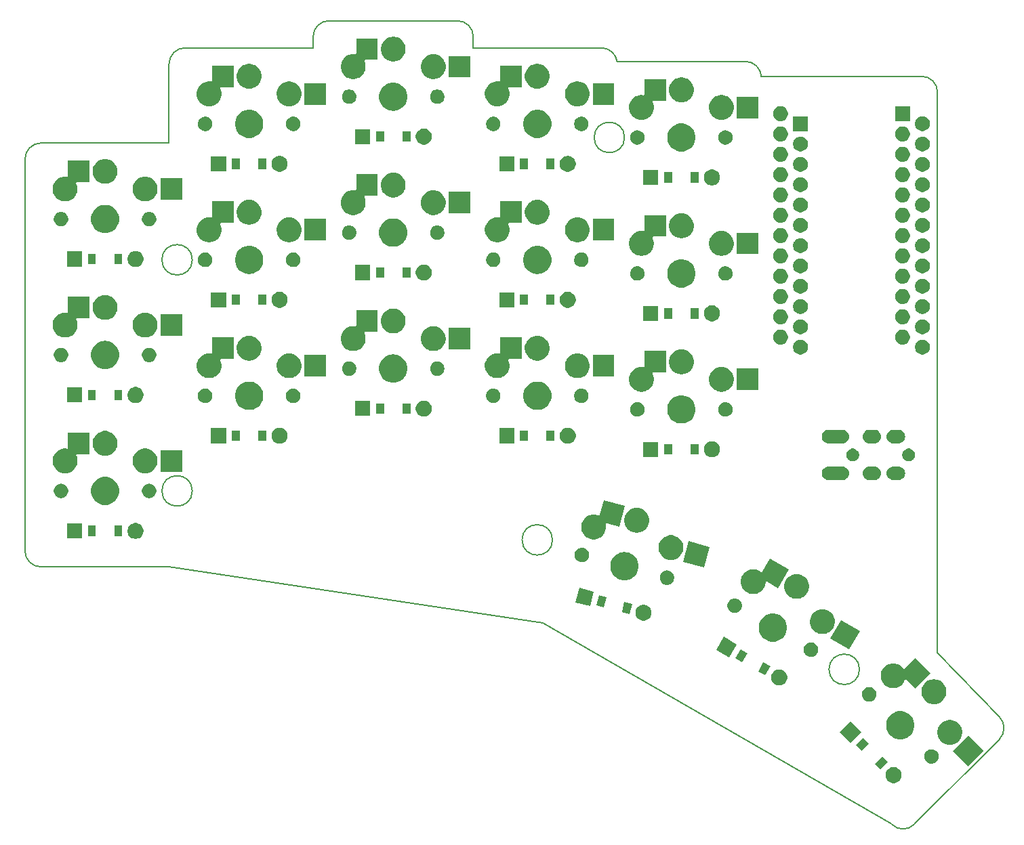
<source format=gbr>
G04 #@! TF.GenerationSoftware,KiCad,Pcbnew,5.1.5+dfsg1-2build2*
G04 #@! TF.CreationDate,2021-09-18T17:09:24+00:00*
G04 #@! TF.ProjectId,board,626f6172-642e-46b6-9963-61645f706362,VERSION_HERE*
G04 #@! TF.SameCoordinates,Original*
G04 #@! TF.FileFunction,Soldermask,Bot*
G04 #@! TF.FilePolarity,Negative*
%FSLAX46Y46*%
G04 Gerber Fmt 4.6, Leading zero omitted, Abs format (unit mm)*
G04 Created by KiCad (PCBNEW 5.1.5+dfsg1-2build2) date 2021-09-18 17:09:24*
%MOMM*%
%LPD*%
G04 APERTURE LIST*
G04 #@! TA.AperFunction,Profile*
%ADD10C,0.150000*%
G04 #@! TD*
%ADD11C,0.350000*%
G04 APERTURE END LIST*
D10*
X10000000Y-9500000D02*
X26000000Y-9500000D01*
X8000000Y-7500000D02*
X8000000Y41500000D01*
X10000000Y-9500000D02*
G75*
G02X8000000Y-7500000I0J2000000D01*
G01*
X26000000Y43500000D02*
X10000000Y43500000D01*
X8000000Y41500000D02*
G75*
G02X10000000Y43500000I2000000J0D01*
G01*
X44000000Y55400000D02*
X28000000Y55400000D01*
X26000000Y53400000D02*
G75*
G02X28000000Y55400000I2000000J0D01*
G01*
X26000000Y53400000D02*
X26000000Y43500000D01*
X64000000Y55400000D02*
X64000000Y56800000D01*
X62000000Y58800000D02*
G75*
G02X64000000Y56800000I0J-2000000D01*
G01*
X62000000Y58800000D02*
X46000000Y58800000D01*
X44000000Y56800000D02*
G75*
G02X46000000Y58800000I2000000J0D01*
G01*
X44000000Y56800000D02*
X44000000Y55400000D01*
X80000000Y55400000D02*
G75*
G02X81977391Y53699872I0J-2000000D01*
G01*
X80000000Y55400000D02*
X64000000Y55400000D01*
X98000000Y53700000D02*
G75*
G02X99994367Y51850000I0J-2000000D01*
G01*
X98000000Y53700000D02*
X82000000Y53700000D01*
X81977391Y53699872D02*
G75*
G02X82000000Y53700000I22609J-1999872D01*
G01*
X119117258Y-41686664D02*
G75*
G02X116288831Y-41686665I-1414214J1414213D01*
G01*
X119117258Y-41686665D02*
X129723860Y-31080063D01*
X129723859Y-28251636D02*
G75*
G02X129723860Y-31080063I-1414213J-1414214D01*
G01*
X122000000Y-20208734D02*
X129723860Y-28251636D01*
X116288831Y-41686665D02*
X72707107Y-16524745D01*
X72707107Y-16524745D02*
X26000000Y-9500000D01*
X122000000Y-20208734D02*
X122000000Y49850000D01*
X120000000Y51850000D02*
G75*
G02X122000000Y49850000I0J-2000000D01*
G01*
X120000000Y51850000D02*
X99994367Y51850000D01*
X28900000Y28900000D02*
G75*
G03X28900000Y28900000I-1900000J0D01*
G01*
X28900000Y0D02*
G75*
G03X28900000Y0I-1900000J0D01*
G01*
X82900000Y44200000D02*
G75*
G03X82900000Y44200000I-1900000J0D01*
G01*
X73900000Y-6120000D02*
G75*
G03X73900000Y-6120000I-1900000J0D01*
G01*
X112249134Y-22311939D02*
G75*
G03X112249134Y-22311939I-1900000J0D01*
G01*
D11*
G36*
X116800496Y-34577902D02*
G01*
X116982939Y-34653473D01*
X117147134Y-34763184D01*
X117286770Y-34902820D01*
X117396481Y-35067015D01*
X117472052Y-35249458D01*
X117510577Y-35443139D01*
X117510577Y-35640615D01*
X117472052Y-35834296D01*
X117396481Y-36016739D01*
X117286770Y-36180934D01*
X117147134Y-36320570D01*
X116982939Y-36430281D01*
X116800496Y-36505852D01*
X116606815Y-36544377D01*
X116409339Y-36544377D01*
X116215658Y-36505852D01*
X116033215Y-36430281D01*
X115869020Y-36320570D01*
X115729384Y-36180934D01*
X115619673Y-36016739D01*
X115544102Y-35834296D01*
X115505577Y-35640615D01*
X115505577Y-35443139D01*
X115544102Y-35249458D01*
X115619673Y-35067015D01*
X115729384Y-34902820D01*
X115869020Y-34763184D01*
X116033215Y-34653473D01*
X116215658Y-34577902D01*
X116409339Y-34539377D01*
X116606815Y-34539377D01*
X116800496Y-34577902D01*
G37*
G36*
X115793899Y-33908460D02*
G01*
X114874660Y-34827699D01*
X114167553Y-34120592D01*
X115086792Y-33201353D01*
X115793899Y-33908460D01*
G37*
G36*
X127761147Y-32511958D02*
G01*
X125851959Y-34421146D01*
X123942771Y-32511958D01*
X125851959Y-30602770D01*
X127761147Y-32511958D01*
G37*
G36*
X121413844Y-32317797D02*
G01*
X121500870Y-32335108D01*
X121664824Y-32403020D01*
X121812375Y-32501610D01*
X121937864Y-32627099D01*
X122036454Y-32774650D01*
X122104366Y-32938605D01*
X122138987Y-33112655D01*
X122138987Y-33290119D01*
X122104366Y-33464169D01*
X122036454Y-33628124D01*
X121937864Y-33775675D01*
X121812375Y-33901164D01*
X121664824Y-33999754D01*
X121500870Y-34067666D01*
X121413844Y-34084976D01*
X121326819Y-34102287D01*
X121149355Y-34102287D01*
X121062330Y-34084977D01*
X120975304Y-34067666D01*
X120811350Y-33999754D01*
X120663799Y-33901164D01*
X120538310Y-33775675D01*
X120439720Y-33628124D01*
X120371808Y-33464169D01*
X120337187Y-33290119D01*
X120337187Y-33112655D01*
X120371808Y-32938605D01*
X120439720Y-32774650D01*
X120538310Y-32627099D01*
X120663799Y-32501610D01*
X120811350Y-32403020D01*
X120893328Y-32369064D01*
X120975304Y-32335108D01*
X121062330Y-32317798D01*
X121149355Y-32300487D01*
X121326819Y-32300487D01*
X121413844Y-32317797D01*
G37*
G36*
X113460447Y-31575008D02*
G01*
X112541208Y-32494247D01*
X111834101Y-31787140D01*
X112753340Y-30867901D01*
X113460447Y-31575008D01*
G37*
G36*
X123838574Y-28675965D02*
G01*
X123988302Y-28705748D01*
X124105144Y-28754146D01*
X124270383Y-28822590D01*
X124354623Y-28878877D01*
X124524252Y-28992219D01*
X124740148Y-29208115D01*
X124853490Y-29377744D01*
X124909777Y-29461984D01*
X124978221Y-29627223D01*
X125026619Y-29744065D01*
X125086184Y-30043521D01*
X125086184Y-30348845D01*
X125035676Y-30602770D01*
X125026619Y-30648300D01*
X124909777Y-30930382D01*
X124909776Y-30930383D01*
X124740148Y-31184251D01*
X124524252Y-31400147D01*
X124402245Y-31481669D01*
X124270383Y-31569776D01*
X124105144Y-31638220D01*
X123988302Y-31686618D01*
X123838574Y-31716400D01*
X123688847Y-31746183D01*
X123383521Y-31746183D01*
X123233794Y-31716400D01*
X123084066Y-31686618D01*
X122967224Y-31638220D01*
X122801985Y-31569776D01*
X122670123Y-31481669D01*
X122548116Y-31400147D01*
X122332220Y-31184251D01*
X122162592Y-30930383D01*
X122162591Y-30930382D01*
X122045749Y-30648300D01*
X122036693Y-30602770D01*
X121986184Y-30348845D01*
X121986184Y-30043521D01*
X122045749Y-29744065D01*
X122094147Y-29627223D01*
X122162591Y-29461984D01*
X122218878Y-29377744D01*
X122332220Y-29208115D01*
X122548116Y-28992219D01*
X122717745Y-28878877D01*
X122801985Y-28822590D01*
X122967224Y-28754146D01*
X123084066Y-28705748D01*
X123233794Y-28675965D01*
X123383521Y-28646183D01*
X123688847Y-28646183D01*
X123838574Y-28675965D01*
G37*
G36*
X112447870Y-30153723D02*
G01*
X111119923Y-31481670D01*
X109791976Y-30153723D01*
X111119923Y-28825776D01*
X112447870Y-30153723D01*
G37*
G36*
X117565255Y-27556247D02*
G01*
X117863686Y-27615608D01*
X118184804Y-27748620D01*
X118473803Y-27941723D01*
X118719577Y-28187497D01*
X118912680Y-28476496D01*
X119045692Y-28797614D01*
X119113500Y-29138512D01*
X119113500Y-29486088D01*
X119045692Y-29826986D01*
X118912680Y-30148104D01*
X118719577Y-30437103D01*
X118473803Y-30682877D01*
X118184804Y-30875980D01*
X117863686Y-31008992D01*
X117565255Y-31068353D01*
X117522789Y-31076800D01*
X117175211Y-31076800D01*
X117132745Y-31068353D01*
X116834314Y-31008992D01*
X116513196Y-30875980D01*
X116224197Y-30682877D01*
X115978423Y-30437103D01*
X115785320Y-30148104D01*
X115652308Y-29826986D01*
X115584500Y-29486088D01*
X115584500Y-29138512D01*
X115652308Y-28797614D01*
X115785320Y-28476496D01*
X115978423Y-28187497D01*
X116224197Y-27941723D01*
X116513196Y-27748620D01*
X116834314Y-27615608D01*
X117132745Y-27556247D01*
X117175211Y-27547800D01*
X117522789Y-27547800D01*
X117565255Y-27556247D01*
G37*
G36*
X121825361Y-23578171D02*
G01*
X122008403Y-23614580D01*
X122055936Y-23634269D01*
X122290484Y-23731422D01*
X122290485Y-23731423D01*
X122544353Y-23901051D01*
X122760249Y-24116947D01*
X122829844Y-24221104D01*
X122929878Y-24370816D01*
X122982853Y-24498709D01*
X123046720Y-24652897D01*
X123106285Y-24952353D01*
X123106285Y-25257677D01*
X123055709Y-25511944D01*
X123046720Y-25557132D01*
X122929878Y-25839214D01*
X122929877Y-25839215D01*
X122760249Y-26093083D01*
X122544353Y-26308979D01*
X122374724Y-26422321D01*
X122290484Y-26478608D01*
X122125245Y-26547052D01*
X122008403Y-26595450D01*
X121858675Y-26625232D01*
X121708948Y-26655015D01*
X121403622Y-26655015D01*
X121253895Y-26625232D01*
X121104167Y-26595450D01*
X120987325Y-26547052D01*
X120822086Y-26478608D01*
X120737846Y-26422321D01*
X120568217Y-26308979D01*
X120352321Y-26093083D01*
X120182693Y-25839215D01*
X120182692Y-25839214D01*
X120065850Y-25557132D01*
X120056862Y-25511944D01*
X120006285Y-25257677D01*
X120006285Y-24952353D01*
X120065850Y-24652897D01*
X120129717Y-24498709D01*
X120182692Y-24370816D01*
X120282726Y-24221104D01*
X120352321Y-24116947D01*
X120568217Y-23901051D01*
X120822085Y-23731423D01*
X120822086Y-23731422D01*
X121056634Y-23634269D01*
X121104167Y-23614580D01*
X121287209Y-23578171D01*
X121403622Y-23555015D01*
X121708948Y-23555015D01*
X121825361Y-23578171D01*
G37*
G36*
X113635670Y-24539623D02*
G01*
X113722696Y-24556934D01*
X113886650Y-24624846D01*
X114034201Y-24723436D01*
X114159690Y-24848925D01*
X114258280Y-24996476D01*
X114326192Y-25160431D01*
X114360813Y-25334481D01*
X114360813Y-25511945D01*
X114326192Y-25685995D01*
X114258280Y-25849950D01*
X114159690Y-25997501D01*
X114034201Y-26122990D01*
X113886650Y-26221580D01*
X113722696Y-26289492D01*
X113635670Y-26306803D01*
X113548645Y-26324113D01*
X113371181Y-26324113D01*
X113284156Y-26306803D01*
X113197130Y-26289492D01*
X113033176Y-26221580D01*
X112885625Y-26122990D01*
X112760136Y-25997501D01*
X112661546Y-25849950D01*
X112593634Y-25685995D01*
X112559013Y-25511945D01*
X112559013Y-25334481D01*
X112593634Y-25160431D01*
X112661546Y-24996476D01*
X112760136Y-24848925D01*
X112885625Y-24723436D01*
X113033176Y-24624846D01*
X113197130Y-24556934D01*
X113284156Y-24539624D01*
X113371181Y-24522313D01*
X113548645Y-24522313D01*
X113635670Y-24539623D01*
G37*
G36*
X121149699Y-22789240D02*
G01*
X119240511Y-24698428D01*
X118135799Y-23593716D01*
X118116857Y-23578171D01*
X118095246Y-23566620D01*
X118071797Y-23559507D01*
X118047411Y-23557105D01*
X118023025Y-23559507D01*
X117999576Y-23566620D01*
X117977965Y-23578171D01*
X117959023Y-23593716D01*
X117943478Y-23612658D01*
X117931927Y-23634269D01*
X117838710Y-23859315D01*
X117838709Y-23859316D01*
X117669081Y-24113184D01*
X117453185Y-24329080D01*
X117390722Y-24370816D01*
X117199316Y-24498709D01*
X117058748Y-24556934D01*
X116917235Y-24615551D01*
X116870505Y-24624846D01*
X116617780Y-24675116D01*
X116312454Y-24675116D01*
X116059729Y-24624846D01*
X116012999Y-24615551D01*
X115871486Y-24556934D01*
X115730918Y-24498709D01*
X115539512Y-24370816D01*
X115477049Y-24329080D01*
X115261153Y-24113184D01*
X115091525Y-23859316D01*
X115091524Y-23859315D01*
X114994517Y-23625119D01*
X114974682Y-23577234D01*
X114915117Y-23277778D01*
X114915117Y-22972454D01*
X114974682Y-22672998D01*
X115069414Y-22444296D01*
X115091524Y-22390917D01*
X115147811Y-22306677D01*
X115261153Y-22137048D01*
X115477049Y-21921152D01*
X115730917Y-21751524D01*
X115730918Y-21751523D01*
X115896157Y-21683079D01*
X116012999Y-21634681D01*
X116162727Y-21604898D01*
X116312454Y-21575116D01*
X116617780Y-21575116D01*
X116767507Y-21604898D01*
X116917235Y-21634681D01*
X117034077Y-21683079D01*
X117199316Y-21751523D01*
X117199317Y-21751524D01*
X117453185Y-21921152D01*
X117669081Y-22137048D01*
X117669083Y-22137051D01*
X117710405Y-22198894D01*
X117725950Y-22217836D01*
X117744892Y-22233382D01*
X117766503Y-22244933D01*
X117789952Y-22252046D01*
X117814338Y-22254448D01*
X117838724Y-22252046D01*
X117862173Y-22244933D01*
X117883783Y-22233382D01*
X117902726Y-22217837D01*
X119240511Y-20880052D01*
X121149699Y-22789240D01*
G37*
G36*
X102522876Y-22368725D02*
G01*
X102705319Y-22444296D01*
X102869514Y-22554007D01*
X103009150Y-22693643D01*
X103118861Y-22857838D01*
X103194432Y-23040281D01*
X103232957Y-23233962D01*
X103232957Y-23431438D01*
X103194432Y-23625119D01*
X103118861Y-23807562D01*
X103009150Y-23971757D01*
X102869514Y-24111393D01*
X102705319Y-24221104D01*
X102522876Y-24296675D01*
X102329195Y-24335200D01*
X102131719Y-24335200D01*
X101938038Y-24296675D01*
X101755595Y-24221104D01*
X101591400Y-24111393D01*
X101451764Y-23971757D01*
X101342053Y-23807562D01*
X101266482Y-23625119D01*
X101227957Y-23431438D01*
X101227957Y-23233962D01*
X101266482Y-23040281D01*
X101342053Y-22857838D01*
X101451764Y-22693643D01*
X101591400Y-22554007D01*
X101755595Y-22444296D01*
X101938038Y-22368725D01*
X102131719Y-22330200D01*
X102329195Y-22330200D01*
X102522876Y-22368725D01*
G37*
G36*
X101117855Y-21939783D02*
G01*
X100467855Y-23065617D01*
X99601829Y-22565617D01*
X100251829Y-21439783D01*
X101117855Y-21939783D01*
G37*
G36*
X98259971Y-20289783D02*
G01*
X97609971Y-21415617D01*
X96743945Y-20915617D01*
X97393945Y-19789783D01*
X98259971Y-20289783D01*
G37*
G36*
X96914042Y-19179002D02*
G01*
X95975041Y-20805399D01*
X94348644Y-19866398D01*
X95287645Y-18240001D01*
X96914042Y-19179002D01*
G37*
G36*
X106369897Y-18963911D02*
G01*
X106456923Y-18981221D01*
X106620877Y-19049133D01*
X106768428Y-19147723D01*
X106893917Y-19273212D01*
X106992507Y-19420763D01*
X107060419Y-19584718D01*
X107095040Y-19758768D01*
X107095040Y-19936232D01*
X107060419Y-20110282D01*
X106992507Y-20274237D01*
X106893917Y-20421788D01*
X106768428Y-20547277D01*
X106620877Y-20645867D01*
X106538899Y-20679823D01*
X106456923Y-20713779D01*
X106369897Y-20731089D01*
X106282872Y-20748400D01*
X106105408Y-20748400D01*
X106018383Y-20731090D01*
X105931357Y-20713779D01*
X105767403Y-20645867D01*
X105619852Y-20547277D01*
X105494363Y-20421788D01*
X105395773Y-20274237D01*
X105327861Y-20110282D01*
X105293240Y-19936232D01*
X105293240Y-19758768D01*
X105327861Y-19584718D01*
X105395773Y-19420763D01*
X105494363Y-19273212D01*
X105619852Y-19147723D01*
X105767403Y-19049133D01*
X105931357Y-18981221D01*
X106018383Y-18963910D01*
X106105408Y-18946600D01*
X106282872Y-18946600D01*
X106369897Y-18963911D01*
G37*
G36*
X112316494Y-17493271D02*
G01*
X110966494Y-19831539D01*
X108628226Y-18481539D01*
X109978226Y-16143271D01*
X112316494Y-17493271D01*
G37*
G36*
X101647255Y-15341447D02*
G01*
X101945686Y-15400808D01*
X102266804Y-15533820D01*
X102555803Y-15726923D01*
X102801577Y-15972697D01*
X102994680Y-16261696D01*
X103127692Y-16582814D01*
X103195500Y-16923712D01*
X103195500Y-17271288D01*
X103127692Y-17612186D01*
X102994680Y-17933304D01*
X102801577Y-18222303D01*
X102555803Y-18468077D01*
X102266804Y-18661180D01*
X101945686Y-18794192D01*
X101647255Y-18853553D01*
X101604789Y-18862000D01*
X101257211Y-18862000D01*
X101214745Y-18853553D01*
X100916314Y-18794192D01*
X100595196Y-18661180D01*
X100306197Y-18468077D01*
X100060423Y-18222303D01*
X99867320Y-17933304D01*
X99734308Y-17612186D01*
X99666500Y-17271288D01*
X99666500Y-16923712D01*
X99734308Y-16582814D01*
X99867320Y-16261696D01*
X100060423Y-15972697D01*
X100306197Y-15726923D01*
X100595196Y-15533820D01*
X100916314Y-15400808D01*
X101214745Y-15341447D01*
X101257211Y-15333000D01*
X101604789Y-15333000D01*
X101647255Y-15341447D01*
G37*
G36*
X107938517Y-14829687D02*
G01*
X108088245Y-14859470D01*
X108205087Y-14907868D01*
X108370326Y-14976312D01*
X108370327Y-14976313D01*
X108624195Y-15145941D01*
X108840091Y-15361837D01*
X108950529Y-15527120D01*
X109009720Y-15615706D01*
X109055788Y-15726924D01*
X109126562Y-15897787D01*
X109149558Y-16013395D01*
X109186127Y-16197242D01*
X109186127Y-16502568D01*
X109126562Y-16802022D01*
X109009720Y-17084104D01*
X109009719Y-17084105D01*
X108840091Y-17337973D01*
X108624195Y-17553869D01*
X108454566Y-17667211D01*
X108370326Y-17723498D01*
X108205087Y-17791942D01*
X108088245Y-17840340D01*
X107938517Y-17870123D01*
X107788790Y-17899905D01*
X107483464Y-17899905D01*
X107333737Y-17870122D01*
X107184009Y-17840340D01*
X107067167Y-17791942D01*
X106901928Y-17723498D01*
X106817688Y-17667211D01*
X106648059Y-17553869D01*
X106432163Y-17337973D01*
X106262535Y-17084105D01*
X106262534Y-17084104D01*
X106145692Y-16802022D01*
X106086127Y-16502568D01*
X106086127Y-16197242D01*
X106122696Y-16013395D01*
X106145692Y-15897787D01*
X106216466Y-15726924D01*
X106262534Y-15615706D01*
X106321725Y-15527120D01*
X106432163Y-15361837D01*
X106648059Y-15145941D01*
X106901927Y-14976313D01*
X106901928Y-14976312D01*
X107067167Y-14907868D01*
X107184009Y-14859470D01*
X107333737Y-14829687D01*
X107483464Y-14799905D01*
X107788790Y-14799905D01*
X107938517Y-14829687D01*
G37*
G36*
X85571796Y-14270727D02*
G01*
X85754239Y-14346298D01*
X85918434Y-14456009D01*
X86058070Y-14595645D01*
X86167781Y-14759840D01*
X86243352Y-14942283D01*
X86281877Y-15135964D01*
X86281877Y-15333440D01*
X86243352Y-15527121D01*
X86167781Y-15709564D01*
X86058070Y-15873759D01*
X85918434Y-16013395D01*
X85754239Y-16123106D01*
X85571796Y-16198677D01*
X85378115Y-16237202D01*
X85180639Y-16237202D01*
X84986958Y-16198677D01*
X84804515Y-16123106D01*
X84640320Y-16013395D01*
X84500684Y-15873759D01*
X84390973Y-15709564D01*
X84315402Y-15527121D01*
X84276877Y-15333440D01*
X84276877Y-15135964D01*
X84315402Y-14942283D01*
X84390973Y-14759840D01*
X84500684Y-14595645D01*
X84640320Y-14456009D01*
X84804515Y-14346298D01*
X84986958Y-14270727D01*
X85180639Y-14232202D01*
X85378115Y-14232202D01*
X85571796Y-14270727D01*
G37*
G36*
X83844173Y-14177208D02*
G01*
X83507709Y-15432911D01*
X83507708Y-15432911D01*
X82541783Y-15174092D01*
X82575763Y-15047277D01*
X82878247Y-13918389D01*
X82878248Y-13918389D01*
X83844173Y-14177208D01*
G37*
G36*
X96843617Y-13463910D02*
G01*
X96930643Y-13481221D01*
X97012619Y-13515177D01*
X97094597Y-13549133D01*
X97242148Y-13647723D01*
X97367637Y-13773212D01*
X97466227Y-13920763D01*
X97534139Y-14084718D01*
X97568760Y-14258768D01*
X97568760Y-14436232D01*
X97534139Y-14610282D01*
X97466227Y-14774237D01*
X97367637Y-14921788D01*
X97242148Y-15047277D01*
X97094597Y-15145867D01*
X97026455Y-15174092D01*
X96930643Y-15213779D01*
X96843617Y-15231090D01*
X96756592Y-15248400D01*
X96579128Y-15248400D01*
X96492103Y-15231090D01*
X96405077Y-15213779D01*
X96309265Y-15174092D01*
X96241123Y-15145867D01*
X96093572Y-15047277D01*
X95968083Y-14921788D01*
X95869493Y-14774237D01*
X95801581Y-14610282D01*
X95766960Y-14436232D01*
X95766960Y-14258768D01*
X95801581Y-14084718D01*
X95869493Y-13920763D01*
X95968083Y-13773212D01*
X96093572Y-13647723D01*
X96241123Y-13549133D01*
X96323101Y-13515177D01*
X96405077Y-13481221D01*
X96492103Y-13463910D01*
X96579128Y-13446600D01*
X96756592Y-13446600D01*
X96843617Y-13463910D01*
G37*
G36*
X80005393Y-13148613D02*
G01*
X80656617Y-13323108D01*
X80320153Y-14578811D01*
X80320152Y-14578811D01*
X79354227Y-14319992D01*
X79367427Y-14270728D01*
X79690691Y-13064289D01*
X79690692Y-13064289D01*
X80005393Y-13148613D01*
G37*
G36*
X79069058Y-12598525D02*
G01*
X78582996Y-14412533D01*
X76768988Y-13926471D01*
X77255050Y-12112463D01*
X79069058Y-12598525D01*
G37*
G36*
X104708390Y-10424432D02*
G01*
X104858118Y-10454214D01*
X104974960Y-10502612D01*
X105140199Y-10571056D01*
X105224439Y-10627343D01*
X105394068Y-10740685D01*
X105609964Y-10956581D01*
X105709325Y-11105287D01*
X105779593Y-11210450D01*
X105803945Y-11269241D01*
X105896435Y-11492531D01*
X105906331Y-11542282D01*
X105956000Y-11791986D01*
X105956000Y-12097312D01*
X105896435Y-12396766D01*
X105779593Y-12678848D01*
X105749759Y-12723498D01*
X105609964Y-12932717D01*
X105394068Y-13148613D01*
X105224439Y-13261955D01*
X105140199Y-13318242D01*
X104974960Y-13386686D01*
X104858118Y-13435084D01*
X104708390Y-13464866D01*
X104558663Y-13494649D01*
X104253337Y-13494649D01*
X104103610Y-13464866D01*
X103953882Y-13435084D01*
X103837040Y-13386686D01*
X103671801Y-13318242D01*
X103587561Y-13261955D01*
X103417932Y-13148613D01*
X103202036Y-12932717D01*
X103062241Y-12723498D01*
X103032407Y-12678848D01*
X102915565Y-12396766D01*
X102856000Y-12097312D01*
X102856000Y-11791986D01*
X102905669Y-11542282D01*
X102915565Y-11492531D01*
X103008055Y-11269241D01*
X103032407Y-11210450D01*
X103102675Y-11105287D01*
X103202036Y-10956581D01*
X103417932Y-10740685D01*
X103587561Y-10627343D01*
X103671801Y-10571056D01*
X103837040Y-10502612D01*
X103953882Y-10454214D01*
X104103610Y-10424432D01*
X104253337Y-10394649D01*
X104558663Y-10394649D01*
X104708390Y-10424432D01*
G37*
G36*
X103413901Y-9813015D02*
G01*
X102063901Y-12151284D01*
X100713371Y-11371555D01*
X100691052Y-11361442D01*
X100667188Y-11355877D01*
X100642697Y-11355076D01*
X100618520Y-11359067D01*
X100595586Y-11367699D01*
X100574777Y-11380639D01*
X100556893Y-11397389D01*
X100542620Y-11417308D01*
X100532507Y-11439627D01*
X100526942Y-11463491D01*
X100525873Y-11479807D01*
X100525873Y-11502568D01*
X100466308Y-11802022D01*
X100349466Y-12084104D01*
X100330517Y-12112463D01*
X100179837Y-12337973D01*
X99963941Y-12553869D01*
X99897108Y-12598525D01*
X99710072Y-12723498D01*
X99544833Y-12791942D01*
X99427991Y-12840340D01*
X99278263Y-12870123D01*
X99128536Y-12899905D01*
X98823210Y-12899905D01*
X98673483Y-12870123D01*
X98523755Y-12840340D01*
X98406913Y-12791942D01*
X98241674Y-12723498D01*
X98054638Y-12598525D01*
X97987805Y-12553869D01*
X97771909Y-12337973D01*
X97621229Y-12112463D01*
X97602280Y-12084104D01*
X97485438Y-11802022D01*
X97425873Y-11502568D01*
X97425873Y-11197242D01*
X97473743Y-10956581D01*
X97485438Y-10897787D01*
X97533836Y-10780945D01*
X97602280Y-10615706D01*
X97749985Y-10394649D01*
X97771909Y-10361837D01*
X97987805Y-10145941D01*
X98241673Y-9976313D01*
X98241674Y-9976312D01*
X98406913Y-9907868D01*
X98523755Y-9859470D01*
X98673483Y-9829688D01*
X98823210Y-9799905D01*
X99128536Y-9799905D01*
X99278263Y-9829688D01*
X99427991Y-9859470D01*
X99544833Y-9907868D01*
X99710072Y-9976312D01*
X99710073Y-9976313D01*
X99954045Y-10139329D01*
X99975649Y-10150876D01*
X99999098Y-10157989D01*
X100023484Y-10160391D01*
X100047870Y-10157989D01*
X100071319Y-10150876D01*
X100092930Y-10139325D01*
X100111872Y-10123780D01*
X100131736Y-10097892D01*
X101075633Y-8463015D01*
X103413901Y-9813015D01*
G37*
G36*
X88381649Y-9958916D02*
G01*
X88468675Y-9976226D01*
X88550651Y-10010182D01*
X88632629Y-10044138D01*
X88780180Y-10142728D01*
X88905669Y-10268217D01*
X89004259Y-10415768D01*
X89004259Y-10415769D01*
X89068582Y-10571057D01*
X89072171Y-10579723D01*
X89106792Y-10753773D01*
X89106792Y-10931237D01*
X89072171Y-11105287D01*
X89004259Y-11269242D01*
X88905669Y-11416793D01*
X88780180Y-11542282D01*
X88632629Y-11640872D01*
X88550651Y-11674828D01*
X88468675Y-11708784D01*
X88381649Y-11726094D01*
X88294624Y-11743405D01*
X88117160Y-11743405D01*
X88030135Y-11726094D01*
X87943109Y-11708784D01*
X87861133Y-11674828D01*
X87779155Y-11640872D01*
X87631604Y-11542282D01*
X87506115Y-11416793D01*
X87407525Y-11269242D01*
X87339613Y-11105287D01*
X87304992Y-10931237D01*
X87304992Y-10753773D01*
X87339613Y-10579723D01*
X87343203Y-10571057D01*
X87407525Y-10415769D01*
X87407525Y-10415768D01*
X87506115Y-10268217D01*
X87631604Y-10142728D01*
X87779155Y-10044138D01*
X87861133Y-10010182D01*
X87943109Y-9976226D01*
X88030135Y-9958915D01*
X88117160Y-9941605D01*
X88294624Y-9941605D01*
X88381649Y-9958916D01*
G37*
G36*
X83109555Y-7662947D02*
G01*
X83407986Y-7722308D01*
X83729104Y-7855320D01*
X84018103Y-8048423D01*
X84263877Y-8294197D01*
X84456980Y-8583196D01*
X84589992Y-8904314D01*
X84657800Y-9245212D01*
X84657800Y-9592788D01*
X84589992Y-9933686D01*
X84456980Y-10254804D01*
X84263877Y-10543803D01*
X84018103Y-10789577D01*
X83729104Y-10982680D01*
X83407986Y-11115692D01*
X83109555Y-11175053D01*
X83067089Y-11183500D01*
X82719511Y-11183500D01*
X82677045Y-11175053D01*
X82378614Y-11115692D01*
X82057496Y-10982680D01*
X81768497Y-10789577D01*
X81522723Y-10543803D01*
X81329620Y-10254804D01*
X81196608Y-9933686D01*
X81128800Y-9592788D01*
X81128800Y-9245212D01*
X81196608Y-8904314D01*
X81329620Y-8583196D01*
X81522723Y-8294197D01*
X81768497Y-8048423D01*
X82057496Y-7855320D01*
X82378614Y-7722308D01*
X82677045Y-7662947D01*
X82719511Y-7654500D01*
X83067089Y-7654500D01*
X83109555Y-7662947D01*
G37*
G36*
X93510314Y-6983912D02*
G01*
X92811502Y-9591912D01*
X90203502Y-8893100D01*
X90902314Y-6285100D01*
X93510314Y-6983912D01*
G37*
G36*
X77756465Y-7111906D02*
G01*
X77843491Y-7129216D01*
X77925467Y-7163172D01*
X78007445Y-7197128D01*
X78154996Y-7295718D01*
X78280485Y-7421207D01*
X78379075Y-7568758D01*
X78446987Y-7732713D01*
X78465359Y-7825072D01*
X78481608Y-7906764D01*
X78481608Y-8084226D01*
X78446987Y-8258278D01*
X78379075Y-8422232D01*
X78280485Y-8569783D01*
X78154996Y-8695272D01*
X78007445Y-8793862D01*
X77925467Y-8827818D01*
X77843491Y-8861774D01*
X77756465Y-8879085D01*
X77669440Y-8896395D01*
X77491976Y-8896395D01*
X77404951Y-8879085D01*
X77317925Y-8861774D01*
X77235949Y-8827818D01*
X77153971Y-8793862D01*
X77006420Y-8695272D01*
X76880931Y-8569783D01*
X76782341Y-8422232D01*
X76714429Y-8258278D01*
X76679808Y-8084226D01*
X76679808Y-7906764D01*
X76696058Y-7825072D01*
X76714429Y-7732713D01*
X76782341Y-7568758D01*
X76880931Y-7421207D01*
X77006420Y-7295718D01*
X77153971Y-7197128D01*
X77235949Y-7163172D01*
X77317925Y-7129216D01*
X77404951Y-7111905D01*
X77491976Y-7094595D01*
X77669440Y-7094595D01*
X77756465Y-7111906D01*
G37*
G36*
X88995891Y-5570656D02*
G01*
X89145619Y-5600438D01*
X89238853Y-5639057D01*
X89427700Y-5717280D01*
X89427701Y-5717281D01*
X89681569Y-5886909D01*
X89897465Y-6102805D01*
X90010807Y-6272434D01*
X90067094Y-6356674D01*
X90183936Y-6638756D01*
X90243501Y-6938210D01*
X90243501Y-7243536D01*
X90183936Y-7542990D01*
X90067094Y-7825072D01*
X90067093Y-7825073D01*
X89897465Y-8078941D01*
X89681569Y-8294837D01*
X89511940Y-8408179D01*
X89427700Y-8464466D01*
X89262461Y-8532910D01*
X89145619Y-8581308D01*
X88995891Y-8611090D01*
X88846164Y-8640873D01*
X88540838Y-8640873D01*
X88391111Y-8611090D01*
X88241383Y-8581308D01*
X88124541Y-8532910D01*
X87959302Y-8464466D01*
X87875062Y-8408179D01*
X87705433Y-8294837D01*
X87489537Y-8078941D01*
X87319909Y-7825073D01*
X87319908Y-7825072D01*
X87203066Y-7542990D01*
X87143501Y-7243536D01*
X87143501Y-6938210D01*
X87203066Y-6638756D01*
X87319908Y-6356674D01*
X87376195Y-6272434D01*
X87489537Y-6102805D01*
X87705433Y-5886909D01*
X87959301Y-5717281D01*
X87959302Y-5717280D01*
X88148149Y-5639057D01*
X88241383Y-5600438D01*
X88391111Y-5570655D01*
X88540838Y-5540873D01*
X88846164Y-5540873D01*
X88995891Y-5570656D01*
G37*
G36*
X82923272Y-1869515D02*
G01*
X82224460Y-4477515D01*
X80712847Y-4072479D01*
X80688675Y-4068489D01*
X80664184Y-4069290D01*
X80640320Y-4074855D01*
X80618000Y-4084968D01*
X80598082Y-4099241D01*
X80581332Y-4117125D01*
X80568392Y-4137934D01*
X80559760Y-4160868D01*
X80555769Y-4185045D01*
X80557903Y-4217606D01*
X80584242Y-4350020D01*
X80584242Y-4655346D01*
X80524677Y-4954800D01*
X80407835Y-5236882D01*
X80407834Y-5236883D01*
X80238206Y-5490751D01*
X80022310Y-5706647D01*
X79852681Y-5819989D01*
X79768441Y-5876276D01*
X79617012Y-5939000D01*
X79486360Y-5993118D01*
X79336632Y-6022900D01*
X79186905Y-6052683D01*
X78881579Y-6052683D01*
X78731852Y-6022900D01*
X78582124Y-5993118D01*
X78451472Y-5939000D01*
X78300043Y-5876276D01*
X78215803Y-5819989D01*
X78046174Y-5706647D01*
X77830278Y-5490751D01*
X77660650Y-5236883D01*
X77660649Y-5236882D01*
X77543807Y-4954800D01*
X77484242Y-4655346D01*
X77484242Y-4350020D01*
X77514025Y-4200293D01*
X77543807Y-4050565D01*
X77592205Y-3933723D01*
X77660649Y-3768484D01*
X77716936Y-3684244D01*
X77830278Y-3514615D01*
X78046174Y-3298719D01*
X78300042Y-3129091D01*
X78300043Y-3129090D01*
X78477266Y-3055682D01*
X78582124Y-3012248D01*
X78731852Y-2982465D01*
X78881579Y-2952683D01*
X79186905Y-2952683D01*
X79336632Y-2982465D01*
X79486360Y-3012248D01*
X79586656Y-3053792D01*
X79656634Y-3082778D01*
X79680083Y-3089891D01*
X79704469Y-3092293D01*
X79728855Y-3089891D01*
X79752304Y-3082778D01*
X79773915Y-3071227D01*
X79792857Y-3055682D01*
X79808402Y-3036740D01*
X79819953Y-3015129D01*
X79825204Y-2999662D01*
X80315272Y-1170703D01*
X82923272Y-1869515D01*
G37*
G36*
X22102419Y-4036025D02*
G01*
X22284862Y-4111596D01*
X22449057Y-4221307D01*
X22588693Y-4360943D01*
X22698404Y-4525138D01*
X22773975Y-4707581D01*
X22812500Y-4901262D01*
X22812500Y-5098738D01*
X22773975Y-5292419D01*
X22698404Y-5474862D01*
X22588693Y-5639057D01*
X22449057Y-5778693D01*
X22284862Y-5888404D01*
X22102419Y-5963975D01*
X21908738Y-6002500D01*
X21711262Y-6002500D01*
X21517581Y-5963975D01*
X21335138Y-5888404D01*
X21170943Y-5778693D01*
X21031307Y-5639057D01*
X20921596Y-5474862D01*
X20846025Y-5292419D01*
X20807500Y-5098738D01*
X20807500Y-4901262D01*
X20846025Y-4707581D01*
X20921596Y-4525138D01*
X21031307Y-4360943D01*
X21170943Y-4221307D01*
X21335138Y-4111596D01*
X21517581Y-4036025D01*
X21711262Y-3997500D01*
X21908738Y-3997500D01*
X22102419Y-4036025D01*
G37*
G36*
X15129000Y-5939000D02*
G01*
X13251000Y-5939000D01*
X13251000Y-4061000D01*
X15129000Y-4061000D01*
X15129000Y-5939000D01*
G37*
G36*
X20150000Y-5650000D02*
G01*
X19150000Y-5650000D01*
X19150000Y-4350000D01*
X20150000Y-4350000D01*
X20150000Y-5650000D01*
G37*
G36*
X16850000Y-5650000D02*
G01*
X15850000Y-5650000D01*
X15850000Y-4350000D01*
X16850000Y-4350000D01*
X16850000Y-5650000D01*
G37*
G36*
X84735663Y-2151523D02*
G01*
X84885391Y-2181306D01*
X85002233Y-2229704D01*
X85167472Y-2298148D01*
X85167473Y-2298149D01*
X85421341Y-2467777D01*
X85637237Y-2683673D01*
X85750579Y-2853302D01*
X85806866Y-2937542D01*
X85923708Y-3219624D01*
X85983273Y-3519078D01*
X85983273Y-3824404D01*
X85923708Y-4123858D01*
X85806866Y-4405940D01*
X85806865Y-4405941D01*
X85637237Y-4659809D01*
X85421341Y-4875705D01*
X85251712Y-4989047D01*
X85167472Y-5045334D01*
X85038543Y-5098738D01*
X84885391Y-5162176D01*
X84735663Y-5191959D01*
X84585936Y-5221741D01*
X84280610Y-5221741D01*
X84130883Y-5191959D01*
X83981155Y-5162176D01*
X83828003Y-5098738D01*
X83699074Y-5045334D01*
X83614834Y-4989047D01*
X83445205Y-4875705D01*
X83229309Y-4659809D01*
X83059681Y-4405941D01*
X83059680Y-4405940D01*
X82942838Y-4123858D01*
X82883273Y-3824404D01*
X82883273Y-3519078D01*
X82942838Y-3219624D01*
X83059680Y-2937542D01*
X83115967Y-2853302D01*
X83229309Y-2683673D01*
X83445205Y-2467777D01*
X83699073Y-2298149D01*
X83699074Y-2298148D01*
X83864313Y-2229704D01*
X83981155Y-2181306D01*
X84130883Y-2151523D01*
X84280610Y-2121741D01*
X84585936Y-2121741D01*
X84735663Y-2151523D01*
G37*
G36*
X18216255Y1756053D02*
G01*
X18514686Y1696692D01*
X18835804Y1563680D01*
X19124803Y1370577D01*
X19370577Y1124803D01*
X19563680Y835804D01*
X19696692Y514686D01*
X19764500Y173788D01*
X19764500Y-173788D01*
X19696692Y-514686D01*
X19563680Y-835804D01*
X19370577Y-1124803D01*
X19124803Y-1370577D01*
X18835804Y-1563680D01*
X18514686Y-1696692D01*
X18216255Y-1756053D01*
X18173789Y-1764500D01*
X17826211Y-1764500D01*
X17783745Y-1756053D01*
X17485314Y-1696692D01*
X17164196Y-1563680D01*
X16875197Y-1370577D01*
X16629423Y-1124803D01*
X16436320Y-835804D01*
X16303308Y-514686D01*
X16235500Y-173788D01*
X16235500Y173788D01*
X16303308Y514686D01*
X16436320Y835804D01*
X16629423Y1124803D01*
X16875197Y1370577D01*
X17164196Y1563680D01*
X17485314Y1696692D01*
X17783745Y1756053D01*
X17826211Y1764500D01*
X18173789Y1764500D01*
X18216255Y1756053D01*
G37*
G36*
X12675757Y883590D02*
G01*
X12762783Y866279D01*
X12844759Y832323D01*
X12926737Y798367D01*
X13074288Y699777D01*
X13199777Y574288D01*
X13298367Y426737D01*
X13366279Y262782D01*
X13400900Y88732D01*
X13400900Y-88732D01*
X13366279Y-262782D01*
X13298367Y-426737D01*
X13199777Y-574288D01*
X13074288Y-699777D01*
X12926737Y-798367D01*
X12844759Y-832323D01*
X12762783Y-866279D01*
X12675757Y-883590D01*
X12588732Y-900900D01*
X12411268Y-900900D01*
X12324243Y-883589D01*
X12237217Y-866279D01*
X12155241Y-832323D01*
X12073263Y-798367D01*
X11925712Y-699777D01*
X11800223Y-574288D01*
X11701633Y-426737D01*
X11633721Y-262782D01*
X11599100Y-88732D01*
X11599100Y88732D01*
X11633721Y262782D01*
X11701633Y426737D01*
X11800223Y574288D01*
X11925712Y699777D01*
X12073263Y798367D01*
X12155241Y832323D01*
X12237217Y866279D01*
X12324243Y883589D01*
X12411268Y900900D01*
X12588732Y900900D01*
X12675757Y883590D01*
G37*
G36*
X23675757Y883590D02*
G01*
X23762783Y866279D01*
X23844759Y832323D01*
X23926737Y798367D01*
X24074288Y699777D01*
X24199777Y574288D01*
X24298367Y426737D01*
X24366279Y262782D01*
X24400900Y88732D01*
X24400900Y-88732D01*
X24366279Y-262782D01*
X24298367Y-426737D01*
X24199777Y-574288D01*
X24074288Y-699777D01*
X23926737Y-798367D01*
X23844759Y-832323D01*
X23762783Y-866279D01*
X23675757Y-883590D01*
X23588732Y-900900D01*
X23411268Y-900900D01*
X23324243Y-883590D01*
X23237217Y-866279D01*
X23155241Y-832323D01*
X23073263Y-798367D01*
X22925712Y-699777D01*
X22800223Y-574288D01*
X22701633Y-426737D01*
X22633721Y-262782D01*
X22599100Y-88732D01*
X22599100Y88732D01*
X22633721Y262782D01*
X22701633Y426737D01*
X22800223Y574288D01*
X22925712Y699777D01*
X23073263Y798367D01*
X23155241Y832323D01*
X23237217Y866279D01*
X23324243Y883590D01*
X23411268Y900900D01*
X23588732Y900900D01*
X23675757Y883590D01*
G37*
G36*
X109166627Y3037701D02*
G01*
X109213715Y3023417D01*
X109237748Y3018637D01*
X109262252Y3018637D01*
X109286285Y3023417D01*
X109333373Y3037701D01*
X109458248Y3050000D01*
X110141752Y3050000D01*
X110266627Y3037701D01*
X110313715Y3023417D01*
X110426855Y2989097D01*
X110426857Y2989096D01*
X110574518Y2910169D01*
X110703949Y2803949D01*
X110810169Y2674518D01*
X110889096Y2526857D01*
X110937701Y2366627D01*
X110954112Y2200000D01*
X110937701Y2033373D01*
X110889096Y1873143D01*
X110810169Y1725482D01*
X110703949Y1596051D01*
X110574518Y1489831D01*
X110426857Y1410904D01*
X110426855Y1410903D01*
X110346742Y1386602D01*
X110266627Y1362299D01*
X110141752Y1350000D01*
X109458248Y1350000D01*
X109333373Y1362299D01*
X109286285Y1376583D01*
X109262252Y1381363D01*
X109237748Y1381363D01*
X109213715Y1376583D01*
X109166627Y1362299D01*
X109041752Y1350000D01*
X108358248Y1350000D01*
X108233373Y1362299D01*
X108153258Y1386602D01*
X108073145Y1410903D01*
X108073143Y1410904D01*
X107925482Y1489831D01*
X107796051Y1596051D01*
X107689831Y1725482D01*
X107610904Y1873143D01*
X107562299Y2033373D01*
X107545888Y2200000D01*
X107562299Y2366627D01*
X107610904Y2526857D01*
X107689831Y2674518D01*
X107796051Y2803949D01*
X107925482Y2910169D01*
X108073143Y2989096D01*
X108073145Y2989097D01*
X108186285Y3023417D01*
X108233373Y3037701D01*
X108358248Y3050000D01*
X109041752Y3050000D01*
X109166627Y3037701D01*
G37*
G36*
X114266627Y3037701D02*
G01*
X114313715Y3023417D01*
X114426855Y2989097D01*
X114426857Y2989096D01*
X114574518Y2910169D01*
X114703949Y2803949D01*
X114810169Y2674518D01*
X114889096Y2526857D01*
X114937701Y2366627D01*
X114954112Y2200000D01*
X114937701Y2033373D01*
X114889096Y1873143D01*
X114810169Y1725482D01*
X114703949Y1596051D01*
X114574518Y1489831D01*
X114426857Y1410904D01*
X114426855Y1410903D01*
X114346742Y1386602D01*
X114266627Y1362299D01*
X114141752Y1350000D01*
X113458248Y1350000D01*
X113333373Y1362299D01*
X113253258Y1386602D01*
X113173145Y1410903D01*
X113173143Y1410904D01*
X113025482Y1489831D01*
X112896051Y1596051D01*
X112789831Y1725482D01*
X112710904Y1873143D01*
X112662299Y2033373D01*
X112645888Y2200000D01*
X112662299Y2366627D01*
X112710904Y2526857D01*
X112789831Y2674518D01*
X112896051Y2803949D01*
X113025482Y2910169D01*
X113173143Y2989096D01*
X113173145Y2989097D01*
X113286285Y3023417D01*
X113333373Y3037701D01*
X113458248Y3050000D01*
X114141752Y3050000D01*
X114266627Y3037701D01*
G37*
G36*
X117266627Y3037701D02*
G01*
X117313715Y3023417D01*
X117426855Y2989097D01*
X117426857Y2989096D01*
X117574518Y2910169D01*
X117703949Y2803949D01*
X117810169Y2674518D01*
X117889096Y2526857D01*
X117937701Y2366627D01*
X117954112Y2200000D01*
X117937701Y2033373D01*
X117889096Y1873143D01*
X117810169Y1725482D01*
X117703949Y1596051D01*
X117574518Y1489831D01*
X117426857Y1410904D01*
X117426855Y1410903D01*
X117346742Y1386602D01*
X117266627Y1362299D01*
X117141752Y1350000D01*
X116458248Y1350000D01*
X116333373Y1362299D01*
X116253258Y1386602D01*
X116173145Y1410903D01*
X116173143Y1410904D01*
X116025482Y1489831D01*
X115896051Y1596051D01*
X115789831Y1725482D01*
X115710904Y1873143D01*
X115662299Y2033373D01*
X115645888Y2200000D01*
X115662299Y2366627D01*
X115710904Y2526857D01*
X115789831Y2674518D01*
X115896051Y2803949D01*
X116025482Y2910169D01*
X116173143Y2989096D01*
X116173145Y2989097D01*
X116286285Y3023417D01*
X116333373Y3037701D01*
X116458248Y3050000D01*
X117141752Y3050000D01*
X117266627Y3037701D01*
G37*
G36*
X16075000Y4600000D02*
G01*
X14512701Y4600000D01*
X14488315Y4597598D01*
X14464866Y4590485D01*
X14443255Y4578934D01*
X14424313Y4563389D01*
X14408768Y4544447D01*
X14397217Y4522836D01*
X14390104Y4499387D01*
X14387702Y4475001D01*
X14390104Y4450615D01*
X14397217Y4427166D01*
X14408469Y4400000D01*
X14490435Y4202118D01*
X14506559Y4121058D01*
X14550000Y3902663D01*
X14550000Y3597337D01*
X14490435Y3297883D01*
X14373593Y3015801D01*
X14373592Y3015800D01*
X14203964Y2761932D01*
X13988068Y2546036D01*
X13959364Y2526857D01*
X13734199Y2376407D01*
X13568960Y2307963D01*
X13452118Y2259565D01*
X13302390Y2229782D01*
X13152663Y2200000D01*
X12847337Y2200000D01*
X12697610Y2229783D01*
X12547882Y2259565D01*
X12431040Y2307963D01*
X12265801Y2376407D01*
X12040636Y2526857D01*
X12011932Y2546036D01*
X11796036Y2761932D01*
X11626408Y3015800D01*
X11626407Y3015801D01*
X11509565Y3297883D01*
X11450000Y3597337D01*
X11450000Y3902663D01*
X11493441Y4121058D01*
X11509565Y4202118D01*
X11591531Y4400000D01*
X11626407Y4484199D01*
X11787398Y4725140D01*
X11796036Y4738068D01*
X12011932Y4953964D01*
X12230492Y5100000D01*
X12265801Y5123593D01*
X12431040Y5192037D01*
X12547882Y5240435D01*
X12697610Y5270218D01*
X12847337Y5300000D01*
X13152663Y5300000D01*
X13225615Y5285489D01*
X13250001Y5283087D01*
X13274387Y5285489D01*
X13297836Y5292602D01*
X13319447Y5304153D01*
X13338389Y5319698D01*
X13353934Y5338640D01*
X13365485Y5360251D01*
X13372598Y5383700D01*
X13375000Y5408086D01*
X13375000Y7300000D01*
X16075000Y7300000D01*
X16075000Y4600000D01*
G37*
G36*
X23302390Y5270218D02*
G01*
X23452118Y5240435D01*
X23568960Y5192037D01*
X23734199Y5123593D01*
X23769508Y5100000D01*
X23988068Y4953964D01*
X24203964Y4738068D01*
X24212602Y4725140D01*
X24373593Y4484199D01*
X24408469Y4400000D01*
X24490435Y4202118D01*
X24506559Y4121058D01*
X24550000Y3902663D01*
X24550000Y3597337D01*
X24490435Y3297883D01*
X24373593Y3015801D01*
X24373592Y3015800D01*
X24203964Y2761932D01*
X23988068Y2546036D01*
X23959364Y2526857D01*
X23734199Y2376407D01*
X23568960Y2307963D01*
X23452118Y2259565D01*
X23302390Y2229782D01*
X23152663Y2200000D01*
X22847337Y2200000D01*
X22697610Y2229783D01*
X22547882Y2259565D01*
X22431040Y2307963D01*
X22265801Y2376407D01*
X22040636Y2526857D01*
X22011932Y2546036D01*
X21796036Y2761932D01*
X21626408Y3015800D01*
X21626407Y3015801D01*
X21509565Y3297883D01*
X21450000Y3597337D01*
X21450000Y3902663D01*
X21493441Y4121058D01*
X21509565Y4202118D01*
X21591531Y4400000D01*
X21626407Y4484199D01*
X21787398Y4725140D01*
X21796036Y4738068D01*
X22011932Y4953964D01*
X22230492Y5100000D01*
X22265801Y5123593D01*
X22431040Y5192037D01*
X22547882Y5240435D01*
X22697610Y5270218D01*
X22847337Y5300000D01*
X23152663Y5300000D01*
X23302390Y5270218D01*
G37*
G36*
X27625000Y2400000D02*
G01*
X24925000Y2400000D01*
X24925000Y5100000D01*
X27625000Y5100000D01*
X27625000Y2400000D01*
G37*
G36*
X118633351Y5269257D02*
G01*
X118778941Y5208952D01*
X118909970Y5121401D01*
X119021401Y5009970D01*
X119108952Y4878941D01*
X119169257Y4733351D01*
X119200000Y4578794D01*
X119200000Y4421206D01*
X119169257Y4266649D01*
X119108952Y4121059D01*
X119021401Y3990030D01*
X118909970Y3878599D01*
X118778941Y3791048D01*
X118633351Y3730743D01*
X118478794Y3700000D01*
X118321206Y3700000D01*
X118166649Y3730743D01*
X118021059Y3791048D01*
X117890030Y3878599D01*
X117778599Y3990030D01*
X117691048Y4121059D01*
X117630743Y4266649D01*
X117600000Y4421206D01*
X117600000Y4578794D01*
X117630743Y4733351D01*
X117691048Y4878941D01*
X117778599Y5009970D01*
X117890030Y5121401D01*
X118021059Y5208952D01*
X118166649Y5269257D01*
X118321206Y5300000D01*
X118478794Y5300000D01*
X118633351Y5269257D01*
G37*
G36*
X111633351Y5269257D02*
G01*
X111778941Y5208952D01*
X111909970Y5121401D01*
X112021401Y5009970D01*
X112108952Y4878941D01*
X112169257Y4733351D01*
X112200000Y4578794D01*
X112200000Y4421206D01*
X112169257Y4266649D01*
X112108952Y4121059D01*
X112021401Y3990030D01*
X111909970Y3878599D01*
X111778941Y3791048D01*
X111633351Y3730743D01*
X111478794Y3700000D01*
X111321206Y3700000D01*
X111166649Y3730743D01*
X111021059Y3791048D01*
X110890030Y3878599D01*
X110778599Y3990030D01*
X110691048Y4121059D01*
X110630743Y4266649D01*
X110600000Y4421206D01*
X110600000Y4578794D01*
X110630743Y4733351D01*
X110691048Y4878941D01*
X110778599Y5009970D01*
X110890030Y5121401D01*
X111021059Y5208952D01*
X111166649Y5269257D01*
X111321206Y5300000D01*
X111478794Y5300000D01*
X111633351Y5269257D01*
G37*
G36*
X94102419Y6163975D02*
G01*
X94284862Y6088404D01*
X94449057Y5978693D01*
X94588693Y5839057D01*
X94698404Y5674862D01*
X94773975Y5492419D01*
X94812500Y5298738D01*
X94812500Y5101262D01*
X94773975Y4907581D01*
X94698404Y4725138D01*
X94588693Y4560943D01*
X94449057Y4421307D01*
X94284862Y4311596D01*
X94102419Y4236025D01*
X93908738Y4197500D01*
X93711262Y4197500D01*
X93517581Y4236025D01*
X93335138Y4311596D01*
X93170943Y4421307D01*
X93031307Y4560943D01*
X92921596Y4725138D01*
X92846025Y4907581D01*
X92807500Y5101262D01*
X92807500Y5298738D01*
X92846025Y5492419D01*
X92921596Y5674862D01*
X93031307Y5839057D01*
X93170943Y5978693D01*
X93335138Y6088404D01*
X93517581Y6163975D01*
X93711262Y6202500D01*
X93908738Y6202500D01*
X94102419Y6163975D01*
G37*
G36*
X87129000Y4261000D02*
G01*
X85251000Y4261000D01*
X85251000Y6139000D01*
X87129000Y6139000D01*
X87129000Y4261000D01*
G37*
G36*
X18302390Y7470217D02*
G01*
X18452118Y7440435D01*
X18540202Y7403949D01*
X18734199Y7323593D01*
X18807645Y7274518D01*
X18988068Y7153964D01*
X19203964Y6938068D01*
X19295374Y6801262D01*
X19373593Y6684199D01*
X19405329Y6607581D01*
X19480900Y6425138D01*
X19490435Y6402117D01*
X19537805Y6163974D01*
X19550000Y6102662D01*
X19550000Y5797338D01*
X19490435Y5497882D01*
X19453240Y5408086D01*
X19373593Y5215801D01*
X19369016Y5208951D01*
X19203964Y4961932D01*
X18988068Y4746036D01*
X18818439Y4632694D01*
X18734199Y4576407D01*
X18604867Y4522836D01*
X18452118Y4459565D01*
X18302390Y4429782D01*
X18152663Y4400000D01*
X17847337Y4400000D01*
X17697610Y4429783D01*
X17547882Y4459565D01*
X17395133Y4522836D01*
X17265801Y4576407D01*
X17181561Y4632694D01*
X17011932Y4746036D01*
X16796036Y4961932D01*
X16630984Y5208951D01*
X16626407Y5215801D01*
X16546760Y5408086D01*
X16509565Y5497882D01*
X16450000Y5797338D01*
X16450000Y6102662D01*
X16462196Y6163974D01*
X16509565Y6402117D01*
X16519101Y6425138D01*
X16594671Y6607581D01*
X16626407Y6684199D01*
X16704626Y6801262D01*
X16796036Y6938068D01*
X17011932Y7153964D01*
X17192355Y7274518D01*
X17265801Y7323593D01*
X17459798Y7403949D01*
X17547882Y7440435D01*
X17697610Y7470217D01*
X17847337Y7500000D01*
X18152663Y7500000D01*
X18302390Y7470217D01*
G37*
G36*
X88850000Y4550000D02*
G01*
X87850000Y4550000D01*
X87850000Y5850000D01*
X88850000Y5850000D01*
X88850000Y4550000D01*
G37*
G36*
X92150000Y4550000D02*
G01*
X91150000Y4550000D01*
X91150000Y5850000D01*
X92150000Y5850000D01*
X92150000Y4550000D01*
G37*
G36*
X76102419Y7863975D02*
G01*
X76284862Y7788404D01*
X76449057Y7678693D01*
X76588693Y7539057D01*
X76698404Y7374862D01*
X76773975Y7192419D01*
X76812500Y6998738D01*
X76812500Y6801262D01*
X76773975Y6607581D01*
X76698404Y6425138D01*
X76588693Y6260943D01*
X76449057Y6121307D01*
X76284862Y6011596D01*
X76102419Y5936025D01*
X75908738Y5897500D01*
X75711262Y5897500D01*
X75517581Y5936025D01*
X75335138Y6011596D01*
X75170943Y6121307D01*
X75031307Y6260943D01*
X74921596Y6425138D01*
X74846025Y6607581D01*
X74807500Y6801262D01*
X74807500Y6998738D01*
X74846025Y7192419D01*
X74921596Y7374862D01*
X75031307Y7539057D01*
X75170943Y7678693D01*
X75335138Y7788404D01*
X75517581Y7863975D01*
X75711262Y7902500D01*
X75908738Y7902500D01*
X76102419Y7863975D01*
G37*
G36*
X40102419Y7863975D02*
G01*
X40284862Y7788404D01*
X40449057Y7678693D01*
X40588693Y7539057D01*
X40698404Y7374862D01*
X40773975Y7192419D01*
X40812500Y6998738D01*
X40812500Y6801262D01*
X40773975Y6607581D01*
X40698404Y6425138D01*
X40588693Y6260943D01*
X40449057Y6121307D01*
X40284862Y6011596D01*
X40102419Y5936025D01*
X39908738Y5897500D01*
X39711262Y5897500D01*
X39517581Y5936025D01*
X39335138Y6011596D01*
X39170943Y6121307D01*
X39031307Y6260943D01*
X38921596Y6425138D01*
X38846025Y6607581D01*
X38807500Y6801262D01*
X38807500Y6998738D01*
X38846025Y7192419D01*
X38921596Y7374862D01*
X39031307Y7539057D01*
X39170943Y7678693D01*
X39335138Y7788404D01*
X39517581Y7863975D01*
X39711262Y7902500D01*
X39908738Y7902500D01*
X40102419Y7863975D01*
G37*
G36*
X109166627Y7637701D02*
G01*
X109213715Y7623417D01*
X109237748Y7618637D01*
X109262252Y7618637D01*
X109286285Y7623417D01*
X109333373Y7637701D01*
X109458248Y7650000D01*
X110141752Y7650000D01*
X110266627Y7637701D01*
X110313715Y7623417D01*
X110426855Y7589097D01*
X110426857Y7589096D01*
X110574518Y7510169D01*
X110703949Y7403949D01*
X110810169Y7274518D01*
X110889096Y7126857D01*
X110937701Y6966627D01*
X110954112Y6800000D01*
X110937701Y6633373D01*
X110889096Y6473143D01*
X110810169Y6325482D01*
X110703949Y6196051D01*
X110574518Y6089831D01*
X110426857Y6010904D01*
X110426855Y6010903D01*
X110346742Y5986601D01*
X110266627Y5962299D01*
X110141752Y5950000D01*
X109458248Y5950000D01*
X109333373Y5962299D01*
X109286285Y5976583D01*
X109262252Y5981363D01*
X109237748Y5981363D01*
X109213715Y5976583D01*
X109166627Y5962299D01*
X109041752Y5950000D01*
X108358248Y5950000D01*
X108233373Y5962299D01*
X108153258Y5986601D01*
X108073145Y6010903D01*
X108073143Y6010904D01*
X107925482Y6089831D01*
X107796051Y6196051D01*
X107689831Y6325482D01*
X107610904Y6473143D01*
X107562299Y6633373D01*
X107545888Y6800000D01*
X107562299Y6966627D01*
X107610904Y7126857D01*
X107689831Y7274518D01*
X107796051Y7403949D01*
X107925482Y7510169D01*
X108073143Y7589096D01*
X108073145Y7589097D01*
X108186285Y7623417D01*
X108233373Y7637701D01*
X108358248Y7650000D01*
X109041752Y7650000D01*
X109166627Y7637701D01*
G37*
G36*
X114266627Y7637701D02*
G01*
X114313715Y7623417D01*
X114426855Y7589097D01*
X114426857Y7589096D01*
X114574518Y7510169D01*
X114703949Y7403949D01*
X114810169Y7274518D01*
X114889096Y7126857D01*
X114937701Y6966627D01*
X114954112Y6800000D01*
X114937701Y6633373D01*
X114889096Y6473143D01*
X114810169Y6325482D01*
X114703949Y6196051D01*
X114574518Y6089831D01*
X114426857Y6010904D01*
X114426855Y6010903D01*
X114346742Y5986601D01*
X114266627Y5962299D01*
X114141752Y5950000D01*
X113458248Y5950000D01*
X113333373Y5962299D01*
X113253258Y5986601D01*
X113173145Y6010903D01*
X113173143Y6010904D01*
X113025482Y6089831D01*
X112896051Y6196051D01*
X112789831Y6325482D01*
X112710904Y6473143D01*
X112662299Y6633373D01*
X112645888Y6800000D01*
X112662299Y6966627D01*
X112710904Y7126857D01*
X112789831Y7274518D01*
X112896051Y7403949D01*
X113025482Y7510169D01*
X113173143Y7589096D01*
X113173145Y7589097D01*
X113286285Y7623417D01*
X113333373Y7637701D01*
X113458248Y7650000D01*
X114141752Y7650000D01*
X114266627Y7637701D01*
G37*
G36*
X117266627Y7637701D02*
G01*
X117313715Y7623417D01*
X117426855Y7589097D01*
X117426857Y7589096D01*
X117574518Y7510169D01*
X117703949Y7403949D01*
X117810169Y7274518D01*
X117889096Y7126857D01*
X117937701Y6966627D01*
X117954112Y6800000D01*
X117937701Y6633373D01*
X117889096Y6473143D01*
X117810169Y6325482D01*
X117703949Y6196051D01*
X117574518Y6089831D01*
X117426857Y6010904D01*
X117426855Y6010903D01*
X117346742Y5986601D01*
X117266627Y5962299D01*
X117141752Y5950000D01*
X116458248Y5950000D01*
X116333373Y5962299D01*
X116253258Y5986601D01*
X116173145Y6010903D01*
X116173143Y6010904D01*
X116025482Y6089831D01*
X115896051Y6196051D01*
X115789831Y6325482D01*
X115710904Y6473143D01*
X115662299Y6633373D01*
X115645888Y6800000D01*
X115662299Y6966627D01*
X115710904Y7126857D01*
X115789831Y7274518D01*
X115896051Y7403949D01*
X116025482Y7510169D01*
X116173143Y7589096D01*
X116173145Y7589097D01*
X116286285Y7623417D01*
X116333373Y7637701D01*
X116458248Y7650000D01*
X117141752Y7650000D01*
X117266627Y7637701D01*
G37*
G36*
X33129000Y5961000D02*
G01*
X31251000Y5961000D01*
X31251000Y7839000D01*
X33129000Y7839000D01*
X33129000Y5961000D01*
G37*
G36*
X69129000Y5961000D02*
G01*
X67251000Y5961000D01*
X67251000Y7839000D01*
X69129000Y7839000D01*
X69129000Y5961000D01*
G37*
G36*
X38150000Y6250000D02*
G01*
X37150000Y6250000D01*
X37150000Y7550000D01*
X38150000Y7550000D01*
X38150000Y6250000D01*
G37*
G36*
X34850000Y6250000D02*
G01*
X33850000Y6250000D01*
X33850000Y7550000D01*
X34850000Y7550000D01*
X34850000Y6250000D01*
G37*
G36*
X74150000Y6250000D02*
G01*
X73150000Y6250000D01*
X73150000Y7550000D01*
X74150000Y7550000D01*
X74150000Y6250000D01*
G37*
G36*
X70850000Y6250000D02*
G01*
X69850000Y6250000D01*
X69850000Y7550000D01*
X70850000Y7550000D01*
X70850000Y6250000D01*
G37*
G36*
X90216255Y11956053D02*
G01*
X90514686Y11896692D01*
X90835804Y11763680D01*
X91124803Y11570577D01*
X91370577Y11324803D01*
X91563680Y11035804D01*
X91696692Y10714686D01*
X91764500Y10373788D01*
X91764500Y10026212D01*
X91696692Y9685314D01*
X91563680Y9364196D01*
X91370577Y9075197D01*
X91124803Y8829423D01*
X90835804Y8636320D01*
X90514686Y8503308D01*
X90216255Y8443947D01*
X90173789Y8435500D01*
X89826211Y8435500D01*
X89783745Y8443947D01*
X89485314Y8503308D01*
X89164196Y8636320D01*
X88875197Y8829423D01*
X88629423Y9075197D01*
X88436320Y9364196D01*
X88303308Y9685314D01*
X88235500Y10026212D01*
X88235500Y10373788D01*
X88303308Y10714686D01*
X88436320Y11035804D01*
X88629423Y11324803D01*
X88875197Y11570577D01*
X89164196Y11763680D01*
X89485314Y11896692D01*
X89783745Y11956053D01*
X89826211Y11964500D01*
X90173789Y11964500D01*
X90216255Y11956053D01*
G37*
G36*
X58102419Y11263975D02*
G01*
X58284862Y11188404D01*
X58449057Y11078693D01*
X58588693Y10939057D01*
X58698404Y10774862D01*
X58773975Y10592419D01*
X58812500Y10398738D01*
X58812500Y10201262D01*
X58773975Y10007581D01*
X58698404Y9825138D01*
X58588693Y9660943D01*
X58449057Y9521307D01*
X58284862Y9411596D01*
X58102419Y9336025D01*
X57908738Y9297500D01*
X57711262Y9297500D01*
X57517581Y9336025D01*
X57335138Y9411596D01*
X57170943Y9521307D01*
X57031307Y9660943D01*
X56921596Y9825138D01*
X56846025Y10007581D01*
X56807500Y10201262D01*
X56807500Y10398738D01*
X56846025Y10592419D01*
X56921596Y10774862D01*
X57031307Y10939057D01*
X57170943Y11078693D01*
X57335138Y11188404D01*
X57517581Y11263975D01*
X57711262Y11302500D01*
X57908738Y11302500D01*
X58102419Y11263975D01*
G37*
G36*
X84675757Y11083589D02*
G01*
X84762783Y11066279D01*
X84841384Y11033721D01*
X84926737Y10998367D01*
X85074288Y10899777D01*
X85199777Y10774288D01*
X85298367Y10626737D01*
X85298367Y10626736D01*
X85366279Y10462783D01*
X85383590Y10375757D01*
X85400900Y10288732D01*
X85400900Y10111268D01*
X85366279Y9937218D01*
X85298367Y9773263D01*
X85199777Y9625712D01*
X85074288Y9500223D01*
X84926737Y9401633D01*
X84844759Y9367677D01*
X84762783Y9333721D01*
X84675757Y9316411D01*
X84588732Y9299100D01*
X84411268Y9299100D01*
X84324243Y9316410D01*
X84237217Y9333721D01*
X84073263Y9401633D01*
X83925712Y9500223D01*
X83800223Y9625712D01*
X83701633Y9773263D01*
X83633721Y9937218D01*
X83599100Y10111268D01*
X83599100Y10288732D01*
X83616410Y10375757D01*
X83633721Y10462783D01*
X83701633Y10626736D01*
X83701633Y10626737D01*
X83800223Y10774288D01*
X83925712Y10899777D01*
X84073263Y10998367D01*
X84158616Y11033721D01*
X84237217Y11066279D01*
X84324243Y11083589D01*
X84411268Y11100900D01*
X84588732Y11100900D01*
X84675757Y11083589D01*
G37*
G36*
X95675757Y11083589D02*
G01*
X95762783Y11066279D01*
X95841384Y11033721D01*
X95926737Y10998367D01*
X96074288Y10899777D01*
X96199777Y10774288D01*
X96298367Y10626737D01*
X96298367Y10626736D01*
X96366279Y10462783D01*
X96383590Y10375757D01*
X96400900Y10288732D01*
X96400900Y10111268D01*
X96366279Y9937218D01*
X96298367Y9773263D01*
X96199777Y9625712D01*
X96074288Y9500223D01*
X95926737Y9401633D01*
X95762783Y9333721D01*
X95675757Y9316411D01*
X95588732Y9299100D01*
X95411268Y9299100D01*
X95324243Y9316410D01*
X95237217Y9333721D01*
X95073263Y9401633D01*
X94925712Y9500223D01*
X94800223Y9625712D01*
X94701633Y9773263D01*
X94633721Y9937218D01*
X94599100Y10111268D01*
X94599100Y10288732D01*
X94616410Y10375757D01*
X94633721Y10462783D01*
X94701633Y10626736D01*
X94701633Y10626737D01*
X94800223Y10774288D01*
X94925712Y10899777D01*
X95073263Y10998367D01*
X95158616Y11033721D01*
X95237217Y11066279D01*
X95324243Y11083589D01*
X95411268Y11100900D01*
X95588732Y11100900D01*
X95675757Y11083589D01*
G37*
G36*
X51129000Y9361000D02*
G01*
X49251000Y9361000D01*
X49251000Y11239000D01*
X51129000Y11239000D01*
X51129000Y9361000D01*
G37*
G36*
X52850000Y9650000D02*
G01*
X51850000Y9650000D01*
X51850000Y10950000D01*
X52850000Y10950000D01*
X52850000Y9650000D01*
G37*
G36*
X56150000Y9650000D02*
G01*
X55150000Y9650000D01*
X55150000Y10950000D01*
X56150000Y10950000D01*
X56150000Y9650000D01*
G37*
G36*
X36216255Y13656053D02*
G01*
X36514686Y13596692D01*
X36835804Y13463680D01*
X37124803Y13270577D01*
X37370577Y13024803D01*
X37563680Y12735804D01*
X37696692Y12414686D01*
X37764500Y12073788D01*
X37764500Y11726212D01*
X37696692Y11385314D01*
X37563680Y11064196D01*
X37370577Y10775197D01*
X37124803Y10529423D01*
X36835804Y10336320D01*
X36514686Y10203308D01*
X36216255Y10143947D01*
X36173789Y10135500D01*
X35826211Y10135500D01*
X35783745Y10143947D01*
X35485314Y10203308D01*
X35164196Y10336320D01*
X34875197Y10529423D01*
X34629423Y10775197D01*
X34436320Y11064196D01*
X34303308Y11385314D01*
X34235500Y11726212D01*
X34235500Y12073788D01*
X34303308Y12414686D01*
X34436320Y12735804D01*
X34629423Y13024803D01*
X34875197Y13270577D01*
X35164196Y13463680D01*
X35485314Y13596692D01*
X35783745Y13656053D01*
X35826211Y13664500D01*
X36173789Y13664500D01*
X36216255Y13656053D01*
G37*
G36*
X72216255Y13656053D02*
G01*
X72514686Y13596692D01*
X72835804Y13463680D01*
X73124803Y13270577D01*
X73370577Y13024803D01*
X73563680Y12735804D01*
X73696692Y12414686D01*
X73764500Y12073788D01*
X73764500Y11726212D01*
X73696692Y11385314D01*
X73563680Y11064196D01*
X73370577Y10775197D01*
X73124803Y10529423D01*
X72835804Y10336320D01*
X72514686Y10203308D01*
X72216255Y10143947D01*
X72173789Y10135500D01*
X71826211Y10135500D01*
X71783745Y10143947D01*
X71485314Y10203308D01*
X71164196Y10336320D01*
X70875197Y10529423D01*
X70629423Y10775197D01*
X70436320Y11064196D01*
X70303308Y11385314D01*
X70235500Y11726212D01*
X70235500Y12073788D01*
X70303308Y12414686D01*
X70436320Y12735804D01*
X70629423Y13024803D01*
X70875197Y13270577D01*
X71164196Y13463680D01*
X71485314Y13596692D01*
X71783745Y13656053D01*
X71826211Y13664500D01*
X72173789Y13664500D01*
X72216255Y13656053D01*
G37*
G36*
X22102419Y12963975D02*
G01*
X22284862Y12888404D01*
X22449057Y12778693D01*
X22588693Y12639057D01*
X22698404Y12474862D01*
X22773975Y12292419D01*
X22812500Y12098738D01*
X22812500Y11901262D01*
X22773975Y11707581D01*
X22698404Y11525138D01*
X22588693Y11360943D01*
X22449057Y11221307D01*
X22284862Y11111596D01*
X22102419Y11036025D01*
X21908738Y10997500D01*
X21711262Y10997500D01*
X21517581Y11036025D01*
X21335138Y11111596D01*
X21170943Y11221307D01*
X21031307Y11360943D01*
X20921596Y11525138D01*
X20846025Y11707581D01*
X20807500Y11901262D01*
X20807500Y12098738D01*
X20846025Y12292419D01*
X20921596Y12474862D01*
X21031307Y12639057D01*
X21170943Y12778693D01*
X21335138Y12888404D01*
X21517581Y12963975D01*
X21711262Y13002500D01*
X21908738Y13002500D01*
X22102419Y12963975D01*
G37*
G36*
X30675757Y12783590D02*
G01*
X30762783Y12766279D01*
X30926737Y12698367D01*
X31074288Y12599777D01*
X31199777Y12474288D01*
X31298367Y12326737D01*
X31298367Y12326736D01*
X31366279Y12162783D01*
X31383590Y12075757D01*
X31400900Y11988732D01*
X31400900Y11811268D01*
X31366279Y11637218D01*
X31298367Y11473263D01*
X31199777Y11325712D01*
X31074288Y11200223D01*
X30926737Y11101633D01*
X30844759Y11067677D01*
X30762783Y11033721D01*
X30675757Y11016410D01*
X30588732Y10999100D01*
X30411268Y10999100D01*
X30324243Y11016411D01*
X30237217Y11033721D01*
X30155241Y11067677D01*
X30073263Y11101633D01*
X29925712Y11200223D01*
X29800223Y11325712D01*
X29701633Y11473263D01*
X29633721Y11637218D01*
X29599100Y11811268D01*
X29599100Y11988732D01*
X29616411Y12075757D01*
X29633721Y12162783D01*
X29701633Y12326736D01*
X29701633Y12326737D01*
X29800223Y12474288D01*
X29925712Y12599777D01*
X30073263Y12698367D01*
X30237217Y12766279D01*
X30324243Y12783589D01*
X30411268Y12800900D01*
X30588732Y12800900D01*
X30675757Y12783590D01*
G37*
G36*
X41675757Y12783590D02*
G01*
X41762783Y12766279D01*
X41844759Y12732323D01*
X41926737Y12698367D01*
X42074288Y12599777D01*
X42199777Y12474288D01*
X42298367Y12326737D01*
X42298367Y12326736D01*
X42366279Y12162783D01*
X42383590Y12075757D01*
X42400900Y11988732D01*
X42400900Y11811268D01*
X42366279Y11637218D01*
X42298367Y11473263D01*
X42199777Y11325712D01*
X42074288Y11200223D01*
X41926737Y11101633D01*
X41844759Y11067677D01*
X41762783Y11033721D01*
X41675757Y11016410D01*
X41588732Y10999100D01*
X41411268Y10999100D01*
X41324243Y11016411D01*
X41237217Y11033721D01*
X41155241Y11067677D01*
X41073263Y11101633D01*
X40925712Y11200223D01*
X40800223Y11325712D01*
X40701633Y11473263D01*
X40633721Y11637218D01*
X40599100Y11811268D01*
X40599100Y11988732D01*
X40616410Y12075757D01*
X40633721Y12162783D01*
X40701633Y12326736D01*
X40701633Y12326737D01*
X40800223Y12474288D01*
X40925712Y12599777D01*
X41073263Y12698367D01*
X41237217Y12766279D01*
X41324243Y12783589D01*
X41411268Y12800900D01*
X41588732Y12800900D01*
X41675757Y12783590D01*
G37*
G36*
X66675757Y12783590D02*
G01*
X66762783Y12766279D01*
X66844759Y12732323D01*
X66926737Y12698367D01*
X67074288Y12599777D01*
X67199777Y12474288D01*
X67298367Y12326737D01*
X67298367Y12326736D01*
X67366279Y12162783D01*
X67383590Y12075757D01*
X67400900Y11988732D01*
X67400900Y11811268D01*
X67366279Y11637218D01*
X67298367Y11473263D01*
X67199777Y11325712D01*
X67074288Y11200223D01*
X66926737Y11101633D01*
X66844759Y11067677D01*
X66762783Y11033721D01*
X66675757Y11016410D01*
X66588732Y10999100D01*
X66411268Y10999100D01*
X66324243Y11016411D01*
X66237217Y11033721D01*
X66155241Y11067677D01*
X66073263Y11101633D01*
X65925712Y11200223D01*
X65800223Y11325712D01*
X65701633Y11473263D01*
X65633721Y11637218D01*
X65599100Y11811268D01*
X65599100Y11988732D01*
X65616410Y12075757D01*
X65633721Y12162783D01*
X65701633Y12326736D01*
X65701633Y12326737D01*
X65800223Y12474288D01*
X65925712Y12599777D01*
X66073263Y12698367D01*
X66237217Y12766279D01*
X66324243Y12783589D01*
X66411268Y12800900D01*
X66588732Y12800900D01*
X66675757Y12783590D01*
G37*
G36*
X77675757Y12783590D02*
G01*
X77762783Y12766279D01*
X77844759Y12732323D01*
X77926737Y12698367D01*
X78074288Y12599777D01*
X78199777Y12474288D01*
X78298367Y12326737D01*
X78298367Y12326736D01*
X78366279Y12162783D01*
X78383590Y12075757D01*
X78400900Y11988732D01*
X78400900Y11811268D01*
X78366279Y11637218D01*
X78298367Y11473263D01*
X78199777Y11325712D01*
X78074288Y11200223D01*
X77926737Y11101633D01*
X77844759Y11067677D01*
X77762783Y11033721D01*
X77675757Y11016410D01*
X77588732Y10999100D01*
X77411268Y10999100D01*
X77324243Y11016411D01*
X77237217Y11033721D01*
X77155241Y11067677D01*
X77073263Y11101633D01*
X76925712Y11200223D01*
X76800223Y11325712D01*
X76701633Y11473263D01*
X76633721Y11637218D01*
X76599100Y11811268D01*
X76599100Y11988732D01*
X76616410Y12075757D01*
X76633721Y12162783D01*
X76701633Y12326736D01*
X76701633Y12326737D01*
X76800223Y12474288D01*
X76925712Y12599777D01*
X77073263Y12698367D01*
X77237217Y12766279D01*
X77324243Y12783589D01*
X77411268Y12800900D01*
X77588732Y12800900D01*
X77675757Y12783590D01*
G37*
G36*
X15129000Y11061000D02*
G01*
X13251000Y11061000D01*
X13251000Y12939000D01*
X15129000Y12939000D01*
X15129000Y11061000D01*
G37*
G36*
X16850000Y11350000D02*
G01*
X15850000Y11350000D01*
X15850000Y12650000D01*
X16850000Y12650000D01*
X16850000Y11350000D01*
G37*
G36*
X20150000Y11350000D02*
G01*
X19150000Y11350000D01*
X19150000Y12650000D01*
X20150000Y12650000D01*
X20150000Y11350000D01*
G37*
G36*
X95284435Y15473789D02*
G01*
X95452118Y15440435D01*
X95568960Y15392037D01*
X95734199Y15323593D01*
X95769508Y15300000D01*
X95988068Y15153964D01*
X96203964Y14938068D01*
X96247264Y14873264D01*
X96373593Y14684199D01*
X96408376Y14600225D01*
X96477345Y14433721D01*
X96490435Y14402117D01*
X96538682Y14159565D01*
X96550000Y14102662D01*
X96550000Y13797338D01*
X96497918Y13535500D01*
X96490435Y13497883D01*
X96373593Y13215801D01*
X96373592Y13215800D01*
X96203964Y12961932D01*
X95988068Y12746036D01*
X95827957Y12639054D01*
X95734199Y12576407D01*
X95568960Y12507963D01*
X95452118Y12459565D01*
X95302390Y12429782D01*
X95152663Y12400000D01*
X94847337Y12400000D01*
X94697610Y12429782D01*
X94547882Y12459565D01*
X94431040Y12507963D01*
X94265801Y12576407D01*
X94172043Y12639054D01*
X94011932Y12746036D01*
X93796036Y12961932D01*
X93626408Y13215800D01*
X93626407Y13215801D01*
X93509565Y13497883D01*
X93502083Y13535500D01*
X93450000Y13797338D01*
X93450000Y14102662D01*
X93461319Y14159565D01*
X93509565Y14402117D01*
X93522656Y14433721D01*
X93591624Y14600225D01*
X93626407Y14684199D01*
X93752736Y14873264D01*
X93796036Y14938068D01*
X94011932Y15153964D01*
X94230492Y15300000D01*
X94265801Y15323593D01*
X94431040Y15392037D01*
X94547882Y15440435D01*
X94715565Y15473789D01*
X94847337Y15500000D01*
X95152663Y15500000D01*
X95284435Y15473789D01*
G37*
G36*
X88075000Y14800000D02*
G01*
X86512701Y14800000D01*
X86488315Y14797598D01*
X86464866Y14790485D01*
X86443255Y14778934D01*
X86424313Y14763389D01*
X86408768Y14744447D01*
X86397217Y14722836D01*
X86390104Y14699387D01*
X86387702Y14675001D01*
X86390104Y14650615D01*
X86397217Y14627166D01*
X86408376Y14600225D01*
X86477345Y14433721D01*
X86490435Y14402117D01*
X86538682Y14159565D01*
X86550000Y14102662D01*
X86550000Y13797338D01*
X86497918Y13535500D01*
X86490435Y13497883D01*
X86373593Y13215801D01*
X86373592Y13215800D01*
X86203964Y12961932D01*
X85988068Y12746036D01*
X85827957Y12639054D01*
X85734199Y12576407D01*
X85568960Y12507963D01*
X85452118Y12459565D01*
X85302390Y12429782D01*
X85152663Y12400000D01*
X84847337Y12400000D01*
X84697610Y12429782D01*
X84547882Y12459565D01*
X84431040Y12507963D01*
X84265801Y12576407D01*
X84172043Y12639054D01*
X84011932Y12746036D01*
X83796036Y12961932D01*
X83626408Y13215800D01*
X83626407Y13215801D01*
X83509565Y13497883D01*
X83502083Y13535500D01*
X83450000Y13797338D01*
X83450000Y14102662D01*
X83461319Y14159565D01*
X83509565Y14402117D01*
X83522656Y14433721D01*
X83591624Y14600225D01*
X83626407Y14684199D01*
X83752736Y14873264D01*
X83796036Y14938068D01*
X84011932Y15153964D01*
X84230492Y15300000D01*
X84265801Y15323593D01*
X84431040Y15392037D01*
X84547882Y15440435D01*
X84715565Y15473789D01*
X84847337Y15500000D01*
X85152663Y15500000D01*
X85225615Y15485489D01*
X85250001Y15483087D01*
X85274387Y15485489D01*
X85297836Y15492602D01*
X85319447Y15504153D01*
X85338389Y15519698D01*
X85353934Y15538640D01*
X85365485Y15560251D01*
X85372598Y15583700D01*
X85375000Y15608086D01*
X85375000Y17500000D01*
X88075000Y17500000D01*
X88075000Y14800000D01*
G37*
G36*
X99625000Y12600000D02*
G01*
X96925000Y12600000D01*
X96925000Y15300000D01*
X99625000Y15300000D01*
X99625000Y12600000D01*
G37*
G36*
X54216255Y17056053D02*
G01*
X54514686Y16996692D01*
X54835804Y16863680D01*
X55124803Y16670577D01*
X55370577Y16424803D01*
X55563680Y16135804D01*
X55696692Y15814686D01*
X55764500Y15473788D01*
X55764500Y15126212D01*
X55696692Y14785314D01*
X55563680Y14464196D01*
X55370577Y14175197D01*
X55124803Y13929423D01*
X54835804Y13736320D01*
X54514686Y13603308D01*
X54216255Y13543947D01*
X54173789Y13535500D01*
X53826211Y13535500D01*
X53783745Y13543947D01*
X53485314Y13603308D01*
X53164196Y13736320D01*
X52875197Y13929423D01*
X52629423Y14175197D01*
X52436320Y14464196D01*
X52303308Y14785314D01*
X52235500Y15126212D01*
X52235500Y15473788D01*
X52303308Y15814686D01*
X52436320Y16135804D01*
X52629423Y16424803D01*
X52875197Y16670577D01*
X53164196Y16863680D01*
X53485314Y16996692D01*
X53783745Y17056053D01*
X53826211Y17064500D01*
X54173789Y17064500D01*
X54216255Y17056053D01*
G37*
G36*
X41284435Y17173789D02*
G01*
X41452118Y17140435D01*
X41568960Y17092037D01*
X41734199Y17023593D01*
X41818439Y16967306D01*
X41988068Y16853964D01*
X42203964Y16638068D01*
X42247264Y16573264D01*
X42373593Y16384199D01*
X42408376Y16300225D01*
X42477345Y16133721D01*
X42490435Y16102117D01*
X42550000Y15802663D01*
X42550000Y15497337D01*
X42533781Y15415800D01*
X42493098Y15211268D01*
X42490435Y15197883D01*
X42373593Y14915801D01*
X42373592Y14915800D01*
X42203964Y14661932D01*
X41988068Y14446036D01*
X41818439Y14332694D01*
X41734199Y14276407D01*
X41568960Y14207963D01*
X41452118Y14159565D01*
X41302390Y14129782D01*
X41152663Y14100000D01*
X40847337Y14100000D01*
X40697610Y14129782D01*
X40547882Y14159565D01*
X40431040Y14207963D01*
X40265801Y14276407D01*
X40181561Y14332694D01*
X40011932Y14446036D01*
X39796036Y14661932D01*
X39626408Y14915800D01*
X39626407Y14915801D01*
X39509565Y15197883D01*
X39506903Y15211268D01*
X39466219Y15415800D01*
X39450000Y15497337D01*
X39450000Y15802663D01*
X39509565Y16102117D01*
X39522656Y16133721D01*
X39591624Y16300225D01*
X39626407Y16384199D01*
X39752736Y16573264D01*
X39796036Y16638068D01*
X40011932Y16853964D01*
X40181561Y16967306D01*
X40265801Y17023593D01*
X40431040Y17092037D01*
X40547882Y17140435D01*
X40715565Y17173789D01*
X40847337Y17200000D01*
X41152663Y17200000D01*
X41284435Y17173789D01*
G37*
G36*
X70075000Y16500000D02*
G01*
X68512701Y16500000D01*
X68488315Y16497598D01*
X68464866Y16490485D01*
X68443255Y16478934D01*
X68424313Y16463389D01*
X68408768Y16444447D01*
X68397217Y16422836D01*
X68390104Y16399387D01*
X68387702Y16375001D01*
X68390104Y16350615D01*
X68397217Y16327166D01*
X68408376Y16300225D01*
X68477345Y16133721D01*
X68490435Y16102117D01*
X68550000Y15802663D01*
X68550000Y15497337D01*
X68533781Y15415800D01*
X68493098Y15211268D01*
X68490435Y15197883D01*
X68373593Y14915801D01*
X68373592Y14915800D01*
X68203964Y14661932D01*
X67988068Y14446036D01*
X67818439Y14332694D01*
X67734199Y14276407D01*
X67568960Y14207963D01*
X67452118Y14159565D01*
X67302390Y14129782D01*
X67152663Y14100000D01*
X66847337Y14100000D01*
X66697610Y14129782D01*
X66547882Y14159565D01*
X66431040Y14207963D01*
X66265801Y14276407D01*
X66181561Y14332694D01*
X66011932Y14446036D01*
X65796036Y14661932D01*
X65626408Y14915800D01*
X65626407Y14915801D01*
X65509565Y15197883D01*
X65506903Y15211268D01*
X65466219Y15415800D01*
X65450000Y15497337D01*
X65450000Y15802663D01*
X65509565Y16102117D01*
X65522656Y16133721D01*
X65591624Y16300225D01*
X65626407Y16384199D01*
X65752736Y16573264D01*
X65796036Y16638068D01*
X66011932Y16853964D01*
X66181561Y16967306D01*
X66265801Y17023593D01*
X66431040Y17092037D01*
X66547882Y17140435D01*
X66715565Y17173789D01*
X66847337Y17200000D01*
X67152663Y17200000D01*
X67225615Y17185489D01*
X67250001Y17183087D01*
X67274387Y17185489D01*
X67297836Y17192602D01*
X67319447Y17204153D01*
X67338389Y17219698D01*
X67353934Y17238640D01*
X67365485Y17260251D01*
X67372598Y17283700D01*
X67375000Y17308086D01*
X67375000Y19200000D01*
X70075000Y19200000D01*
X70075000Y16500000D01*
G37*
G36*
X34075000Y16500000D02*
G01*
X32512701Y16500000D01*
X32488315Y16497598D01*
X32464866Y16490485D01*
X32443255Y16478934D01*
X32424313Y16463389D01*
X32408768Y16444447D01*
X32397217Y16422836D01*
X32390104Y16399387D01*
X32387702Y16375001D01*
X32390104Y16350615D01*
X32397217Y16327166D01*
X32408376Y16300225D01*
X32477345Y16133721D01*
X32490435Y16102117D01*
X32550000Y15802663D01*
X32550000Y15497337D01*
X32533781Y15415800D01*
X32493098Y15211268D01*
X32490435Y15197883D01*
X32373593Y14915801D01*
X32373592Y14915800D01*
X32203964Y14661932D01*
X31988068Y14446036D01*
X31818439Y14332694D01*
X31734199Y14276407D01*
X31568960Y14207963D01*
X31452118Y14159565D01*
X31302390Y14129782D01*
X31152663Y14100000D01*
X30847337Y14100000D01*
X30697610Y14129782D01*
X30547882Y14159565D01*
X30431040Y14207963D01*
X30265801Y14276407D01*
X30181561Y14332694D01*
X30011932Y14446036D01*
X29796036Y14661932D01*
X29626408Y14915800D01*
X29626407Y14915801D01*
X29509565Y15197883D01*
X29506903Y15211268D01*
X29466219Y15415800D01*
X29450000Y15497337D01*
X29450000Y15802663D01*
X29509565Y16102117D01*
X29522656Y16133721D01*
X29591624Y16300225D01*
X29626407Y16384199D01*
X29752736Y16573264D01*
X29796036Y16638068D01*
X30011932Y16853964D01*
X30181561Y16967306D01*
X30265801Y17023593D01*
X30431040Y17092037D01*
X30547882Y17140435D01*
X30715565Y17173789D01*
X30847337Y17200000D01*
X31152663Y17200000D01*
X31225615Y17185489D01*
X31250001Y17183087D01*
X31274387Y17185489D01*
X31297836Y17192602D01*
X31319447Y17204153D01*
X31338389Y17219698D01*
X31353934Y17238640D01*
X31365485Y17260251D01*
X31372598Y17283700D01*
X31375000Y17308086D01*
X31375000Y19200000D01*
X34075000Y19200000D01*
X34075000Y16500000D01*
G37*
G36*
X77284435Y17173789D02*
G01*
X77452118Y17140435D01*
X77568960Y17092037D01*
X77734199Y17023593D01*
X77818439Y16967306D01*
X77988068Y16853964D01*
X78203964Y16638068D01*
X78247264Y16573264D01*
X78373593Y16384199D01*
X78408376Y16300225D01*
X78477345Y16133721D01*
X78490435Y16102117D01*
X78550000Y15802663D01*
X78550000Y15497337D01*
X78533781Y15415800D01*
X78493098Y15211268D01*
X78490435Y15197883D01*
X78373593Y14915801D01*
X78373592Y14915800D01*
X78203964Y14661932D01*
X77988068Y14446036D01*
X77818439Y14332694D01*
X77734199Y14276407D01*
X77568960Y14207963D01*
X77452118Y14159565D01*
X77302390Y14129782D01*
X77152663Y14100000D01*
X76847337Y14100000D01*
X76697610Y14129782D01*
X76547882Y14159565D01*
X76431040Y14207963D01*
X76265801Y14276407D01*
X76181561Y14332694D01*
X76011932Y14446036D01*
X75796036Y14661932D01*
X75626408Y14915800D01*
X75626407Y14915801D01*
X75509565Y15197883D01*
X75506903Y15211268D01*
X75466219Y15415800D01*
X75450000Y15497337D01*
X75450000Y15802663D01*
X75509565Y16102117D01*
X75522656Y16133721D01*
X75591624Y16300225D01*
X75626407Y16384199D01*
X75752736Y16573264D01*
X75796036Y16638068D01*
X76011932Y16853964D01*
X76181561Y16967306D01*
X76265801Y17023593D01*
X76431040Y17092037D01*
X76547882Y17140435D01*
X76715565Y17173789D01*
X76847337Y17200000D01*
X77152663Y17200000D01*
X77284435Y17173789D01*
G37*
G36*
X81625000Y14300000D02*
G01*
X78925000Y14300000D01*
X78925000Y17000000D01*
X81625000Y17000000D01*
X81625000Y14300000D01*
G37*
G36*
X45625000Y14300000D02*
G01*
X42925000Y14300000D01*
X42925000Y17000000D01*
X45625000Y17000000D01*
X45625000Y14300000D01*
G37*
G36*
X59675757Y16183590D02*
G01*
X59762783Y16166279D01*
X59841384Y16133721D01*
X59926737Y16098367D01*
X60074288Y15999777D01*
X60199777Y15874288D01*
X60298367Y15726737D01*
X60310319Y15697882D01*
X60366279Y15562783D01*
X60371081Y15538640D01*
X60400900Y15388732D01*
X60400900Y15211268D01*
X60366279Y15037218D01*
X60298367Y14873263D01*
X60199777Y14725712D01*
X60074288Y14600223D01*
X59926737Y14501633D01*
X59762783Y14433721D01*
X59675757Y14416411D01*
X59588732Y14399100D01*
X59411268Y14399100D01*
X59324243Y14416411D01*
X59237217Y14433721D01*
X59073263Y14501633D01*
X58925712Y14600223D01*
X58800223Y14725712D01*
X58701633Y14873263D01*
X58633721Y15037218D01*
X58599100Y15211268D01*
X58599100Y15388732D01*
X58628919Y15538640D01*
X58633721Y15562783D01*
X58689681Y15697882D01*
X58701633Y15726737D01*
X58800223Y15874288D01*
X58925712Y15999777D01*
X59073263Y16098367D01*
X59158616Y16133721D01*
X59237217Y16166279D01*
X59324243Y16183590D01*
X59411268Y16200900D01*
X59588732Y16200900D01*
X59675757Y16183590D01*
G37*
G36*
X48675757Y16183590D02*
G01*
X48762783Y16166279D01*
X48841384Y16133721D01*
X48926737Y16098367D01*
X49074288Y15999777D01*
X49199777Y15874288D01*
X49298367Y15726737D01*
X49310319Y15697882D01*
X49366279Y15562783D01*
X49371081Y15538640D01*
X49400900Y15388732D01*
X49400900Y15211268D01*
X49366279Y15037218D01*
X49298367Y14873263D01*
X49199777Y14725712D01*
X49074288Y14600223D01*
X48926737Y14501633D01*
X48762783Y14433721D01*
X48675757Y14416411D01*
X48588732Y14399100D01*
X48411268Y14399100D01*
X48324243Y14416411D01*
X48237217Y14433721D01*
X48073263Y14501633D01*
X47925712Y14600223D01*
X47800223Y14725712D01*
X47701633Y14873263D01*
X47633721Y15037218D01*
X47599100Y15211268D01*
X47599100Y15388732D01*
X47628919Y15538640D01*
X47633721Y15562783D01*
X47689681Y15697882D01*
X47701633Y15726737D01*
X47800223Y15874288D01*
X47925712Y15999777D01*
X48073263Y16098367D01*
X48158616Y16133721D01*
X48237217Y16166279D01*
X48324243Y16183590D01*
X48411268Y16200900D01*
X48588732Y16200900D01*
X48675757Y16183590D01*
G37*
G36*
X90271268Y17676408D02*
G01*
X90452118Y17640435D01*
X90568960Y17592037D01*
X90734199Y17523593D01*
X90734200Y17523592D01*
X90988068Y17353964D01*
X91203964Y17138068D01*
X91280453Y17023593D01*
X91373593Y16884199D01*
X91397612Y16826212D01*
X91490435Y16602118D01*
X91510747Y16500000D01*
X91538682Y16359565D01*
X91550000Y16302662D01*
X91550000Y15997338D01*
X91490435Y15697882D01*
X91462078Y15629423D01*
X91373593Y15415801D01*
X91373592Y15415800D01*
X91203964Y15161932D01*
X90988068Y14946036D01*
X90818439Y14832694D01*
X90734199Y14776407D01*
X90611810Y14725712D01*
X90452118Y14659565D01*
X90302390Y14629783D01*
X90152663Y14600000D01*
X89847337Y14600000D01*
X89697610Y14629783D01*
X89547882Y14659565D01*
X89388190Y14725712D01*
X89265801Y14776407D01*
X89181561Y14832694D01*
X89011932Y14946036D01*
X88796036Y15161932D01*
X88626408Y15415800D01*
X88626407Y15415801D01*
X88537922Y15629423D01*
X88509565Y15697882D01*
X88450000Y15997338D01*
X88450000Y16302662D01*
X88461319Y16359565D01*
X88489253Y16500000D01*
X88509565Y16602118D01*
X88602388Y16826212D01*
X88626407Y16884199D01*
X88719547Y17023593D01*
X88796036Y17138068D01*
X89011932Y17353964D01*
X89265800Y17523592D01*
X89265801Y17523593D01*
X89431040Y17592037D01*
X89547882Y17640435D01*
X89728732Y17676408D01*
X89847337Y17700000D01*
X90152663Y17700000D01*
X90271268Y17676408D01*
G37*
G36*
X18216255Y18756053D02*
G01*
X18514686Y18696692D01*
X18835804Y18563680D01*
X19124803Y18370577D01*
X19370577Y18124803D01*
X19563680Y17835804D01*
X19696692Y17514686D01*
X19764500Y17173788D01*
X19764500Y16826212D01*
X19696692Y16485314D01*
X19563680Y16164196D01*
X19370577Y15875197D01*
X19124803Y15629423D01*
X18835804Y15436320D01*
X18514686Y15303308D01*
X18216255Y15243947D01*
X18173789Y15235500D01*
X17826211Y15235500D01*
X17783745Y15243947D01*
X17485314Y15303308D01*
X17164196Y15436320D01*
X16875197Y15629423D01*
X16629423Y15875197D01*
X16436320Y16164196D01*
X16303308Y16485314D01*
X16235500Y16826212D01*
X16235500Y17173788D01*
X16303308Y17514686D01*
X16436320Y17835804D01*
X16629423Y18124803D01*
X16875197Y18370577D01*
X17164196Y18563680D01*
X17485314Y18696692D01*
X17783745Y18756053D01*
X17826211Y18764500D01*
X18173789Y18764500D01*
X18216255Y18756053D01*
G37*
G36*
X23649728Y17888767D02*
G01*
X23762783Y17866279D01*
X23844759Y17832323D01*
X23926737Y17798367D01*
X24074288Y17699777D01*
X24199777Y17574288D01*
X24298367Y17426737D01*
X24328510Y17353964D01*
X24366279Y17262783D01*
X24371081Y17238640D01*
X24400900Y17088732D01*
X24400900Y16911268D01*
X24366279Y16737218D01*
X24298367Y16573263D01*
X24199777Y16425712D01*
X24074288Y16300223D01*
X23926737Y16201633D01*
X23762783Y16133721D01*
X23675757Y16116410D01*
X23588732Y16099100D01*
X23411268Y16099100D01*
X23324243Y16116410D01*
X23237217Y16133721D01*
X23073263Y16201633D01*
X22925712Y16300223D01*
X22800223Y16425712D01*
X22701633Y16573263D01*
X22633721Y16737218D01*
X22599100Y16911268D01*
X22599100Y17088732D01*
X22628919Y17238640D01*
X22633721Y17262783D01*
X22671490Y17353964D01*
X22701633Y17426737D01*
X22800223Y17574288D01*
X22925712Y17699777D01*
X23073263Y17798367D01*
X23155241Y17832323D01*
X23237217Y17866279D01*
X23350272Y17888767D01*
X23411268Y17900900D01*
X23588732Y17900900D01*
X23649728Y17888767D01*
G37*
G36*
X12649728Y17888767D02*
G01*
X12762783Y17866279D01*
X12844759Y17832323D01*
X12926737Y17798367D01*
X13074288Y17699777D01*
X13199777Y17574288D01*
X13298367Y17426737D01*
X13328510Y17353964D01*
X13366279Y17262783D01*
X13371081Y17238640D01*
X13400900Y17088732D01*
X13400900Y16911268D01*
X13366279Y16737218D01*
X13298367Y16573263D01*
X13199777Y16425712D01*
X13074288Y16300223D01*
X12926737Y16201633D01*
X12762783Y16133721D01*
X12675757Y16116410D01*
X12588732Y16099100D01*
X12411268Y16099100D01*
X12324243Y16116410D01*
X12237217Y16133721D01*
X12073263Y16201633D01*
X11925712Y16300223D01*
X11800223Y16425712D01*
X11701633Y16573263D01*
X11633721Y16737218D01*
X11599100Y16911268D01*
X11599100Y17088732D01*
X11628919Y17238640D01*
X11633721Y17262783D01*
X11671490Y17353964D01*
X11701633Y17426737D01*
X11800223Y17574288D01*
X11925712Y17699777D01*
X12073263Y17798367D01*
X12155241Y17832323D01*
X12237217Y17866279D01*
X12350272Y17888767D01*
X12411268Y17900900D01*
X12588732Y17900900D01*
X12649728Y17888767D01*
G37*
G36*
X72271268Y19376408D02*
G01*
X72452118Y19340435D01*
X72498475Y19321233D01*
X72734199Y19223593D01*
X72734200Y19223592D01*
X72988068Y19053964D01*
X73203964Y18838068D01*
X73253120Y18764500D01*
X73373593Y18584199D01*
X73442037Y18418960D01*
X73489780Y18303700D01*
X73490435Y18302117D01*
X73550000Y18002663D01*
X73550000Y17697337D01*
X73525524Y17574290D01*
X73496175Y17426737D01*
X73490435Y17397883D01*
X73373593Y17115801D01*
X73355506Y17088732D01*
X73203964Y16861932D01*
X72988068Y16646036D01*
X72818439Y16532694D01*
X72734199Y16476407D01*
X72609613Y16424802D01*
X72452118Y16359565D01*
X72302390Y16329782D01*
X72152663Y16300000D01*
X71847337Y16300000D01*
X71697610Y16329783D01*
X71547882Y16359565D01*
X71390387Y16424802D01*
X71265801Y16476407D01*
X71181561Y16532694D01*
X71011932Y16646036D01*
X70796036Y16861932D01*
X70644494Y17088732D01*
X70626407Y17115801D01*
X70509565Y17397883D01*
X70503826Y17426737D01*
X70474476Y17574290D01*
X70450000Y17697337D01*
X70450000Y18002663D01*
X70509565Y18302117D01*
X70510221Y18303700D01*
X70557963Y18418960D01*
X70626407Y18584199D01*
X70746880Y18764500D01*
X70796036Y18838068D01*
X71011932Y19053964D01*
X71265800Y19223592D01*
X71265801Y19223593D01*
X71501525Y19321233D01*
X71547882Y19340435D01*
X71728732Y19376408D01*
X71847337Y19400000D01*
X72152663Y19400000D01*
X72271268Y19376408D01*
G37*
G36*
X36271268Y19376408D02*
G01*
X36452118Y19340435D01*
X36498475Y19321233D01*
X36734199Y19223593D01*
X36734200Y19223592D01*
X36988068Y19053964D01*
X37203964Y18838068D01*
X37253120Y18764500D01*
X37373593Y18584199D01*
X37442037Y18418960D01*
X37489780Y18303700D01*
X37490435Y18302117D01*
X37550000Y18002663D01*
X37550000Y17697337D01*
X37525524Y17574290D01*
X37496175Y17426737D01*
X37490435Y17397883D01*
X37373593Y17115801D01*
X37355506Y17088732D01*
X37203964Y16861932D01*
X36988068Y16646036D01*
X36818439Y16532694D01*
X36734199Y16476407D01*
X36609613Y16424802D01*
X36452118Y16359565D01*
X36302390Y16329782D01*
X36152663Y16300000D01*
X35847337Y16300000D01*
X35697610Y16329782D01*
X35547882Y16359565D01*
X35390387Y16424802D01*
X35265801Y16476407D01*
X35181561Y16532694D01*
X35011932Y16646036D01*
X34796036Y16861932D01*
X34644494Y17088732D01*
X34626407Y17115801D01*
X34509565Y17397883D01*
X34503826Y17426737D01*
X34474476Y17574290D01*
X34450000Y17697337D01*
X34450000Y18002663D01*
X34509565Y18302117D01*
X34510221Y18303700D01*
X34557963Y18418960D01*
X34626407Y18584199D01*
X34746880Y18764500D01*
X34796036Y18838068D01*
X35011932Y19053964D01*
X35265800Y19223592D01*
X35265801Y19223593D01*
X35501525Y19321233D01*
X35547882Y19340435D01*
X35728732Y19376408D01*
X35847337Y19400000D01*
X36152663Y19400000D01*
X36271268Y19376408D01*
G37*
G36*
X105060712Y18888502D02*
G01*
X105150192Y18870703D01*
X105318768Y18800876D01*
X105470482Y18699504D01*
X105599504Y18570482D01*
X105700876Y18418768D01*
X105770703Y18250192D01*
X105806300Y18071233D01*
X105806300Y17888767D01*
X105770703Y17709808D01*
X105700876Y17541232D01*
X105599504Y17389518D01*
X105470482Y17260496D01*
X105318768Y17159124D01*
X105150192Y17089297D01*
X105060712Y17071498D01*
X104971234Y17053700D01*
X104788766Y17053700D01*
X104699288Y17071498D01*
X104609808Y17089297D01*
X104441232Y17159124D01*
X104289518Y17260496D01*
X104160496Y17389518D01*
X104059124Y17541232D01*
X103989297Y17709808D01*
X103953700Y17888767D01*
X103953700Y18071233D01*
X103989297Y18250192D01*
X104059124Y18418768D01*
X104160496Y18570482D01*
X104289518Y18699504D01*
X104441232Y18800876D01*
X104609808Y18870703D01*
X104699288Y18888502D01*
X104788766Y18906300D01*
X104971234Y18906300D01*
X105060712Y18888502D01*
G37*
G36*
X120300712Y18888502D02*
G01*
X120390192Y18870703D01*
X120558768Y18800876D01*
X120710482Y18699504D01*
X120839504Y18570482D01*
X120940876Y18418768D01*
X121010703Y18250192D01*
X121046300Y18071233D01*
X121046300Y17888767D01*
X121010703Y17709808D01*
X120940876Y17541232D01*
X120839504Y17389518D01*
X120710482Y17260496D01*
X120558768Y17159124D01*
X120390192Y17089297D01*
X120300712Y17071498D01*
X120211234Y17053700D01*
X120028766Y17053700D01*
X119939288Y17071498D01*
X119849808Y17089297D01*
X119681232Y17159124D01*
X119529518Y17260496D01*
X119400496Y17389518D01*
X119299124Y17541232D01*
X119229297Y17709808D01*
X119193700Y17888767D01*
X119193700Y18071233D01*
X119229297Y18250192D01*
X119299124Y18418768D01*
X119400496Y18570482D01*
X119529518Y18699504D01*
X119681232Y18800876D01*
X119849808Y18870703D01*
X119939288Y18888502D01*
X120028766Y18906300D01*
X120211234Y18906300D01*
X120300712Y18888502D01*
G37*
G36*
X59302390Y20570218D02*
G01*
X59452118Y20540435D01*
X59568960Y20492037D01*
X59734199Y20423593D01*
X59734200Y20423592D01*
X59988068Y20253964D01*
X60203964Y20038068D01*
X60276494Y19929518D01*
X60373593Y19784199D01*
X60490435Y19502117D01*
X60538682Y19259565D01*
X60550000Y19202662D01*
X60550000Y18897338D01*
X60490435Y18597882D01*
X60484767Y18584199D01*
X60373593Y18315801D01*
X60329754Y18250191D01*
X60203964Y18061932D01*
X59988068Y17846036D01*
X59818439Y17732694D01*
X59734199Y17676407D01*
X59568960Y17607963D01*
X59452118Y17559565D01*
X59359961Y17541234D01*
X59152663Y17500000D01*
X58847337Y17500000D01*
X58640039Y17541234D01*
X58547882Y17559565D01*
X58431040Y17607963D01*
X58265801Y17676407D01*
X58181561Y17732694D01*
X58011932Y17846036D01*
X57796036Y18061932D01*
X57670246Y18250191D01*
X57626407Y18315801D01*
X57515233Y18584199D01*
X57509565Y18597882D01*
X57450000Y18897338D01*
X57450000Y19202662D01*
X57461319Y19259565D01*
X57509565Y19502117D01*
X57626407Y19784199D01*
X57723506Y19929518D01*
X57796036Y20038068D01*
X58011932Y20253964D01*
X58265800Y20423592D01*
X58265801Y20423593D01*
X58431040Y20492037D01*
X58547882Y20540435D01*
X58697610Y20570218D01*
X58847337Y20600000D01*
X59152663Y20600000D01*
X59302390Y20570218D01*
G37*
G36*
X52075000Y19900000D02*
G01*
X50512701Y19900000D01*
X50488315Y19897598D01*
X50464866Y19890485D01*
X50443255Y19878934D01*
X50424313Y19863389D01*
X50408768Y19844447D01*
X50397217Y19822836D01*
X50390104Y19799387D01*
X50387702Y19775001D01*
X50390104Y19750615D01*
X50397217Y19727166D01*
X50490435Y19502117D01*
X50538682Y19259565D01*
X50550000Y19202662D01*
X50550000Y18897338D01*
X50490435Y18597882D01*
X50484767Y18584199D01*
X50373593Y18315801D01*
X50329754Y18250191D01*
X50203964Y18061932D01*
X49988068Y17846036D01*
X49818439Y17732694D01*
X49734199Y17676407D01*
X49568960Y17607963D01*
X49452118Y17559565D01*
X49359961Y17541234D01*
X49152663Y17500000D01*
X48847337Y17500000D01*
X48640039Y17541234D01*
X48547882Y17559565D01*
X48431040Y17607963D01*
X48265801Y17676407D01*
X48181561Y17732694D01*
X48011932Y17846036D01*
X47796036Y18061932D01*
X47670246Y18250191D01*
X47626407Y18315801D01*
X47515233Y18584199D01*
X47509565Y18597882D01*
X47450000Y18897338D01*
X47450000Y19202662D01*
X47461319Y19259565D01*
X47509565Y19502117D01*
X47626407Y19784199D01*
X47723506Y19929518D01*
X47796036Y20038068D01*
X48011932Y20253964D01*
X48265800Y20423592D01*
X48265801Y20423593D01*
X48431040Y20492037D01*
X48547882Y20540435D01*
X48697610Y20570218D01*
X48847337Y20600000D01*
X49152663Y20600000D01*
X49225615Y20585489D01*
X49250001Y20583087D01*
X49274387Y20585489D01*
X49297836Y20592602D01*
X49319447Y20604153D01*
X49338389Y20619698D01*
X49353934Y20638640D01*
X49365485Y20660251D01*
X49372598Y20683700D01*
X49375000Y20708086D01*
X49375000Y22600000D01*
X52075000Y22600000D01*
X52075000Y19900000D01*
G37*
G36*
X63625000Y17700000D02*
G01*
X60925000Y17700000D01*
X60925000Y20400000D01*
X63625000Y20400000D01*
X63625000Y17700000D01*
G37*
G36*
X117800713Y20138501D02*
G01*
X117890192Y20120703D01*
X118058768Y20050876D01*
X118210482Y19949504D01*
X118339504Y19820482D01*
X118440876Y19668768D01*
X118510703Y19500192D01*
X118546300Y19321233D01*
X118546300Y19138767D01*
X118510703Y18959808D01*
X118440876Y18791232D01*
X118339504Y18639518D01*
X118210482Y18510496D01*
X118058768Y18409124D01*
X117890192Y18339297D01*
X117800712Y18321498D01*
X117711234Y18303700D01*
X117528766Y18303700D01*
X117439288Y18321498D01*
X117349808Y18339297D01*
X117181232Y18409124D01*
X117029518Y18510496D01*
X116900496Y18639518D01*
X116799124Y18791232D01*
X116729297Y18959808D01*
X116693700Y19138767D01*
X116693700Y19321233D01*
X116729297Y19500192D01*
X116799124Y19668768D01*
X116900496Y19820482D01*
X117029518Y19949504D01*
X117181232Y20050876D01*
X117349808Y20120703D01*
X117439287Y20138501D01*
X117528766Y20156300D01*
X117711234Y20156300D01*
X117800713Y20138501D01*
G37*
G36*
X102560713Y20138501D02*
G01*
X102650192Y20120703D01*
X102818768Y20050876D01*
X102970482Y19949504D01*
X103099504Y19820482D01*
X103200876Y19668768D01*
X103270703Y19500192D01*
X103306300Y19321233D01*
X103306300Y19138767D01*
X103270703Y18959808D01*
X103200876Y18791232D01*
X103099504Y18639518D01*
X102970482Y18510496D01*
X102818768Y18409124D01*
X102650192Y18339297D01*
X102560712Y18321498D01*
X102471234Y18303700D01*
X102288766Y18303700D01*
X102199288Y18321498D01*
X102109808Y18339297D01*
X101941232Y18409124D01*
X101789518Y18510496D01*
X101660496Y18639518D01*
X101559124Y18791232D01*
X101489297Y18959808D01*
X101453700Y19138767D01*
X101453700Y19321233D01*
X101489297Y19500192D01*
X101559124Y19668768D01*
X101660496Y19820482D01*
X101789518Y19949504D01*
X101941232Y20050876D01*
X102109808Y20120703D01*
X102199287Y20138501D01*
X102288766Y20156300D01*
X102471234Y20156300D01*
X102560713Y20138501D01*
G37*
G36*
X23302390Y22270217D02*
G01*
X23452118Y22240435D01*
X23528568Y22208768D01*
X23734199Y22123593D01*
X23769508Y22100000D01*
X23988068Y21953964D01*
X24203964Y21738068D01*
X24243587Y21678767D01*
X24373593Y21484199D01*
X24408469Y21400000D01*
X24490435Y21202118D01*
X24494930Y21179519D01*
X24550000Y20902663D01*
X24550000Y20597337D01*
X24490435Y20297883D01*
X24373593Y20015801D01*
X24373592Y20015800D01*
X24203964Y19761932D01*
X23988068Y19546036D01*
X23818439Y19432694D01*
X23734199Y19376407D01*
X23600999Y19321234D01*
X23452118Y19259565D01*
X23302390Y19229783D01*
X23152663Y19200000D01*
X22847337Y19200000D01*
X22697610Y19229783D01*
X22547882Y19259565D01*
X22399001Y19321234D01*
X22265801Y19376407D01*
X22181561Y19432694D01*
X22011932Y19546036D01*
X21796036Y19761932D01*
X21626408Y20015800D01*
X21626407Y20015801D01*
X21509565Y20297883D01*
X21450000Y20597337D01*
X21450000Y20902663D01*
X21505070Y21179519D01*
X21509565Y21202118D01*
X21591531Y21400000D01*
X21626407Y21484199D01*
X21756413Y21678767D01*
X21796036Y21738068D01*
X22011932Y21953964D01*
X22230492Y22100000D01*
X22265801Y22123593D01*
X22471432Y22208768D01*
X22547882Y22240435D01*
X22697610Y22270217D01*
X22847337Y22300000D01*
X23152663Y22300000D01*
X23302390Y22270217D01*
G37*
G36*
X16075000Y21600000D02*
G01*
X14512701Y21600000D01*
X14488315Y21597598D01*
X14464866Y21590485D01*
X14443255Y21578934D01*
X14424313Y21563389D01*
X14408768Y21544447D01*
X14397217Y21522836D01*
X14390104Y21499387D01*
X14387702Y21475001D01*
X14390104Y21450615D01*
X14397217Y21427166D01*
X14408469Y21400000D01*
X14490435Y21202118D01*
X14494930Y21179519D01*
X14550000Y20902663D01*
X14550000Y20597337D01*
X14490435Y20297883D01*
X14373593Y20015801D01*
X14373592Y20015800D01*
X14203964Y19761932D01*
X13988068Y19546036D01*
X13818439Y19432694D01*
X13734199Y19376407D01*
X13600999Y19321234D01*
X13452118Y19259565D01*
X13302390Y19229783D01*
X13152663Y19200000D01*
X12847337Y19200000D01*
X12697610Y19229783D01*
X12547882Y19259565D01*
X12399001Y19321234D01*
X12265801Y19376407D01*
X12181561Y19432694D01*
X12011932Y19546036D01*
X11796036Y19761932D01*
X11626408Y20015800D01*
X11626407Y20015801D01*
X11509565Y20297883D01*
X11450000Y20597337D01*
X11450000Y20902663D01*
X11505070Y21179519D01*
X11509565Y21202118D01*
X11591531Y21400000D01*
X11626407Y21484199D01*
X11756413Y21678767D01*
X11796036Y21738068D01*
X12011932Y21953964D01*
X12230492Y22100000D01*
X12265801Y22123593D01*
X12471432Y22208768D01*
X12547882Y22240435D01*
X12697610Y22270217D01*
X12847337Y22300000D01*
X13152663Y22300000D01*
X13225615Y22285489D01*
X13250001Y22283087D01*
X13274387Y22285489D01*
X13297836Y22292602D01*
X13319447Y22304153D01*
X13338389Y22319698D01*
X13353934Y22338640D01*
X13365485Y22360251D01*
X13372598Y22383700D01*
X13375000Y22408086D01*
X13375000Y24300000D01*
X16075000Y24300000D01*
X16075000Y21600000D01*
G37*
G36*
X27625000Y19400000D02*
G01*
X24925000Y19400000D01*
X24925000Y22100000D01*
X27625000Y22100000D01*
X27625000Y19400000D01*
G37*
G36*
X120300712Y21428502D02*
G01*
X120390192Y21410703D01*
X120558768Y21340876D01*
X120710482Y21239504D01*
X120839504Y21110482D01*
X120940876Y20958768D01*
X121007518Y20797882D01*
X121010703Y20790191D01*
X121040849Y20638640D01*
X121046300Y20611233D01*
X121046300Y20428767D01*
X121010703Y20249808D01*
X120940876Y20081232D01*
X120839504Y19929518D01*
X120710482Y19800496D01*
X120558768Y19699124D01*
X120390192Y19629297D01*
X120300712Y19611498D01*
X120211234Y19593700D01*
X120028766Y19593700D01*
X119939288Y19611498D01*
X119849808Y19629297D01*
X119681232Y19699124D01*
X119529518Y19800496D01*
X119400496Y19929518D01*
X119299124Y20081232D01*
X119229297Y20249808D01*
X119193700Y20428767D01*
X119193700Y20611233D01*
X119199152Y20638640D01*
X119229297Y20790191D01*
X119232483Y20797882D01*
X119299124Y20958768D01*
X119400496Y21110482D01*
X119529518Y21239504D01*
X119681232Y21340876D01*
X119849808Y21410703D01*
X119939288Y21428502D01*
X120028766Y21446300D01*
X120211234Y21446300D01*
X120300712Y21428502D01*
G37*
G36*
X105060712Y21428502D02*
G01*
X105150192Y21410703D01*
X105318768Y21340876D01*
X105470482Y21239504D01*
X105599504Y21110482D01*
X105700876Y20958768D01*
X105767518Y20797882D01*
X105770703Y20790191D01*
X105800849Y20638640D01*
X105806300Y20611233D01*
X105806300Y20428767D01*
X105770703Y20249808D01*
X105700876Y20081232D01*
X105599504Y19929518D01*
X105470482Y19800496D01*
X105318768Y19699124D01*
X105150192Y19629297D01*
X105060712Y19611498D01*
X104971234Y19593700D01*
X104788766Y19593700D01*
X104699288Y19611498D01*
X104609808Y19629297D01*
X104441232Y19699124D01*
X104289518Y19800496D01*
X104160496Y19929518D01*
X104059124Y20081232D01*
X103989297Y20249808D01*
X103953700Y20428767D01*
X103953700Y20611233D01*
X103959152Y20638640D01*
X103989297Y20790191D01*
X103992483Y20797882D01*
X104059124Y20958768D01*
X104160496Y21110482D01*
X104289518Y21239504D01*
X104441232Y21340876D01*
X104609808Y21410703D01*
X104699288Y21428502D01*
X104788766Y21446300D01*
X104971234Y21446300D01*
X105060712Y21428502D01*
G37*
G36*
X54302390Y22770218D02*
G01*
X54452118Y22740435D01*
X54568960Y22692037D01*
X54734199Y22623593D01*
X54818439Y22567306D01*
X54988068Y22453964D01*
X55203964Y22238068D01*
X55295374Y22101262D01*
X55373593Y21984199D01*
X55405329Y21907581D01*
X55480900Y21725138D01*
X55490435Y21702117D01*
X55538682Y21459565D01*
X55550000Y21402662D01*
X55550000Y21097338D01*
X55490435Y20797882D01*
X55487249Y20790191D01*
X55373593Y20515801D01*
X55373592Y20515800D01*
X55203964Y20261932D01*
X54988068Y20046036D01*
X54942816Y20015800D01*
X54734199Y19876407D01*
X54604867Y19822836D01*
X54452118Y19759565D01*
X54302390Y19729783D01*
X54152663Y19700000D01*
X53847337Y19700000D01*
X53697610Y19729783D01*
X53547882Y19759565D01*
X53395133Y19822836D01*
X53265801Y19876407D01*
X53057184Y20015800D01*
X53011932Y20046036D01*
X52796036Y20261932D01*
X52626408Y20515800D01*
X52626407Y20515801D01*
X52512751Y20790191D01*
X52509565Y20797882D01*
X52450000Y21097338D01*
X52450000Y21402662D01*
X52461319Y21459565D01*
X52509565Y21702117D01*
X52519101Y21725138D01*
X52594671Y21907581D01*
X52626407Y21984199D01*
X52704626Y22101262D01*
X52796036Y22238068D01*
X53011932Y22453964D01*
X53181561Y22567306D01*
X53265801Y22623593D01*
X53431040Y22692037D01*
X53547882Y22740435D01*
X53697610Y22770218D01*
X53847337Y22800000D01*
X54152663Y22800000D01*
X54302390Y22770218D01*
G37*
G36*
X117800712Y22678502D02*
G01*
X117890192Y22660703D01*
X118058768Y22590876D01*
X118210482Y22489504D01*
X118339504Y22360482D01*
X118440876Y22208768D01*
X118510703Y22040192D01*
X118546300Y21861233D01*
X118546300Y21678767D01*
X118510703Y21499808D01*
X118440876Y21331232D01*
X118339504Y21179518D01*
X118210482Y21050496D01*
X118058768Y20949124D01*
X117890192Y20879297D01*
X117800712Y20861498D01*
X117711234Y20843700D01*
X117528766Y20843700D01*
X117439288Y20861498D01*
X117349808Y20879297D01*
X117181232Y20949124D01*
X117029518Y21050496D01*
X116900496Y21179518D01*
X116799124Y21331232D01*
X116729297Y21499808D01*
X116693700Y21678767D01*
X116693700Y21861233D01*
X116729297Y22040192D01*
X116799124Y22208768D01*
X116900496Y22360482D01*
X117029518Y22489504D01*
X117181232Y22590876D01*
X117349808Y22660703D01*
X117439288Y22678502D01*
X117528766Y22696300D01*
X117711234Y22696300D01*
X117800712Y22678502D01*
G37*
G36*
X102560712Y22678502D02*
G01*
X102650192Y22660703D01*
X102818768Y22590876D01*
X102970482Y22489504D01*
X103099504Y22360482D01*
X103200876Y22208768D01*
X103270703Y22040192D01*
X103306300Y21861233D01*
X103306300Y21678767D01*
X103270703Y21499808D01*
X103200876Y21331232D01*
X103099504Y21179518D01*
X102970482Y21050496D01*
X102818768Y20949124D01*
X102650192Y20879297D01*
X102560712Y20861498D01*
X102471234Y20843700D01*
X102288766Y20843700D01*
X102199288Y20861498D01*
X102109808Y20879297D01*
X101941232Y20949124D01*
X101789518Y21050496D01*
X101660496Y21179518D01*
X101559124Y21331232D01*
X101489297Y21499808D01*
X101453700Y21678767D01*
X101453700Y21861233D01*
X101489297Y22040192D01*
X101559124Y22208768D01*
X101660496Y22360482D01*
X101789518Y22489504D01*
X101941232Y22590876D01*
X102109808Y22660703D01*
X102199288Y22678502D01*
X102288766Y22696300D01*
X102471234Y22696300D01*
X102560712Y22678502D01*
G37*
G36*
X94102419Y23163975D02*
G01*
X94284862Y23088404D01*
X94449057Y22978693D01*
X94588693Y22839057D01*
X94698404Y22674862D01*
X94773975Y22492419D01*
X94812500Y22298738D01*
X94812500Y22101262D01*
X94773975Y21907581D01*
X94698404Y21725138D01*
X94588693Y21560943D01*
X94449057Y21421307D01*
X94284862Y21311596D01*
X94102419Y21236025D01*
X93908738Y21197500D01*
X93711262Y21197500D01*
X93517581Y21236025D01*
X93335138Y21311596D01*
X93170943Y21421307D01*
X93031307Y21560943D01*
X92921596Y21725138D01*
X92846025Y21907581D01*
X92807500Y22101262D01*
X92807500Y22298738D01*
X92846025Y22492419D01*
X92921596Y22674862D01*
X93031307Y22839057D01*
X93170943Y22978693D01*
X93335138Y23088404D01*
X93517581Y23163975D01*
X93711262Y23202500D01*
X93908738Y23202500D01*
X94102419Y23163975D01*
G37*
G36*
X87129000Y21261000D02*
G01*
X85251000Y21261000D01*
X85251000Y23139000D01*
X87129000Y23139000D01*
X87129000Y21261000D01*
G37*
G36*
X18302390Y24470217D02*
G01*
X18452118Y24440435D01*
X18546757Y24401234D01*
X18734199Y24323593D01*
X18734200Y24323592D01*
X18988068Y24153964D01*
X19203964Y23938068D01*
X19295374Y23801262D01*
X19373593Y23684199D01*
X19405329Y23607581D01*
X19490435Y23402118D01*
X19504742Y23330192D01*
X19550000Y23102663D01*
X19550000Y22797337D01*
X19525638Y22674862D01*
X19490435Y22497882D01*
X19478686Y22469518D01*
X19373593Y22215801D01*
X19368892Y22208766D01*
X19203964Y21961932D01*
X18988068Y21746036D01*
X18818439Y21632694D01*
X18734199Y21576407D01*
X18604867Y21522836D01*
X18452118Y21459565D01*
X18302390Y21429782D01*
X18152663Y21400000D01*
X17847337Y21400000D01*
X17697610Y21429782D01*
X17547882Y21459565D01*
X17395133Y21522836D01*
X17265801Y21576407D01*
X17181561Y21632694D01*
X17011932Y21746036D01*
X16796036Y21961932D01*
X16631108Y22208766D01*
X16626407Y22215801D01*
X16521314Y22469518D01*
X16509565Y22497882D01*
X16474362Y22674862D01*
X16450000Y22797337D01*
X16450000Y23102663D01*
X16495258Y23330192D01*
X16509565Y23402118D01*
X16594671Y23607581D01*
X16626407Y23684199D01*
X16704626Y23801262D01*
X16796036Y23938068D01*
X17011932Y24153964D01*
X17265800Y24323592D01*
X17265801Y24323593D01*
X17453243Y24401234D01*
X17547882Y24440435D01*
X17697610Y24470217D01*
X17847337Y24500000D01*
X18152663Y24500000D01*
X18302390Y24470217D01*
G37*
G36*
X88850000Y21550000D02*
G01*
X87850000Y21550000D01*
X87850000Y22850000D01*
X88850000Y22850000D01*
X88850000Y21550000D01*
G37*
G36*
X92150000Y21550000D02*
G01*
X91150000Y21550000D01*
X91150000Y22850000D01*
X92150000Y22850000D01*
X92150000Y21550000D01*
G37*
G36*
X120300713Y23968501D02*
G01*
X120390192Y23950703D01*
X120558768Y23880876D01*
X120710482Y23779504D01*
X120839504Y23650482D01*
X120879585Y23590496D01*
X120940877Y23498766D01*
X121010703Y23330191D01*
X121046300Y23151234D01*
X121046300Y22968766D01*
X121039787Y22936025D01*
X121010703Y22789808D01*
X120940876Y22621232D01*
X120839504Y22469518D01*
X120710482Y22340496D01*
X120558768Y22239124D01*
X120558767Y22239123D01*
X120558766Y22239123D01*
X120509393Y22218672D01*
X120390192Y22169297D01*
X120300712Y22151498D01*
X120211234Y22133700D01*
X120028766Y22133700D01*
X119939288Y22151498D01*
X119849808Y22169297D01*
X119730607Y22218672D01*
X119681234Y22239123D01*
X119681233Y22239123D01*
X119681232Y22239124D01*
X119529518Y22340496D01*
X119400496Y22469518D01*
X119299124Y22621232D01*
X119229297Y22789808D01*
X119200213Y22936025D01*
X119193700Y22968766D01*
X119193700Y23151234D01*
X119229297Y23330191D01*
X119299123Y23498766D01*
X119360415Y23590496D01*
X119400496Y23650482D01*
X119529518Y23779504D01*
X119681232Y23880876D01*
X119849808Y23950703D01*
X119939287Y23968501D01*
X120028766Y23986300D01*
X120211234Y23986300D01*
X120300713Y23968501D01*
G37*
G36*
X105060713Y23968501D02*
G01*
X105150192Y23950703D01*
X105318768Y23880876D01*
X105470482Y23779504D01*
X105599504Y23650482D01*
X105639585Y23590496D01*
X105700877Y23498766D01*
X105770703Y23330191D01*
X105806300Y23151234D01*
X105806300Y22968766D01*
X105799787Y22936025D01*
X105770703Y22789808D01*
X105700876Y22621232D01*
X105599504Y22469518D01*
X105470482Y22340496D01*
X105318768Y22239124D01*
X105318767Y22239123D01*
X105318766Y22239123D01*
X105269393Y22218672D01*
X105150192Y22169297D01*
X105060712Y22151498D01*
X104971234Y22133700D01*
X104788766Y22133700D01*
X104699288Y22151498D01*
X104609808Y22169297D01*
X104490607Y22218672D01*
X104441234Y22239123D01*
X104441233Y22239123D01*
X104441232Y22239124D01*
X104289518Y22340496D01*
X104160496Y22469518D01*
X104059124Y22621232D01*
X103989297Y22789808D01*
X103960213Y22936025D01*
X103953700Y22968766D01*
X103953700Y23151234D01*
X103989297Y23330191D01*
X104059123Y23498766D01*
X104120415Y23590496D01*
X104160496Y23650482D01*
X104289518Y23779504D01*
X104441232Y23880876D01*
X104609808Y23950703D01*
X104699287Y23968501D01*
X104788766Y23986300D01*
X104971234Y23986300D01*
X105060713Y23968501D01*
G37*
G36*
X40102419Y24863975D02*
G01*
X40284862Y24788404D01*
X40449057Y24678693D01*
X40588693Y24539057D01*
X40698404Y24374862D01*
X40773975Y24192419D01*
X40812500Y23998738D01*
X40812500Y23801262D01*
X40773975Y23607581D01*
X40698404Y23425138D01*
X40588693Y23260943D01*
X40449057Y23121307D01*
X40284862Y23011596D01*
X40102419Y22936025D01*
X39908738Y22897500D01*
X39711262Y22897500D01*
X39517581Y22936025D01*
X39335138Y23011596D01*
X39170943Y23121307D01*
X39031307Y23260943D01*
X38921596Y23425138D01*
X38846025Y23607581D01*
X38807500Y23801262D01*
X38807500Y23998738D01*
X38846025Y24192419D01*
X38921596Y24374862D01*
X39031307Y24539057D01*
X39170943Y24678693D01*
X39335138Y24788404D01*
X39517581Y24863975D01*
X39711262Y24902500D01*
X39908738Y24902500D01*
X40102419Y24863975D01*
G37*
G36*
X76102419Y24863975D02*
G01*
X76284862Y24788404D01*
X76449057Y24678693D01*
X76588693Y24539057D01*
X76698404Y24374862D01*
X76773975Y24192419D01*
X76812500Y23998738D01*
X76812500Y23801262D01*
X76773975Y23607581D01*
X76698404Y23425138D01*
X76588693Y23260943D01*
X76449057Y23121307D01*
X76284862Y23011596D01*
X76102419Y22936025D01*
X75908738Y22897500D01*
X75711262Y22897500D01*
X75517581Y22936025D01*
X75335138Y23011596D01*
X75170943Y23121307D01*
X75031307Y23260943D01*
X74921596Y23425138D01*
X74846025Y23607581D01*
X74807500Y23801262D01*
X74807500Y23998738D01*
X74846025Y24192419D01*
X74921596Y24374862D01*
X75031307Y24539057D01*
X75170943Y24678693D01*
X75335138Y24788404D01*
X75517581Y24863975D01*
X75711262Y24902500D01*
X75908738Y24902500D01*
X76102419Y24863975D01*
G37*
G36*
X69129000Y22961000D02*
G01*
X67251000Y22961000D01*
X67251000Y24839000D01*
X69129000Y24839000D01*
X69129000Y22961000D01*
G37*
G36*
X33129000Y22961000D02*
G01*
X31251000Y22961000D01*
X31251000Y24839000D01*
X33129000Y24839000D01*
X33129000Y22961000D01*
G37*
G36*
X34850000Y23250000D02*
G01*
X33850000Y23250000D01*
X33850000Y24550000D01*
X34850000Y24550000D01*
X34850000Y23250000D01*
G37*
G36*
X70850000Y23250000D02*
G01*
X69850000Y23250000D01*
X69850000Y24550000D01*
X70850000Y24550000D01*
X70850000Y23250000D01*
G37*
G36*
X38150000Y23250000D02*
G01*
X37150000Y23250000D01*
X37150000Y24550000D01*
X38150000Y24550000D01*
X38150000Y23250000D01*
G37*
G36*
X74150000Y23250000D02*
G01*
X73150000Y23250000D01*
X73150000Y24550000D01*
X74150000Y24550000D01*
X74150000Y23250000D01*
G37*
G36*
X102560712Y25218502D02*
G01*
X102650192Y25200703D01*
X102818768Y25130876D01*
X102970482Y25029504D01*
X103099504Y24900482D01*
X103200876Y24748768D01*
X103270703Y24580192D01*
X103306300Y24401233D01*
X103306300Y24218767D01*
X103270703Y24039808D01*
X103200876Y23871232D01*
X103099504Y23719518D01*
X102970482Y23590496D01*
X102818768Y23489124D01*
X102650192Y23419297D01*
X102563827Y23402118D01*
X102471234Y23383700D01*
X102288766Y23383700D01*
X102196173Y23402118D01*
X102109808Y23419297D01*
X101941232Y23489124D01*
X101789518Y23590496D01*
X101660496Y23719518D01*
X101559124Y23871232D01*
X101489297Y24039808D01*
X101453700Y24218767D01*
X101453700Y24401233D01*
X101489297Y24580192D01*
X101559124Y24748768D01*
X101660496Y24900482D01*
X101789518Y25029504D01*
X101941232Y25130876D01*
X102109808Y25200703D01*
X102199288Y25218502D01*
X102288766Y25236300D01*
X102471234Y25236300D01*
X102560712Y25218502D01*
G37*
G36*
X117800712Y25218502D02*
G01*
X117890192Y25200703D01*
X118058768Y25130876D01*
X118210482Y25029504D01*
X118339504Y24900482D01*
X118440876Y24748768D01*
X118510703Y24580192D01*
X118546300Y24401233D01*
X118546300Y24218767D01*
X118510703Y24039808D01*
X118440876Y23871232D01*
X118339504Y23719518D01*
X118210482Y23590496D01*
X118058768Y23489124D01*
X117890192Y23419297D01*
X117803827Y23402118D01*
X117711234Y23383700D01*
X117528766Y23383700D01*
X117436173Y23402118D01*
X117349808Y23419297D01*
X117181232Y23489124D01*
X117029518Y23590496D01*
X116900496Y23719518D01*
X116799124Y23871232D01*
X116729297Y24039808D01*
X116693700Y24218767D01*
X116693700Y24401233D01*
X116729297Y24580192D01*
X116799124Y24748768D01*
X116900496Y24900482D01*
X117029518Y25029504D01*
X117181232Y25130876D01*
X117349808Y25200703D01*
X117439288Y25218502D01*
X117528766Y25236300D01*
X117711234Y25236300D01*
X117800712Y25218502D01*
G37*
G36*
X120236335Y26521307D02*
G01*
X120390192Y26490703D01*
X120558768Y26420876D01*
X120710482Y26319504D01*
X120839504Y26190482D01*
X120879585Y26130496D01*
X120940877Y26038766D01*
X121010703Y25870191D01*
X121046300Y25691234D01*
X121046300Y25508766D01*
X121045214Y25503308D01*
X121010703Y25329808D01*
X120940876Y25161232D01*
X120839504Y25009518D01*
X120710482Y24880496D01*
X120558768Y24779124D01*
X120390192Y24709297D01*
X120300712Y24691498D01*
X120211234Y24673700D01*
X120028766Y24673700D01*
X119939288Y24691498D01*
X119849808Y24709297D01*
X119681232Y24779124D01*
X119529518Y24880496D01*
X119400496Y25009518D01*
X119299124Y25161232D01*
X119229297Y25329808D01*
X119194786Y25503308D01*
X119193700Y25508766D01*
X119193700Y25691234D01*
X119229297Y25870191D01*
X119299123Y26038766D01*
X119360415Y26130496D01*
X119400496Y26190482D01*
X119529518Y26319504D01*
X119681232Y26420876D01*
X119849808Y26490703D01*
X120003665Y26521307D01*
X120028766Y26526300D01*
X120211234Y26526300D01*
X120236335Y26521307D01*
G37*
G36*
X104996335Y26521307D02*
G01*
X105150192Y26490703D01*
X105318768Y26420876D01*
X105470482Y26319504D01*
X105599504Y26190482D01*
X105639585Y26130496D01*
X105700877Y26038766D01*
X105770703Y25870191D01*
X105806300Y25691234D01*
X105806300Y25508766D01*
X105805214Y25503308D01*
X105770703Y25329808D01*
X105700876Y25161232D01*
X105599504Y25009518D01*
X105470482Y24880496D01*
X105318768Y24779124D01*
X105150192Y24709297D01*
X105060712Y24691498D01*
X104971234Y24673700D01*
X104788766Y24673700D01*
X104699288Y24691498D01*
X104609808Y24709297D01*
X104441232Y24779124D01*
X104289518Y24880496D01*
X104160496Y25009518D01*
X104059124Y25161232D01*
X103989297Y25329808D01*
X103954786Y25503308D01*
X103953700Y25508766D01*
X103953700Y25691234D01*
X103989297Y25870191D01*
X104059123Y26038766D01*
X104120415Y26130496D01*
X104160496Y26190482D01*
X104289518Y26319504D01*
X104441232Y26420876D01*
X104609808Y26490703D01*
X104763665Y26521307D01*
X104788766Y26526300D01*
X104971234Y26526300D01*
X104996335Y26521307D01*
G37*
G36*
X90216255Y28956053D02*
G01*
X90514686Y28896692D01*
X90835804Y28763680D01*
X91124803Y28570577D01*
X91370577Y28324803D01*
X91563680Y28035804D01*
X91696692Y27714686D01*
X91764500Y27373788D01*
X91764500Y27026212D01*
X91696692Y26685314D01*
X91563680Y26364196D01*
X91370577Y26075197D01*
X91124803Y25829423D01*
X90835804Y25636320D01*
X90514686Y25503308D01*
X90216255Y25443947D01*
X90173789Y25435500D01*
X89826211Y25435500D01*
X89783745Y25443947D01*
X89485314Y25503308D01*
X89164196Y25636320D01*
X88875197Y25829423D01*
X88629423Y26075197D01*
X88436320Y26364196D01*
X88303308Y26685314D01*
X88235500Y27026212D01*
X88235500Y27373788D01*
X88303308Y27714686D01*
X88436320Y28035804D01*
X88629423Y28324803D01*
X88875197Y28570577D01*
X89164196Y28763680D01*
X89485314Y28896692D01*
X89783745Y28956053D01*
X89826211Y28964500D01*
X90173789Y28964500D01*
X90216255Y28956053D01*
G37*
G36*
X117800712Y27758502D02*
G01*
X117890192Y27740703D01*
X118058768Y27670876D01*
X118210482Y27569504D01*
X118339504Y27440482D01*
X118440876Y27288768D01*
X118510703Y27120192D01*
X118546300Y26941233D01*
X118546300Y26758767D01*
X118510703Y26579808D01*
X118440876Y26411232D01*
X118339504Y26259518D01*
X118210482Y26130496D01*
X118058768Y26029124D01*
X117890192Y25959297D01*
X117800712Y25941498D01*
X117711234Y25923700D01*
X117528766Y25923700D01*
X117439288Y25941498D01*
X117349808Y25959297D01*
X117181232Y26029124D01*
X117029518Y26130496D01*
X116900496Y26259518D01*
X116799124Y26411232D01*
X116729297Y26579808D01*
X116693700Y26758767D01*
X116693700Y26941233D01*
X116729297Y27120192D01*
X116799124Y27288768D01*
X116900496Y27440482D01*
X117029518Y27569504D01*
X117181232Y27670876D01*
X117349808Y27740703D01*
X117439288Y27758502D01*
X117528766Y27776300D01*
X117711234Y27776300D01*
X117800712Y27758502D01*
G37*
G36*
X102560712Y27758502D02*
G01*
X102650192Y27740703D01*
X102818768Y27670876D01*
X102970482Y27569504D01*
X103099504Y27440482D01*
X103200876Y27288768D01*
X103270703Y27120192D01*
X103306300Y26941233D01*
X103306300Y26758767D01*
X103270703Y26579808D01*
X103200876Y26411232D01*
X103099504Y26259518D01*
X102970482Y26130496D01*
X102818768Y26029124D01*
X102650192Y25959297D01*
X102560712Y25941498D01*
X102471234Y25923700D01*
X102288766Y25923700D01*
X102199288Y25941498D01*
X102109808Y25959297D01*
X101941232Y26029124D01*
X101789518Y26130496D01*
X101660496Y26259518D01*
X101559124Y26411232D01*
X101489297Y26579808D01*
X101453700Y26758767D01*
X101453700Y26941233D01*
X101489297Y27120192D01*
X101559124Y27288768D01*
X101660496Y27440482D01*
X101789518Y27569504D01*
X101941232Y27670876D01*
X102109808Y27740703D01*
X102199288Y27758502D01*
X102288766Y27776300D01*
X102471234Y27776300D01*
X102560712Y27758502D01*
G37*
G36*
X58102419Y28263975D02*
G01*
X58284862Y28188404D01*
X58449057Y28078693D01*
X58588693Y27939057D01*
X58698404Y27774862D01*
X58773975Y27592419D01*
X58812500Y27398738D01*
X58812500Y27201262D01*
X58773975Y27007581D01*
X58698404Y26825138D01*
X58588693Y26660943D01*
X58449057Y26521307D01*
X58284862Y26411596D01*
X58102419Y26336025D01*
X57908738Y26297500D01*
X57711262Y26297500D01*
X57517581Y26336025D01*
X57335138Y26411596D01*
X57170943Y26521307D01*
X57031307Y26660943D01*
X56921596Y26825138D01*
X56846025Y27007581D01*
X56807500Y27201262D01*
X56807500Y27398738D01*
X56846025Y27592419D01*
X56921596Y27774862D01*
X57031307Y27939057D01*
X57170943Y28078693D01*
X57335138Y28188404D01*
X57517581Y28263975D01*
X57711262Y28302500D01*
X57908738Y28302500D01*
X58102419Y28263975D01*
G37*
G36*
X84675757Y28083589D02*
G01*
X84762783Y28066279D01*
X84841384Y28033721D01*
X84926737Y27998367D01*
X85074288Y27899777D01*
X85199777Y27774288D01*
X85298367Y27626737D01*
X85330352Y27549519D01*
X85366279Y27462783D01*
X85383589Y27375757D01*
X85400900Y27288732D01*
X85400900Y27111268D01*
X85366279Y26937218D01*
X85298367Y26773263D01*
X85199777Y26625712D01*
X85074288Y26500223D01*
X84926737Y26401633D01*
X84844759Y26367677D01*
X84762783Y26333721D01*
X84691309Y26319504D01*
X84588732Y26299100D01*
X84411268Y26299100D01*
X84308691Y26319504D01*
X84237217Y26333721D01*
X84155241Y26367677D01*
X84073263Y26401633D01*
X83925712Y26500223D01*
X83800223Y26625712D01*
X83701633Y26773263D01*
X83633721Y26937218D01*
X83599100Y27111268D01*
X83599100Y27288732D01*
X83616411Y27375757D01*
X83633721Y27462783D01*
X83669648Y27549519D01*
X83701633Y27626737D01*
X83800223Y27774288D01*
X83925712Y27899777D01*
X84073263Y27998367D01*
X84158616Y28033721D01*
X84237217Y28066279D01*
X84324243Y28083589D01*
X84411268Y28100900D01*
X84588732Y28100900D01*
X84675757Y28083589D01*
G37*
G36*
X95675757Y28083589D02*
G01*
X95762783Y28066279D01*
X95841384Y28033721D01*
X95926737Y27998367D01*
X96074288Y27899777D01*
X96199777Y27774288D01*
X96298367Y27626737D01*
X96330352Y27549519D01*
X96366279Y27462783D01*
X96383589Y27375757D01*
X96400900Y27288732D01*
X96400900Y27111268D01*
X96366279Y26937218D01*
X96298367Y26773263D01*
X96199777Y26625712D01*
X96074288Y26500223D01*
X95926737Y26401633D01*
X95844759Y26367677D01*
X95762783Y26333721D01*
X95691309Y26319504D01*
X95588732Y26299100D01*
X95411268Y26299100D01*
X95308691Y26319504D01*
X95237217Y26333721D01*
X95155241Y26367677D01*
X95073263Y26401633D01*
X94925712Y26500223D01*
X94800223Y26625712D01*
X94701633Y26773263D01*
X94633721Y26937218D01*
X94599100Y27111268D01*
X94599100Y27288732D01*
X94616411Y27375757D01*
X94633721Y27462783D01*
X94669648Y27549519D01*
X94701633Y27626737D01*
X94800223Y27774288D01*
X94925712Y27899777D01*
X95073263Y27998367D01*
X95158616Y28033721D01*
X95237217Y28066279D01*
X95324243Y28083589D01*
X95411268Y28100900D01*
X95588732Y28100900D01*
X95675757Y28083589D01*
G37*
G36*
X51129000Y26361000D02*
G01*
X49251000Y26361000D01*
X49251000Y28239000D01*
X51129000Y28239000D01*
X51129000Y26361000D01*
G37*
G36*
X56150000Y26650000D02*
G01*
X55150000Y26650000D01*
X55150000Y27950000D01*
X56150000Y27950000D01*
X56150000Y26650000D01*
G37*
G36*
X52850000Y26650000D02*
G01*
X51850000Y26650000D01*
X51850000Y27950000D01*
X52850000Y27950000D01*
X52850000Y26650000D01*
G37*
G36*
X36216255Y30656053D02*
G01*
X36514686Y30596692D01*
X36835804Y30463680D01*
X37124803Y30270577D01*
X37370577Y30024803D01*
X37563680Y29735804D01*
X37696692Y29414686D01*
X37764500Y29073788D01*
X37764500Y28726212D01*
X37696692Y28385314D01*
X37563680Y28064196D01*
X37370577Y27775197D01*
X37124803Y27529423D01*
X36835804Y27336320D01*
X36514686Y27203308D01*
X36216255Y27143947D01*
X36173789Y27135500D01*
X35826211Y27135500D01*
X35783745Y27143947D01*
X35485314Y27203308D01*
X35164196Y27336320D01*
X34875197Y27529423D01*
X34629423Y27775197D01*
X34436320Y28064196D01*
X34303308Y28385314D01*
X34235500Y28726212D01*
X34235500Y29073788D01*
X34303308Y29414686D01*
X34436320Y29735804D01*
X34629423Y30024803D01*
X34875197Y30270577D01*
X35164196Y30463680D01*
X35485314Y30596692D01*
X35783745Y30656053D01*
X35826211Y30664500D01*
X36173789Y30664500D01*
X36216255Y30656053D01*
G37*
G36*
X72216255Y30656053D02*
G01*
X72514686Y30596692D01*
X72835804Y30463680D01*
X73124803Y30270577D01*
X73370577Y30024803D01*
X73563680Y29735804D01*
X73696692Y29414686D01*
X73764500Y29073788D01*
X73764500Y28726212D01*
X73696692Y28385314D01*
X73563680Y28064196D01*
X73370577Y27775197D01*
X73124803Y27529423D01*
X72835804Y27336320D01*
X72514686Y27203308D01*
X72216255Y27143947D01*
X72173789Y27135500D01*
X71826211Y27135500D01*
X71783745Y27143947D01*
X71485314Y27203308D01*
X71164196Y27336320D01*
X70875197Y27529423D01*
X70629423Y27775197D01*
X70436320Y28064196D01*
X70303308Y28385314D01*
X70235500Y28726212D01*
X70235500Y29073788D01*
X70303308Y29414686D01*
X70436320Y29735804D01*
X70629423Y30024803D01*
X70875197Y30270577D01*
X71164196Y30463680D01*
X71485314Y30596692D01*
X71783745Y30656053D01*
X71826211Y30664500D01*
X72173789Y30664500D01*
X72216255Y30656053D01*
G37*
G36*
X105060712Y29048502D02*
G01*
X105150192Y29030703D01*
X105318768Y28960876D01*
X105470482Y28859504D01*
X105599504Y28730482D01*
X105700876Y28578768D01*
X105770703Y28410192D01*
X105780499Y28360946D01*
X105806300Y28231234D01*
X105806300Y28048766D01*
X105803722Y28035804D01*
X105770703Y27869808D01*
X105700876Y27701232D01*
X105599504Y27549518D01*
X105470482Y27420496D01*
X105318768Y27319124D01*
X105150192Y27249297D01*
X105060712Y27231498D01*
X104971234Y27213700D01*
X104788766Y27213700D01*
X104699288Y27231498D01*
X104609808Y27249297D01*
X104441232Y27319124D01*
X104289518Y27420496D01*
X104160496Y27549518D01*
X104059124Y27701232D01*
X103989297Y27869808D01*
X103956278Y28035804D01*
X103953700Y28048766D01*
X103953700Y28231234D01*
X103979501Y28360946D01*
X103989297Y28410192D01*
X104059124Y28578768D01*
X104160496Y28730482D01*
X104289518Y28859504D01*
X104441232Y28960876D01*
X104609808Y29030703D01*
X104699288Y29048502D01*
X104788766Y29066300D01*
X104971234Y29066300D01*
X105060712Y29048502D01*
G37*
G36*
X120300712Y29048502D02*
G01*
X120390192Y29030703D01*
X120558768Y28960876D01*
X120710482Y28859504D01*
X120839504Y28730482D01*
X120940876Y28578768D01*
X121010703Y28410192D01*
X121020499Y28360946D01*
X121046300Y28231234D01*
X121046300Y28048766D01*
X121043722Y28035804D01*
X121010703Y27869808D01*
X120940876Y27701232D01*
X120839504Y27549518D01*
X120710482Y27420496D01*
X120558768Y27319124D01*
X120390192Y27249297D01*
X120300712Y27231498D01*
X120211234Y27213700D01*
X120028766Y27213700D01*
X119939288Y27231498D01*
X119849808Y27249297D01*
X119681232Y27319124D01*
X119529518Y27420496D01*
X119400496Y27549518D01*
X119299124Y27701232D01*
X119229297Y27869808D01*
X119196278Y28035804D01*
X119193700Y28048766D01*
X119193700Y28231234D01*
X119219501Y28360946D01*
X119229297Y28410192D01*
X119299124Y28578768D01*
X119400496Y28730482D01*
X119529518Y28859504D01*
X119681232Y28960876D01*
X119849808Y29030703D01*
X119939288Y29048502D01*
X120028766Y29066300D01*
X120211234Y29066300D01*
X120300712Y29048502D01*
G37*
G36*
X22102419Y29963975D02*
G01*
X22284862Y29888404D01*
X22449057Y29778693D01*
X22588693Y29639057D01*
X22698404Y29474862D01*
X22773975Y29292419D01*
X22812500Y29098738D01*
X22812500Y28901262D01*
X22773975Y28707581D01*
X22698404Y28525138D01*
X22588693Y28360943D01*
X22449057Y28221307D01*
X22284862Y28111596D01*
X22102419Y28036025D01*
X21908738Y27997500D01*
X21711262Y27997500D01*
X21517581Y28036025D01*
X21335138Y28111596D01*
X21170943Y28221307D01*
X21031307Y28360943D01*
X20921596Y28525138D01*
X20846025Y28707581D01*
X20807500Y28901262D01*
X20807500Y29098738D01*
X20846025Y29292419D01*
X20921596Y29474862D01*
X21031307Y29639057D01*
X21170943Y29778693D01*
X21335138Y29888404D01*
X21517581Y29963975D01*
X21711262Y30002500D01*
X21908738Y30002500D01*
X22102419Y29963975D01*
G37*
G36*
X66675757Y29783589D02*
G01*
X66762783Y29766279D01*
X66926737Y29698367D01*
X67074288Y29599777D01*
X67199777Y29474288D01*
X67298367Y29326737D01*
X67298367Y29326736D01*
X67366279Y29162783D01*
X67400900Y28988731D01*
X67400900Y28811269D01*
X67372899Y28670496D01*
X67366279Y28637218D01*
X67298367Y28473263D01*
X67199777Y28325712D01*
X67074288Y28200223D01*
X66926737Y28101633D01*
X66844759Y28067677D01*
X66762783Y28033721D01*
X66675757Y28016411D01*
X66588732Y27999100D01*
X66411268Y27999100D01*
X66324243Y28016411D01*
X66237217Y28033721D01*
X66155241Y28067677D01*
X66073263Y28101633D01*
X65925712Y28200223D01*
X65800223Y28325712D01*
X65701633Y28473263D01*
X65633721Y28637218D01*
X65627102Y28670496D01*
X65599100Y28811269D01*
X65599100Y28988731D01*
X65633721Y29162783D01*
X65701633Y29326736D01*
X65701633Y29326737D01*
X65800223Y29474288D01*
X65925712Y29599777D01*
X66073263Y29698367D01*
X66237217Y29766279D01*
X66324243Y29783589D01*
X66411268Y29800900D01*
X66588732Y29800900D01*
X66675757Y29783589D01*
G37*
G36*
X30675757Y29783589D02*
G01*
X30762783Y29766279D01*
X30926737Y29698367D01*
X31074288Y29599777D01*
X31199777Y29474288D01*
X31298367Y29326737D01*
X31298367Y29326736D01*
X31366279Y29162783D01*
X31400900Y28988731D01*
X31400900Y28811269D01*
X31372899Y28670496D01*
X31366279Y28637218D01*
X31298367Y28473263D01*
X31199777Y28325712D01*
X31074288Y28200223D01*
X30926737Y28101633D01*
X30844759Y28067677D01*
X30762783Y28033721D01*
X30675757Y28016411D01*
X30588732Y27999100D01*
X30411268Y27999100D01*
X30324243Y28016411D01*
X30237217Y28033721D01*
X30155241Y28067677D01*
X30073263Y28101633D01*
X29925712Y28200223D01*
X29800223Y28325712D01*
X29701633Y28473263D01*
X29633721Y28637218D01*
X29627102Y28670496D01*
X29599100Y28811269D01*
X29599100Y28988731D01*
X29633721Y29162783D01*
X29701633Y29326736D01*
X29701633Y29326737D01*
X29800223Y29474288D01*
X29925712Y29599777D01*
X30073263Y29698367D01*
X30237217Y29766279D01*
X30324243Y29783589D01*
X30411268Y29800900D01*
X30588732Y29800900D01*
X30675757Y29783589D01*
G37*
G36*
X41675757Y29783589D02*
G01*
X41762783Y29766279D01*
X41926737Y29698367D01*
X42074288Y29599777D01*
X42199777Y29474288D01*
X42298367Y29326737D01*
X42298367Y29326736D01*
X42366279Y29162783D01*
X42400900Y28988731D01*
X42400900Y28811269D01*
X42372899Y28670496D01*
X42366279Y28637218D01*
X42298367Y28473263D01*
X42199777Y28325712D01*
X42074288Y28200223D01*
X41926737Y28101633D01*
X41844759Y28067677D01*
X41762783Y28033721D01*
X41675757Y28016411D01*
X41588732Y27999100D01*
X41411268Y27999100D01*
X41324243Y28016411D01*
X41237217Y28033721D01*
X41155241Y28067677D01*
X41073263Y28101633D01*
X40925712Y28200223D01*
X40800223Y28325712D01*
X40701633Y28473263D01*
X40633721Y28637218D01*
X40627102Y28670496D01*
X40599100Y28811269D01*
X40599100Y28988731D01*
X40633721Y29162783D01*
X40701633Y29326736D01*
X40701633Y29326737D01*
X40800223Y29474288D01*
X40925712Y29599777D01*
X41073263Y29698367D01*
X41237217Y29766279D01*
X41324243Y29783589D01*
X41411268Y29800900D01*
X41588732Y29800900D01*
X41675757Y29783589D01*
G37*
G36*
X77675757Y29783589D02*
G01*
X77762783Y29766279D01*
X77926737Y29698367D01*
X78074288Y29599777D01*
X78199777Y29474288D01*
X78298367Y29326737D01*
X78298367Y29326736D01*
X78366279Y29162783D01*
X78400900Y28988731D01*
X78400900Y28811269D01*
X78372899Y28670496D01*
X78366279Y28637218D01*
X78298367Y28473263D01*
X78199777Y28325712D01*
X78074288Y28200223D01*
X77926737Y28101633D01*
X77844759Y28067677D01*
X77762783Y28033721D01*
X77675757Y28016411D01*
X77588732Y27999100D01*
X77411268Y27999100D01*
X77324243Y28016411D01*
X77237217Y28033721D01*
X77073263Y28101633D01*
X76925712Y28200223D01*
X76800223Y28325712D01*
X76701633Y28473263D01*
X76633721Y28637218D01*
X76627102Y28670496D01*
X76599100Y28811269D01*
X76599100Y28988731D01*
X76633721Y29162783D01*
X76701633Y29326736D01*
X76701633Y29326737D01*
X76800223Y29474288D01*
X76925712Y29599777D01*
X77073263Y29698367D01*
X77237217Y29766279D01*
X77324243Y29783589D01*
X77411268Y29800900D01*
X77588732Y29800900D01*
X77675757Y29783589D01*
G37*
G36*
X15129000Y28061000D02*
G01*
X13251000Y28061000D01*
X13251000Y29939000D01*
X15129000Y29939000D01*
X15129000Y28061000D01*
G37*
G36*
X20150000Y28350000D02*
G01*
X19150000Y28350000D01*
X19150000Y29650000D01*
X20150000Y29650000D01*
X20150000Y28350000D01*
G37*
G36*
X16850000Y28350000D02*
G01*
X15850000Y28350000D01*
X15850000Y29650000D01*
X16850000Y29650000D01*
X16850000Y28350000D01*
G37*
G36*
X102560712Y30298502D02*
G01*
X102650192Y30280703D01*
X102818768Y30210876D01*
X102970482Y30109504D01*
X103099504Y29980482D01*
X103200876Y29828768D01*
X103270703Y29660192D01*
X103306300Y29481233D01*
X103306300Y29298767D01*
X103270703Y29119808D01*
X103200876Y28951232D01*
X103099504Y28799518D01*
X102970482Y28670496D01*
X102818768Y28569124D01*
X102650192Y28499297D01*
X102560712Y28481498D01*
X102471234Y28463700D01*
X102288766Y28463700D01*
X102199288Y28481498D01*
X102109808Y28499297D01*
X101941232Y28569124D01*
X101789518Y28670496D01*
X101660496Y28799518D01*
X101559124Y28951232D01*
X101489297Y29119808D01*
X101453700Y29298767D01*
X101453700Y29481233D01*
X101489297Y29660192D01*
X101559124Y29828768D01*
X101660496Y29980482D01*
X101789518Y30109504D01*
X101941232Y30210876D01*
X102109808Y30280703D01*
X102199288Y30298502D01*
X102288766Y30316300D01*
X102471234Y30316300D01*
X102560712Y30298502D01*
G37*
G36*
X117800712Y30298502D02*
G01*
X117890192Y30280703D01*
X118058768Y30210876D01*
X118210482Y30109504D01*
X118339504Y29980482D01*
X118440876Y29828768D01*
X118510703Y29660192D01*
X118546300Y29481233D01*
X118546300Y29298767D01*
X118510703Y29119808D01*
X118440876Y28951232D01*
X118339504Y28799518D01*
X118210482Y28670496D01*
X118058768Y28569124D01*
X117890192Y28499297D01*
X117800712Y28481498D01*
X117711234Y28463700D01*
X117528766Y28463700D01*
X117439288Y28481498D01*
X117349808Y28499297D01*
X117181232Y28569124D01*
X117029518Y28670496D01*
X116900496Y28799518D01*
X116799124Y28951232D01*
X116729297Y29119808D01*
X116693700Y29298767D01*
X116693700Y29481233D01*
X116729297Y29660192D01*
X116799124Y29828768D01*
X116900496Y29980482D01*
X117029518Y30109504D01*
X117181232Y30210876D01*
X117349808Y30280703D01*
X117439288Y30298502D01*
X117528766Y30316300D01*
X117711234Y30316300D01*
X117800712Y30298502D01*
G37*
G36*
X95284435Y32473789D02*
G01*
X95452118Y32440435D01*
X95551851Y32399124D01*
X95734199Y32323593D01*
X95769508Y32300000D01*
X95988068Y32153964D01*
X96203964Y31938068D01*
X96247264Y31873264D01*
X96373593Y31684199D01*
X96442037Y31518960D01*
X96490435Y31402118D01*
X96502887Y31339518D01*
X96550000Y31102663D01*
X96550000Y30797337D01*
X96537863Y30736320D01*
X96497918Y30535500D01*
X96490435Y30497883D01*
X96373593Y30215801D01*
X96373592Y30215800D01*
X96203964Y29961932D01*
X95988068Y29746036D01*
X95827957Y29639054D01*
X95734199Y29576407D01*
X95568960Y29507963D01*
X95452118Y29459565D01*
X95302390Y29429783D01*
X95152663Y29400000D01*
X94847337Y29400000D01*
X94697610Y29429783D01*
X94547882Y29459565D01*
X94431040Y29507963D01*
X94265801Y29576407D01*
X94172043Y29639054D01*
X94011932Y29746036D01*
X93796036Y29961932D01*
X93626408Y30215800D01*
X93626407Y30215801D01*
X93509565Y30497883D01*
X93502083Y30535500D01*
X93462137Y30736320D01*
X93450000Y30797337D01*
X93450000Y31102663D01*
X93497113Y31339518D01*
X93509565Y31402118D01*
X93557963Y31518960D01*
X93626407Y31684199D01*
X93752736Y31873264D01*
X93796036Y31938068D01*
X94011932Y32153964D01*
X94230492Y32300000D01*
X94265801Y32323593D01*
X94448149Y32399124D01*
X94547882Y32440435D01*
X94715565Y32473789D01*
X94847337Y32500000D01*
X95152663Y32500000D01*
X95284435Y32473789D01*
G37*
G36*
X88075000Y31800000D02*
G01*
X86512701Y31800000D01*
X86488315Y31797598D01*
X86464866Y31790485D01*
X86443255Y31778934D01*
X86424313Y31763389D01*
X86408768Y31744447D01*
X86397217Y31722836D01*
X86390104Y31699387D01*
X86387702Y31675001D01*
X86390104Y31650615D01*
X86397217Y31627166D01*
X86449214Y31501633D01*
X86490435Y31402118D01*
X86502887Y31339518D01*
X86550000Y31102663D01*
X86550000Y30797337D01*
X86537863Y30736320D01*
X86497918Y30535500D01*
X86490435Y30497883D01*
X86373593Y30215801D01*
X86373592Y30215800D01*
X86203964Y29961932D01*
X85988068Y29746036D01*
X85827957Y29639054D01*
X85734199Y29576407D01*
X85568960Y29507963D01*
X85452118Y29459565D01*
X85302390Y29429783D01*
X85152663Y29400000D01*
X84847337Y29400000D01*
X84697610Y29429783D01*
X84547882Y29459565D01*
X84431040Y29507963D01*
X84265801Y29576407D01*
X84172043Y29639054D01*
X84011932Y29746036D01*
X83796036Y29961932D01*
X83626408Y30215800D01*
X83626407Y30215801D01*
X83509565Y30497883D01*
X83502083Y30535500D01*
X83462137Y30736320D01*
X83450000Y30797337D01*
X83450000Y31102663D01*
X83497113Y31339518D01*
X83509565Y31402118D01*
X83557963Y31518960D01*
X83626407Y31684199D01*
X83752736Y31873264D01*
X83796036Y31938068D01*
X84011932Y32153964D01*
X84230492Y32300000D01*
X84265801Y32323593D01*
X84448149Y32399124D01*
X84547882Y32440435D01*
X84715565Y32473789D01*
X84847337Y32500000D01*
X85152663Y32500000D01*
X85225615Y32485489D01*
X85250001Y32483087D01*
X85274387Y32485489D01*
X85297836Y32492602D01*
X85319447Y32504153D01*
X85338389Y32519698D01*
X85353934Y32538640D01*
X85365485Y32560251D01*
X85372598Y32583700D01*
X85375000Y32608086D01*
X85375000Y34500000D01*
X88075000Y34500000D01*
X88075000Y31800000D01*
G37*
G36*
X99625000Y29600000D02*
G01*
X96925000Y29600000D01*
X96925000Y32300000D01*
X99625000Y32300000D01*
X99625000Y29600000D01*
G37*
G36*
X105060712Y31588502D02*
G01*
X105150192Y31570703D01*
X105269393Y31521328D01*
X105316941Y31501633D01*
X105318768Y31500876D01*
X105470482Y31399504D01*
X105599504Y31270482D01*
X105663171Y31175197D01*
X105700877Y31118766D01*
X105770703Y30950191D01*
X105801108Y30797338D01*
X105806300Y30771233D01*
X105806300Y30588767D01*
X105770703Y30409808D01*
X105700876Y30241232D01*
X105599504Y30089518D01*
X105470482Y29960496D01*
X105318768Y29859124D01*
X105150192Y29789297D01*
X105060713Y29771499D01*
X104971234Y29753700D01*
X104788766Y29753700D01*
X104699287Y29771499D01*
X104609808Y29789297D01*
X104441232Y29859124D01*
X104289518Y29960496D01*
X104160496Y30089518D01*
X104059124Y30241232D01*
X103989297Y30409808D01*
X103953700Y30588767D01*
X103953700Y30771233D01*
X103958893Y30797338D01*
X103989297Y30950191D01*
X104059123Y31118766D01*
X104096829Y31175197D01*
X104160496Y31270482D01*
X104289518Y31399504D01*
X104441232Y31500876D01*
X104443060Y31501633D01*
X104490607Y31521328D01*
X104609808Y31570703D01*
X104699288Y31588502D01*
X104788766Y31606300D01*
X104971234Y31606300D01*
X105060712Y31588502D01*
G37*
G36*
X120300712Y31588502D02*
G01*
X120390192Y31570703D01*
X120509393Y31521328D01*
X120556941Y31501633D01*
X120558768Y31500876D01*
X120710482Y31399504D01*
X120839504Y31270482D01*
X120903171Y31175197D01*
X120940877Y31118766D01*
X121010703Y30950191D01*
X121041108Y30797338D01*
X121046300Y30771233D01*
X121046300Y30588767D01*
X121010703Y30409808D01*
X120940876Y30241232D01*
X120839504Y30089518D01*
X120710482Y29960496D01*
X120558768Y29859124D01*
X120390192Y29789297D01*
X120300713Y29771499D01*
X120211234Y29753700D01*
X120028766Y29753700D01*
X119939287Y29771499D01*
X119849808Y29789297D01*
X119681232Y29859124D01*
X119529518Y29960496D01*
X119400496Y30089518D01*
X119299124Y30241232D01*
X119229297Y30409808D01*
X119193700Y30588767D01*
X119193700Y30771233D01*
X119198893Y30797338D01*
X119229297Y30950191D01*
X119299123Y31118766D01*
X119336829Y31175197D01*
X119400496Y31270482D01*
X119529518Y31399504D01*
X119681232Y31500876D01*
X119683060Y31501633D01*
X119730607Y31521328D01*
X119849808Y31570703D01*
X119939288Y31588502D01*
X120028766Y31606300D01*
X120211234Y31606300D01*
X120300712Y31588502D01*
G37*
G36*
X54216255Y34056053D02*
G01*
X54514686Y33996692D01*
X54835804Y33863680D01*
X55124803Y33670577D01*
X55370577Y33424803D01*
X55563680Y33135804D01*
X55696692Y32814686D01*
X55764500Y32473788D01*
X55764500Y32126212D01*
X55696692Y31785314D01*
X55563680Y31464196D01*
X55370577Y31175197D01*
X55124803Y30929423D01*
X54835804Y30736320D01*
X54514686Y30603308D01*
X54216255Y30543947D01*
X54173789Y30535500D01*
X53826211Y30535500D01*
X53783745Y30543947D01*
X53485314Y30603308D01*
X53164196Y30736320D01*
X52875197Y30929423D01*
X52629423Y31175197D01*
X52436320Y31464196D01*
X52303308Y31785314D01*
X52235500Y32126212D01*
X52235500Y32473788D01*
X52303308Y32814686D01*
X52436320Y33135804D01*
X52629423Y33424803D01*
X52875197Y33670577D01*
X53164196Y33863680D01*
X53485314Y33996692D01*
X53783745Y34056053D01*
X53826211Y34064500D01*
X54173789Y34064500D01*
X54216255Y34056053D01*
G37*
G36*
X117800712Y32838502D02*
G01*
X117890192Y32820703D01*
X118058768Y32750876D01*
X118210482Y32649504D01*
X118339504Y32520482D01*
X118440876Y32368768D01*
X118506115Y32211269D01*
X118510703Y32200191D01*
X118543121Y32037218D01*
X118546300Y32021233D01*
X118546300Y31838767D01*
X118510703Y31659808D01*
X118440876Y31491232D01*
X118339504Y31339518D01*
X118210482Y31210496D01*
X118058768Y31109124D01*
X118058767Y31109123D01*
X118058766Y31109123D01*
X118036741Y31100000D01*
X117890192Y31039297D01*
X117800712Y31021498D01*
X117711234Y31003700D01*
X117528766Y31003700D01*
X117439287Y31021499D01*
X117349808Y31039297D01*
X117203259Y31100000D01*
X117181234Y31109123D01*
X117181233Y31109123D01*
X117181232Y31109124D01*
X117029518Y31210496D01*
X116900496Y31339518D01*
X116799124Y31491232D01*
X116729297Y31659808D01*
X116693700Y31838767D01*
X116693700Y32021233D01*
X116696880Y32037218D01*
X116729297Y32200191D01*
X116733886Y32211269D01*
X116799124Y32368768D01*
X116900496Y32520482D01*
X117029518Y32649504D01*
X117181232Y32750876D01*
X117349808Y32820703D01*
X117439287Y32838501D01*
X117528766Y32856300D01*
X117711234Y32856300D01*
X117800712Y32838502D01*
G37*
G36*
X102560713Y32838501D02*
G01*
X102650192Y32820703D01*
X102818768Y32750876D01*
X102970482Y32649504D01*
X103099504Y32520482D01*
X103200876Y32368768D01*
X103266115Y32211269D01*
X103270703Y32200191D01*
X103303121Y32037218D01*
X103306300Y32021233D01*
X103306300Y31838767D01*
X103270703Y31659808D01*
X103200876Y31491232D01*
X103099504Y31339518D01*
X102970482Y31210496D01*
X102818768Y31109124D01*
X102818767Y31109123D01*
X102818766Y31109123D01*
X102796741Y31100000D01*
X102650192Y31039297D01*
X102560712Y31021498D01*
X102471234Y31003700D01*
X102288766Y31003700D01*
X102199288Y31021498D01*
X102109808Y31039297D01*
X101963259Y31100000D01*
X101941234Y31109123D01*
X101941233Y31109123D01*
X101941232Y31109124D01*
X101789518Y31210496D01*
X101660496Y31339518D01*
X101559124Y31491232D01*
X101489297Y31659808D01*
X101453700Y31838767D01*
X101453700Y32021233D01*
X101456880Y32037218D01*
X101489297Y32200191D01*
X101493886Y32211269D01*
X101559124Y32368768D01*
X101660496Y32520482D01*
X101789518Y32649504D01*
X101941232Y32750876D01*
X102109808Y32820703D01*
X102199287Y32838501D01*
X102288766Y32856300D01*
X102471234Y32856300D01*
X102560713Y32838501D01*
G37*
G36*
X77284435Y34173789D02*
G01*
X77452118Y34140435D01*
X77523897Y34110703D01*
X77734199Y34023593D01*
X77818439Y33967306D01*
X77988068Y33853964D01*
X78203964Y33638068D01*
X78306029Y33485316D01*
X78373593Y33384199D01*
X78408376Y33300225D01*
X78479397Y33128767D01*
X78490435Y33102117D01*
X78550000Y32802663D01*
X78550000Y32497337D01*
X78533781Y32415800D01*
X78493098Y32211268D01*
X78490435Y32197883D01*
X78373593Y31915801D01*
X78373592Y31915800D01*
X78203964Y31661932D01*
X77988068Y31446036D01*
X77828653Y31339519D01*
X77734199Y31276407D01*
X77568960Y31207963D01*
X77452118Y31159565D01*
X77302390Y31129783D01*
X77152663Y31100000D01*
X76847337Y31100000D01*
X76697610Y31129783D01*
X76547882Y31159565D01*
X76431040Y31207963D01*
X76265801Y31276407D01*
X76171347Y31339519D01*
X76011932Y31446036D01*
X75796036Y31661932D01*
X75626408Y31915800D01*
X75626407Y31915801D01*
X75509565Y32197883D01*
X75506903Y32211268D01*
X75466219Y32415800D01*
X75450000Y32497337D01*
X75450000Y32802663D01*
X75509565Y33102117D01*
X75520604Y33128767D01*
X75591624Y33300225D01*
X75626407Y33384199D01*
X75693971Y33485316D01*
X75796036Y33638068D01*
X76011932Y33853964D01*
X76181561Y33967306D01*
X76265801Y34023593D01*
X76476103Y34110703D01*
X76547882Y34140435D01*
X76715565Y34173789D01*
X76847337Y34200000D01*
X77152663Y34200000D01*
X77284435Y34173789D01*
G37*
G36*
X41284435Y34173789D02*
G01*
X41452118Y34140435D01*
X41523897Y34110703D01*
X41734199Y34023593D01*
X41818439Y33967306D01*
X41988068Y33853964D01*
X42203964Y33638068D01*
X42306029Y33485316D01*
X42373593Y33384199D01*
X42408376Y33300225D01*
X42479397Y33128767D01*
X42490435Y33102117D01*
X42550000Y32802663D01*
X42550000Y32497337D01*
X42533781Y32415800D01*
X42493098Y32211268D01*
X42490435Y32197883D01*
X42373593Y31915801D01*
X42373592Y31915800D01*
X42203964Y31661932D01*
X41988068Y31446036D01*
X41828653Y31339519D01*
X41734199Y31276407D01*
X41568960Y31207963D01*
X41452118Y31159565D01*
X41302390Y31129783D01*
X41152663Y31100000D01*
X40847337Y31100000D01*
X40697610Y31129783D01*
X40547882Y31159565D01*
X40431040Y31207963D01*
X40265801Y31276407D01*
X40171347Y31339519D01*
X40011932Y31446036D01*
X39796036Y31661932D01*
X39626408Y31915800D01*
X39626407Y31915801D01*
X39509565Y32197883D01*
X39506903Y32211268D01*
X39466219Y32415800D01*
X39450000Y32497337D01*
X39450000Y32802663D01*
X39509565Y33102117D01*
X39520604Y33128767D01*
X39591624Y33300225D01*
X39626407Y33384199D01*
X39693971Y33485316D01*
X39796036Y33638068D01*
X40011932Y33853964D01*
X40181561Y33967306D01*
X40265801Y34023593D01*
X40476103Y34110703D01*
X40547882Y34140435D01*
X40715565Y34173789D01*
X40847337Y34200000D01*
X41152663Y34200000D01*
X41284435Y34173789D01*
G37*
G36*
X34075000Y33500000D02*
G01*
X32512701Y33500000D01*
X32488315Y33497598D01*
X32464866Y33490485D01*
X32443255Y33478934D01*
X32424313Y33463389D01*
X32408768Y33444447D01*
X32397217Y33422836D01*
X32390104Y33399387D01*
X32387702Y33375001D01*
X32390104Y33350615D01*
X32397217Y33327166D01*
X32408376Y33300225D01*
X32479397Y33128767D01*
X32490435Y33102117D01*
X32550000Y32802663D01*
X32550000Y32497337D01*
X32533781Y32415800D01*
X32493098Y32211268D01*
X32490435Y32197883D01*
X32373593Y31915801D01*
X32373592Y31915800D01*
X32203964Y31661932D01*
X31988068Y31446036D01*
X31828653Y31339519D01*
X31734199Y31276407D01*
X31568960Y31207963D01*
X31452118Y31159565D01*
X31302390Y31129783D01*
X31152663Y31100000D01*
X30847337Y31100000D01*
X30697610Y31129783D01*
X30547882Y31159565D01*
X30431040Y31207963D01*
X30265801Y31276407D01*
X30171347Y31339519D01*
X30011932Y31446036D01*
X29796036Y31661932D01*
X29626408Y31915800D01*
X29626407Y31915801D01*
X29509565Y32197883D01*
X29506903Y32211268D01*
X29466219Y32415800D01*
X29450000Y32497337D01*
X29450000Y32802663D01*
X29509565Y33102117D01*
X29520604Y33128767D01*
X29591624Y33300225D01*
X29626407Y33384199D01*
X29693971Y33485316D01*
X29796036Y33638068D01*
X30011932Y33853964D01*
X30181561Y33967306D01*
X30265801Y34023593D01*
X30476103Y34110703D01*
X30547882Y34140435D01*
X30715565Y34173789D01*
X30847337Y34200000D01*
X31152663Y34200000D01*
X31225615Y34185489D01*
X31250001Y34183087D01*
X31274387Y34185489D01*
X31297836Y34192602D01*
X31319447Y34204153D01*
X31338389Y34219698D01*
X31353934Y34238640D01*
X31365485Y34260251D01*
X31372598Y34283700D01*
X31375000Y34308086D01*
X31375000Y36200000D01*
X34075000Y36200000D01*
X34075000Y33500000D01*
G37*
G36*
X70075000Y33500000D02*
G01*
X68512701Y33500000D01*
X68488315Y33497598D01*
X68464866Y33490485D01*
X68443255Y33478934D01*
X68424313Y33463389D01*
X68408768Y33444447D01*
X68397217Y33422836D01*
X68390104Y33399387D01*
X68387702Y33375001D01*
X68390104Y33350615D01*
X68397217Y33327166D01*
X68408376Y33300225D01*
X68479397Y33128767D01*
X68490435Y33102117D01*
X68550000Y32802663D01*
X68550000Y32497337D01*
X68533781Y32415800D01*
X68493098Y32211268D01*
X68490435Y32197883D01*
X68373593Y31915801D01*
X68373592Y31915800D01*
X68203964Y31661932D01*
X67988068Y31446036D01*
X67828653Y31339519D01*
X67734199Y31276407D01*
X67568960Y31207963D01*
X67452118Y31159565D01*
X67302390Y31129783D01*
X67152663Y31100000D01*
X66847337Y31100000D01*
X66697610Y31129783D01*
X66547882Y31159565D01*
X66431040Y31207963D01*
X66265801Y31276407D01*
X66171347Y31339519D01*
X66011932Y31446036D01*
X65796036Y31661932D01*
X65626408Y31915800D01*
X65626407Y31915801D01*
X65509565Y32197883D01*
X65506903Y32211268D01*
X65466219Y32415800D01*
X65450000Y32497337D01*
X65450000Y32802663D01*
X65509565Y33102117D01*
X65520604Y33128767D01*
X65591624Y33300225D01*
X65626407Y33384199D01*
X65693971Y33485316D01*
X65796036Y33638068D01*
X66011932Y33853964D01*
X66181561Y33967306D01*
X66265801Y34023593D01*
X66476103Y34110703D01*
X66547882Y34140435D01*
X66715565Y34173789D01*
X66847337Y34200000D01*
X67152663Y34200000D01*
X67225615Y34185489D01*
X67250001Y34183087D01*
X67274387Y34185489D01*
X67297836Y34192602D01*
X67319447Y34204153D01*
X67338389Y34219698D01*
X67353934Y34238640D01*
X67365485Y34260251D01*
X67372598Y34283700D01*
X67375000Y34308086D01*
X67375000Y36200000D01*
X70075000Y36200000D01*
X70075000Y33500000D01*
G37*
G36*
X45625000Y31300000D02*
G01*
X42925000Y31300000D01*
X42925000Y34000000D01*
X45625000Y34000000D01*
X45625000Y31300000D01*
G37*
G36*
X81625000Y31300000D02*
G01*
X78925000Y31300000D01*
X78925000Y34000000D01*
X81625000Y34000000D01*
X81625000Y31300000D01*
G37*
G36*
X59675757Y33183589D02*
G01*
X59762783Y33166279D01*
X59841384Y33133721D01*
X59926737Y33098367D01*
X60074288Y32999777D01*
X60199777Y32874288D01*
X60298367Y32726737D01*
X60310319Y32697882D01*
X60366279Y32562783D01*
X60371081Y32538640D01*
X60400900Y32388732D01*
X60400900Y32211268D01*
X60391086Y32161932D01*
X60366279Y32037217D01*
X60359658Y32021233D01*
X60298367Y31873263D01*
X60199777Y31725712D01*
X60074288Y31600223D01*
X59926737Y31501633D01*
X59844759Y31467677D01*
X59762783Y31433721D01*
X59675757Y31416410D01*
X59588732Y31399100D01*
X59411268Y31399100D01*
X59324243Y31416410D01*
X59237217Y31433721D01*
X59155241Y31467677D01*
X59073263Y31501633D01*
X58925712Y31600223D01*
X58800223Y31725712D01*
X58701633Y31873263D01*
X58640342Y32021233D01*
X58633721Y32037217D01*
X58608914Y32161932D01*
X58599100Y32211268D01*
X58599100Y32388732D01*
X58628919Y32538640D01*
X58633721Y32562783D01*
X58689681Y32697882D01*
X58701633Y32726737D01*
X58800223Y32874288D01*
X58925712Y32999777D01*
X59073263Y33098367D01*
X59158616Y33133721D01*
X59237217Y33166279D01*
X59324243Y33183589D01*
X59411268Y33200900D01*
X59588732Y33200900D01*
X59675757Y33183589D01*
G37*
G36*
X48675757Y33183589D02*
G01*
X48762783Y33166279D01*
X48841384Y33133721D01*
X48926737Y33098367D01*
X49074288Y32999777D01*
X49199777Y32874288D01*
X49298367Y32726737D01*
X49310319Y32697882D01*
X49366279Y32562783D01*
X49371081Y32538640D01*
X49400900Y32388732D01*
X49400900Y32211268D01*
X49391086Y32161932D01*
X49366279Y32037217D01*
X49359658Y32021233D01*
X49298367Y31873263D01*
X49199777Y31725712D01*
X49074288Y31600223D01*
X48926737Y31501633D01*
X48844759Y31467677D01*
X48762783Y31433721D01*
X48675757Y31416410D01*
X48588732Y31399100D01*
X48411268Y31399100D01*
X48324243Y31416410D01*
X48237217Y31433721D01*
X48155241Y31467677D01*
X48073263Y31501633D01*
X47925712Y31600223D01*
X47800223Y31725712D01*
X47701633Y31873263D01*
X47640342Y32021233D01*
X47633721Y32037217D01*
X47608914Y32161932D01*
X47599100Y32211268D01*
X47599100Y32388732D01*
X47628919Y32538640D01*
X47633721Y32562783D01*
X47689681Y32697882D01*
X47701633Y32726737D01*
X47800223Y32874288D01*
X47925712Y32999777D01*
X48073263Y33098367D01*
X48158616Y33133721D01*
X48237217Y33166279D01*
X48324243Y33183589D01*
X48411268Y33200900D01*
X48588732Y33200900D01*
X48675757Y33183589D01*
G37*
G36*
X90271268Y34676408D02*
G01*
X90452118Y34640435D01*
X90568960Y34592037D01*
X90734199Y34523593D01*
X90734200Y34523592D01*
X90988068Y34353964D01*
X91203964Y34138068D01*
X91275349Y34031232D01*
X91373593Y33884199D01*
X91434474Y33737218D01*
X91490435Y33602118D01*
X91502055Y33543700D01*
X91538682Y33359565D01*
X91550000Y33302662D01*
X91550000Y32997338D01*
X91490435Y32697882D01*
X91462078Y32629423D01*
X91373593Y32415801D01*
X91342165Y32368766D01*
X91203964Y32161932D01*
X90988068Y31946036D01*
X90827527Y31838767D01*
X90734199Y31776407D01*
X90611810Y31725712D01*
X90452118Y31659565D01*
X90302390Y31629782D01*
X90152663Y31600000D01*
X89847337Y31600000D01*
X89697610Y31629782D01*
X89547882Y31659565D01*
X89388190Y31725712D01*
X89265801Y31776407D01*
X89172473Y31838767D01*
X89011932Y31946036D01*
X88796036Y32161932D01*
X88657835Y32368766D01*
X88626407Y32415801D01*
X88537922Y32629423D01*
X88509565Y32697882D01*
X88450000Y32997338D01*
X88450000Y33302662D01*
X88461319Y33359565D01*
X88497945Y33543700D01*
X88509565Y33602118D01*
X88565526Y33737218D01*
X88626407Y33884199D01*
X88724651Y34031232D01*
X88796036Y34138068D01*
X89011932Y34353964D01*
X89265800Y34523592D01*
X89265801Y34523593D01*
X89431040Y34592037D01*
X89547882Y34640435D01*
X89728732Y34676408D01*
X89847337Y34700000D01*
X90152663Y34700000D01*
X90271268Y34676408D01*
G37*
G36*
X18216255Y35756053D02*
G01*
X18514686Y35696692D01*
X18835804Y35563680D01*
X19124803Y35370577D01*
X19370577Y35124803D01*
X19563680Y34835804D01*
X19696692Y34514686D01*
X19764500Y34173788D01*
X19764500Y33826212D01*
X19696692Y33485314D01*
X19563680Y33164196D01*
X19370577Y32875197D01*
X19124803Y32629423D01*
X18835804Y32436320D01*
X18514686Y32303308D01*
X18216255Y32243947D01*
X18173789Y32235500D01*
X17826211Y32235500D01*
X17783745Y32243947D01*
X17485314Y32303308D01*
X17164196Y32436320D01*
X16875197Y32629423D01*
X16629423Y32875197D01*
X16436320Y33164196D01*
X16303308Y33485314D01*
X16235500Y33826212D01*
X16235500Y34173788D01*
X16303308Y34514686D01*
X16436320Y34835804D01*
X16629423Y35124803D01*
X16875197Y35370577D01*
X17164196Y35563680D01*
X17485314Y35696692D01*
X17783745Y35756053D01*
X17826211Y35764500D01*
X18173789Y35764500D01*
X18216255Y35756053D01*
G37*
G36*
X120300712Y34128502D02*
G01*
X120390192Y34110703D01*
X120558768Y34040876D01*
X120710482Y33939504D01*
X120839504Y33810482D01*
X120940876Y33658768D01*
X121010582Y33490485D01*
X121010703Y33490191D01*
X121038467Y33350615D01*
X121046300Y33311233D01*
X121046300Y33128767D01*
X121010703Y32949808D01*
X120940876Y32781232D01*
X120839504Y32629518D01*
X120710482Y32500496D01*
X120558768Y32399124D01*
X120390192Y32329297D01*
X120300712Y32311498D01*
X120211234Y32293700D01*
X120028766Y32293700D01*
X119939287Y32311499D01*
X119849808Y32329297D01*
X119681232Y32399124D01*
X119529518Y32500496D01*
X119400496Y32629518D01*
X119299124Y32781232D01*
X119229297Y32949808D01*
X119193700Y33128767D01*
X119193700Y33311233D01*
X119201534Y33350615D01*
X119229297Y33490191D01*
X119229419Y33490485D01*
X119299124Y33658768D01*
X119400496Y33810482D01*
X119529518Y33939504D01*
X119681232Y34040876D01*
X119849808Y34110703D01*
X119939287Y34128501D01*
X120028766Y34146300D01*
X120211234Y34146300D01*
X120300712Y34128502D01*
G37*
G36*
X105060712Y34128502D02*
G01*
X105150192Y34110703D01*
X105318768Y34040876D01*
X105470482Y33939504D01*
X105599504Y33810482D01*
X105700876Y33658768D01*
X105770582Y33490485D01*
X105770703Y33490191D01*
X105798467Y33350615D01*
X105806300Y33311233D01*
X105806300Y33128767D01*
X105770703Y32949808D01*
X105700876Y32781232D01*
X105599504Y32629518D01*
X105470482Y32500496D01*
X105318768Y32399124D01*
X105150192Y32329297D01*
X105060712Y32311498D01*
X104971234Y32293700D01*
X104788766Y32293700D01*
X104699288Y32311498D01*
X104609808Y32329297D01*
X104441232Y32399124D01*
X104289518Y32500496D01*
X104160496Y32629518D01*
X104059124Y32781232D01*
X103989297Y32949808D01*
X103953700Y33128767D01*
X103953700Y33311233D01*
X103961534Y33350615D01*
X103989297Y33490191D01*
X103989419Y33490485D01*
X104059124Y33658768D01*
X104160496Y33810482D01*
X104289518Y33939504D01*
X104441232Y34040876D01*
X104609808Y34110703D01*
X104699287Y34128501D01*
X104788766Y34146300D01*
X104971234Y34146300D01*
X105060712Y34128502D01*
G37*
G36*
X12675757Y34883590D02*
G01*
X12762783Y34866279D01*
X12841435Y34833700D01*
X12926737Y34798367D01*
X13074288Y34699777D01*
X13199777Y34574288D01*
X13298367Y34426737D01*
X13310319Y34397882D01*
X13366279Y34262783D01*
X13371081Y34238640D01*
X13400900Y34088732D01*
X13400900Y33911268D01*
X13366279Y33737218D01*
X13298367Y33573263D01*
X13199777Y33425712D01*
X13074288Y33300223D01*
X12926737Y33201633D01*
X12844759Y33167677D01*
X12762783Y33133721D01*
X12737877Y33128767D01*
X12588732Y33099100D01*
X12411268Y33099100D01*
X12262123Y33128767D01*
X12237217Y33133721D01*
X12155241Y33167677D01*
X12073263Y33201633D01*
X11925712Y33300223D01*
X11800223Y33425712D01*
X11701633Y33573263D01*
X11633721Y33737218D01*
X11599100Y33911268D01*
X11599100Y34088732D01*
X11628919Y34238640D01*
X11633721Y34262783D01*
X11689681Y34397882D01*
X11701633Y34426737D01*
X11800223Y34574288D01*
X11925712Y34699777D01*
X12073263Y34798367D01*
X12158565Y34833700D01*
X12237217Y34866279D01*
X12324243Y34883590D01*
X12411268Y34900900D01*
X12588732Y34900900D01*
X12675757Y34883590D01*
G37*
G36*
X23675757Y34883590D02*
G01*
X23762783Y34866279D01*
X23841435Y34833700D01*
X23926737Y34798367D01*
X24074288Y34699777D01*
X24199777Y34574288D01*
X24298367Y34426737D01*
X24310319Y34397882D01*
X24366279Y34262783D01*
X24371081Y34238640D01*
X24400900Y34088732D01*
X24400900Y33911268D01*
X24366279Y33737218D01*
X24298367Y33573263D01*
X24199777Y33425712D01*
X24074288Y33300223D01*
X23926737Y33201633D01*
X23844759Y33167677D01*
X23762783Y33133721D01*
X23737877Y33128767D01*
X23588732Y33099100D01*
X23411268Y33099100D01*
X23262123Y33128767D01*
X23237217Y33133721D01*
X23155241Y33167677D01*
X23073263Y33201633D01*
X22925712Y33300223D01*
X22800223Y33425712D01*
X22701633Y33573263D01*
X22633721Y33737218D01*
X22599100Y33911268D01*
X22599100Y34088732D01*
X22628919Y34238640D01*
X22633721Y34262783D01*
X22689681Y34397882D01*
X22701633Y34426737D01*
X22800223Y34574288D01*
X22925712Y34699777D01*
X23073263Y34798367D01*
X23158565Y34833700D01*
X23237217Y34866279D01*
X23324243Y34883590D01*
X23411268Y34900900D01*
X23588732Y34900900D01*
X23675757Y34883590D01*
G37*
G36*
X72271268Y36376408D02*
G01*
X72452118Y36340435D01*
X72568960Y36292037D01*
X72734199Y36223593D01*
X72785787Y36189123D01*
X72988068Y36053964D01*
X73203964Y35838068D01*
X73253120Y35764500D01*
X73373593Y35584199D01*
X73412691Y35489808D01*
X73484768Y35315800D01*
X73490435Y35302117D01*
X73550000Y35002663D01*
X73550000Y34697337D01*
X73525524Y34574290D01*
X73490435Y34397882D01*
X73472243Y34353964D01*
X73373593Y34115801D01*
X73355506Y34088732D01*
X73203964Y33861932D01*
X72988068Y33646036D01*
X72834910Y33543700D01*
X72734199Y33476407D01*
X72609613Y33424802D01*
X72452118Y33359565D01*
X72302390Y33329783D01*
X72152663Y33300000D01*
X71847337Y33300000D01*
X71697610Y33329783D01*
X71547882Y33359565D01*
X71390387Y33424802D01*
X71265801Y33476407D01*
X71165090Y33543700D01*
X71011932Y33646036D01*
X70796036Y33861932D01*
X70644494Y34088732D01*
X70626407Y34115801D01*
X70527757Y34353964D01*
X70509565Y34397882D01*
X70474476Y34574290D01*
X70450000Y34697337D01*
X70450000Y35002663D01*
X70509565Y35302117D01*
X70515233Y35315800D01*
X70587309Y35489808D01*
X70626407Y35584199D01*
X70746880Y35764500D01*
X70796036Y35838068D01*
X71011932Y36053964D01*
X71214213Y36189123D01*
X71265801Y36223593D01*
X71431040Y36292037D01*
X71547882Y36340435D01*
X71728732Y36376408D01*
X71847337Y36400000D01*
X72152663Y36400000D01*
X72271268Y36376408D01*
G37*
G36*
X36271268Y36376408D02*
G01*
X36452118Y36340435D01*
X36568960Y36292037D01*
X36734199Y36223593D01*
X36785787Y36189123D01*
X36988068Y36053964D01*
X37203964Y35838068D01*
X37253120Y35764500D01*
X37373593Y35584199D01*
X37412691Y35489808D01*
X37484768Y35315800D01*
X37490435Y35302117D01*
X37550000Y35002663D01*
X37550000Y34697337D01*
X37525524Y34574290D01*
X37490435Y34397882D01*
X37472243Y34353964D01*
X37373593Y34115801D01*
X37355506Y34088732D01*
X37203964Y33861932D01*
X36988068Y33646036D01*
X36834910Y33543700D01*
X36734199Y33476407D01*
X36609613Y33424802D01*
X36452118Y33359565D01*
X36302390Y33329783D01*
X36152663Y33300000D01*
X35847337Y33300000D01*
X35697610Y33329783D01*
X35547882Y33359565D01*
X35390387Y33424802D01*
X35265801Y33476407D01*
X35165090Y33543700D01*
X35011932Y33646036D01*
X34796036Y33861932D01*
X34644494Y34088732D01*
X34626407Y34115801D01*
X34527757Y34353964D01*
X34509565Y34397882D01*
X34474476Y34574290D01*
X34450000Y34697337D01*
X34450000Y35002663D01*
X34509565Y35302117D01*
X34515233Y35315800D01*
X34587309Y35489808D01*
X34626407Y35584199D01*
X34746880Y35764500D01*
X34796036Y35838068D01*
X35011932Y36053964D01*
X35214213Y36189123D01*
X35265801Y36223593D01*
X35431040Y36292037D01*
X35547882Y36340435D01*
X35728732Y36376408D01*
X35847337Y36400000D01*
X36152663Y36400000D01*
X36271268Y36376408D01*
G37*
G36*
X117800712Y35378502D02*
G01*
X117890192Y35360703D01*
X118058768Y35290876D01*
X118210482Y35189504D01*
X118339504Y35060482D01*
X118420593Y34939123D01*
X118440877Y34908766D01*
X118510703Y34740191D01*
X118546300Y34561234D01*
X118546300Y34378766D01*
X118532241Y34308086D01*
X118510703Y34199808D01*
X118440876Y34031232D01*
X118339504Y33879518D01*
X118210482Y33750496D01*
X118058768Y33649124D01*
X117890192Y33579297D01*
X117800713Y33561499D01*
X117711234Y33543700D01*
X117528766Y33543700D01*
X117439287Y33561499D01*
X117349808Y33579297D01*
X117181232Y33649124D01*
X117029518Y33750496D01*
X116900496Y33879518D01*
X116799124Y34031232D01*
X116729297Y34199808D01*
X116707759Y34308086D01*
X116693700Y34378766D01*
X116693700Y34561234D01*
X116729297Y34740191D01*
X116799123Y34908766D01*
X116819407Y34939123D01*
X116900496Y35060482D01*
X117029518Y35189504D01*
X117181232Y35290876D01*
X117349808Y35360703D01*
X117439287Y35378501D01*
X117528766Y35396300D01*
X117711234Y35396300D01*
X117800712Y35378502D01*
G37*
G36*
X102560712Y35378502D02*
G01*
X102650192Y35360703D01*
X102818768Y35290876D01*
X102970482Y35189504D01*
X103099504Y35060482D01*
X103180593Y34939123D01*
X103200877Y34908766D01*
X103270703Y34740191D01*
X103306300Y34561234D01*
X103306300Y34378766D01*
X103292241Y34308086D01*
X103270703Y34199808D01*
X103200876Y34031232D01*
X103099504Y33879518D01*
X102970482Y33750496D01*
X102818768Y33649124D01*
X102650192Y33579297D01*
X102560713Y33561499D01*
X102471234Y33543700D01*
X102288766Y33543700D01*
X102199287Y33561499D01*
X102109808Y33579297D01*
X101941232Y33649124D01*
X101789518Y33750496D01*
X101660496Y33879518D01*
X101559124Y34031232D01*
X101489297Y34199808D01*
X101467759Y34308086D01*
X101453700Y34378766D01*
X101453700Y34561234D01*
X101489297Y34740191D01*
X101559123Y34908766D01*
X101579407Y34939123D01*
X101660496Y35060482D01*
X101789518Y35189504D01*
X101941232Y35290876D01*
X102109808Y35360703D01*
X102199287Y35378501D01*
X102288766Y35396300D01*
X102471234Y35396300D01*
X102560712Y35378502D01*
G37*
G36*
X59250716Y37580496D02*
G01*
X59452118Y37540435D01*
X59568960Y37492037D01*
X59734199Y37423593D01*
X59734200Y37423592D01*
X59988068Y37253964D01*
X60203964Y37038068D01*
X60283678Y36918767D01*
X60373593Y36784199D01*
X60490435Y36502117D01*
X60550000Y36202663D01*
X60550000Y35897337D01*
X60540829Y35851233D01*
X60490435Y35597882D01*
X60484767Y35584199D01*
X60373593Y35315801D01*
X60317306Y35231561D01*
X60203964Y35061932D01*
X59988068Y34846036D01*
X59829660Y34740192D01*
X59734199Y34676407D01*
X59568960Y34607963D01*
X59452118Y34559565D01*
X59302390Y34529783D01*
X59152663Y34500000D01*
X58847337Y34500000D01*
X58697610Y34529783D01*
X58547882Y34559565D01*
X58431040Y34607963D01*
X58265801Y34676407D01*
X58170340Y34740192D01*
X58011932Y34846036D01*
X57796036Y35061932D01*
X57682694Y35231561D01*
X57626407Y35315801D01*
X57515233Y35584199D01*
X57509565Y35597882D01*
X57459171Y35851233D01*
X57450000Y35897337D01*
X57450000Y36202663D01*
X57509565Y36502117D01*
X57626407Y36784199D01*
X57716322Y36918767D01*
X57796036Y37038068D01*
X58011932Y37253964D01*
X58265800Y37423592D01*
X58265801Y37423593D01*
X58431040Y37492037D01*
X58547882Y37540435D01*
X58749284Y37580496D01*
X58847337Y37600000D01*
X59152663Y37600000D01*
X59250716Y37580496D01*
G37*
G36*
X52075000Y36900000D02*
G01*
X50512701Y36900000D01*
X50488315Y36897598D01*
X50464866Y36890485D01*
X50443255Y36878934D01*
X50424313Y36863389D01*
X50408768Y36844447D01*
X50397217Y36822836D01*
X50390104Y36799387D01*
X50387702Y36775001D01*
X50390104Y36750615D01*
X50397217Y36727166D01*
X50490435Y36502117D01*
X50550000Y36202663D01*
X50550000Y35897337D01*
X50540829Y35851233D01*
X50490435Y35597882D01*
X50484767Y35584199D01*
X50373593Y35315801D01*
X50317306Y35231561D01*
X50203964Y35061932D01*
X49988068Y34846036D01*
X49829660Y34740192D01*
X49734199Y34676407D01*
X49568960Y34607963D01*
X49452118Y34559565D01*
X49302390Y34529783D01*
X49152663Y34500000D01*
X48847337Y34500000D01*
X48697610Y34529783D01*
X48547882Y34559565D01*
X48431040Y34607963D01*
X48265801Y34676407D01*
X48170340Y34740192D01*
X48011932Y34846036D01*
X47796036Y35061932D01*
X47682694Y35231561D01*
X47626407Y35315801D01*
X47515233Y35584199D01*
X47509565Y35597882D01*
X47459171Y35851233D01*
X47450000Y35897337D01*
X47450000Y36202663D01*
X47509565Y36502117D01*
X47626407Y36784199D01*
X47716322Y36918767D01*
X47796036Y37038068D01*
X48011932Y37253964D01*
X48265800Y37423592D01*
X48265801Y37423593D01*
X48431040Y37492037D01*
X48547882Y37540435D01*
X48749284Y37580496D01*
X48847337Y37600000D01*
X49152663Y37600000D01*
X49225615Y37585489D01*
X49250001Y37583087D01*
X49274387Y37585489D01*
X49297836Y37592602D01*
X49319447Y37604153D01*
X49338389Y37619698D01*
X49353934Y37638640D01*
X49365485Y37660251D01*
X49372598Y37683700D01*
X49375000Y37708086D01*
X49375000Y39600000D01*
X52075000Y39600000D01*
X52075000Y36900000D01*
G37*
G36*
X63625000Y34700000D02*
G01*
X60925000Y34700000D01*
X60925000Y37400000D01*
X63625000Y37400000D01*
X63625000Y34700000D01*
G37*
G36*
X105060713Y36668501D02*
G01*
X105150192Y36650703D01*
X105318768Y36580876D01*
X105470482Y36479504D01*
X105599504Y36350482D01*
X105700876Y36198768D01*
X105770703Y36030192D01*
X105806300Y35851233D01*
X105806300Y35668767D01*
X105770703Y35489808D01*
X105700876Y35321232D01*
X105599504Y35169518D01*
X105470482Y35040496D01*
X105318768Y34939124D01*
X105150192Y34869297D01*
X105135019Y34866279D01*
X104971234Y34833700D01*
X104788766Y34833700D01*
X104624981Y34866279D01*
X104609808Y34869297D01*
X104441232Y34939124D01*
X104289518Y35040496D01*
X104160496Y35169518D01*
X104059124Y35321232D01*
X103989297Y35489808D01*
X103953700Y35668767D01*
X103953700Y35851233D01*
X103989297Y36030192D01*
X104059124Y36198768D01*
X104160496Y36350482D01*
X104289518Y36479504D01*
X104441232Y36580876D01*
X104609808Y36650703D01*
X104699287Y36668501D01*
X104788766Y36686300D01*
X104971234Y36686300D01*
X105060713Y36668501D01*
G37*
G36*
X120300713Y36668501D02*
G01*
X120390192Y36650703D01*
X120558768Y36580876D01*
X120710482Y36479504D01*
X120839504Y36350482D01*
X120940876Y36198768D01*
X121010703Y36030192D01*
X121046300Y35851233D01*
X121046300Y35668767D01*
X121010703Y35489808D01*
X120940876Y35321232D01*
X120839504Y35169518D01*
X120710482Y35040496D01*
X120558768Y34939124D01*
X120390192Y34869297D01*
X120375019Y34866279D01*
X120211234Y34833700D01*
X120028766Y34833700D01*
X119864981Y34866279D01*
X119849808Y34869297D01*
X119681232Y34939124D01*
X119529518Y35040496D01*
X119400496Y35169518D01*
X119299124Y35321232D01*
X119229297Y35489808D01*
X119193700Y35668767D01*
X119193700Y35851233D01*
X119229297Y36030192D01*
X119299124Y36198768D01*
X119400496Y36350482D01*
X119529518Y36479504D01*
X119681232Y36580876D01*
X119849808Y36650703D01*
X119939287Y36668501D01*
X120028766Y36686300D01*
X120211234Y36686300D01*
X120300713Y36668501D01*
G37*
G36*
X102560713Y37918501D02*
G01*
X102650192Y37900703D01*
X102818768Y37830876D01*
X102970482Y37729504D01*
X103099504Y37600482D01*
X103200876Y37448768D01*
X103263376Y37297882D01*
X103270703Y37280191D01*
X103306300Y37101234D01*
X103306300Y36918766D01*
X103298377Y36878934D01*
X103270703Y36739808D01*
X103200876Y36571232D01*
X103099504Y36419518D01*
X102970482Y36290496D01*
X102818768Y36189124D01*
X102650192Y36119297D01*
X102560712Y36101498D01*
X102471234Y36083700D01*
X102288766Y36083700D01*
X102199288Y36101498D01*
X102109808Y36119297D01*
X101941232Y36189124D01*
X101789518Y36290496D01*
X101660496Y36419518D01*
X101559124Y36571232D01*
X101489297Y36739808D01*
X101461623Y36878934D01*
X101453700Y36918766D01*
X101453700Y37101234D01*
X101489297Y37280191D01*
X101496625Y37297882D01*
X101559124Y37448768D01*
X101660496Y37600482D01*
X101789518Y37729504D01*
X101941232Y37830876D01*
X102109808Y37900703D01*
X102199288Y37918502D01*
X102288766Y37936300D01*
X102471234Y37936300D01*
X102560713Y37918501D01*
G37*
G36*
X117800713Y37918501D02*
G01*
X117890192Y37900703D01*
X118058768Y37830876D01*
X118210482Y37729504D01*
X118339504Y37600482D01*
X118440876Y37448768D01*
X118503376Y37297882D01*
X118510703Y37280191D01*
X118546300Y37101234D01*
X118546300Y36918766D01*
X118538377Y36878934D01*
X118510703Y36739808D01*
X118440876Y36571232D01*
X118339504Y36419518D01*
X118210482Y36290496D01*
X118058768Y36189124D01*
X117890192Y36119297D01*
X117800712Y36101498D01*
X117711234Y36083700D01*
X117528766Y36083700D01*
X117439288Y36101498D01*
X117349808Y36119297D01*
X117181232Y36189124D01*
X117029518Y36290496D01*
X116900496Y36419518D01*
X116799124Y36571232D01*
X116729297Y36739808D01*
X116701623Y36878934D01*
X116693700Y36918766D01*
X116693700Y37101234D01*
X116729297Y37280191D01*
X116736625Y37297882D01*
X116799124Y37448768D01*
X116900496Y37600482D01*
X117029518Y37729504D01*
X117181232Y37830876D01*
X117349808Y37900703D01*
X117439288Y37918502D01*
X117528766Y37936300D01*
X117711234Y37936300D01*
X117800713Y37918501D01*
G37*
G36*
X16075000Y38600000D02*
G01*
X14512701Y38600000D01*
X14488315Y38597598D01*
X14464866Y38590485D01*
X14443255Y38578934D01*
X14424313Y38563389D01*
X14408768Y38544447D01*
X14397217Y38522836D01*
X14390104Y38499387D01*
X14387702Y38475001D01*
X14390104Y38450615D01*
X14397217Y38427166D01*
X14445087Y38311596D01*
X14490435Y38202118D01*
X14511277Y38097338D01*
X14550000Y37902663D01*
X14550000Y37597337D01*
X14533781Y37515800D01*
X14490435Y37297882D01*
X14483107Y37280191D01*
X14373593Y37015801D01*
X14373592Y37015800D01*
X14203964Y36761932D01*
X13988068Y36546036D01*
X13922338Y36502117D01*
X13734199Y36376407D01*
X13568960Y36307963D01*
X13452118Y36259565D01*
X13302390Y36229783D01*
X13152663Y36200000D01*
X12847337Y36200000D01*
X12697610Y36229783D01*
X12547882Y36259565D01*
X12431040Y36307963D01*
X12265801Y36376407D01*
X12077662Y36502117D01*
X12011932Y36546036D01*
X11796036Y36761932D01*
X11626408Y37015800D01*
X11626407Y37015801D01*
X11516893Y37280191D01*
X11509565Y37297882D01*
X11466219Y37515800D01*
X11450000Y37597337D01*
X11450000Y37902663D01*
X11488723Y38097338D01*
X11509565Y38202118D01*
X11557963Y38318960D01*
X11626407Y38484199D01*
X11719618Y38623700D01*
X11796036Y38738068D01*
X12011932Y38953964D01*
X12230492Y39100000D01*
X12265801Y39123593D01*
X12431040Y39192037D01*
X12547882Y39240435D01*
X12745830Y39279809D01*
X12847337Y39300000D01*
X13152663Y39300000D01*
X13225615Y39285489D01*
X13250001Y39283087D01*
X13274387Y39285489D01*
X13297836Y39292602D01*
X13319447Y39304153D01*
X13338389Y39319698D01*
X13353934Y39338640D01*
X13365485Y39360251D01*
X13372598Y39383700D01*
X13375000Y39408086D01*
X13375000Y41300000D01*
X16075000Y41300000D01*
X16075000Y38600000D01*
G37*
G36*
X23254170Y39279809D02*
G01*
X23452118Y39240435D01*
X23568960Y39192037D01*
X23734199Y39123593D01*
X23769508Y39100000D01*
X23988068Y38953964D01*
X24203964Y38738068D01*
X24280382Y38623700D01*
X24373593Y38484199D01*
X24442037Y38318960D01*
X24490435Y38202118D01*
X24511277Y38097338D01*
X24550000Y37902663D01*
X24550000Y37597337D01*
X24533781Y37515800D01*
X24490435Y37297882D01*
X24483107Y37280191D01*
X24373593Y37015801D01*
X24373592Y37015800D01*
X24203964Y36761932D01*
X23988068Y36546036D01*
X23922338Y36502117D01*
X23734199Y36376407D01*
X23568960Y36307963D01*
X23452118Y36259565D01*
X23302390Y36229783D01*
X23152663Y36200000D01*
X22847337Y36200000D01*
X22697610Y36229783D01*
X22547882Y36259565D01*
X22431040Y36307963D01*
X22265801Y36376407D01*
X22077662Y36502117D01*
X22011932Y36546036D01*
X21796036Y36761932D01*
X21626408Y37015800D01*
X21626407Y37015801D01*
X21516893Y37280191D01*
X21509565Y37297882D01*
X21466219Y37515800D01*
X21450000Y37597337D01*
X21450000Y37902663D01*
X21488723Y38097338D01*
X21509565Y38202118D01*
X21557963Y38318960D01*
X21626407Y38484199D01*
X21719618Y38623700D01*
X21796036Y38738068D01*
X22011932Y38953964D01*
X22230492Y39100000D01*
X22265801Y39123593D01*
X22431040Y39192037D01*
X22547882Y39240435D01*
X22745830Y39279809D01*
X22847337Y39300000D01*
X23152663Y39300000D01*
X23254170Y39279809D01*
G37*
G36*
X27625000Y36400000D02*
G01*
X24925000Y36400000D01*
X24925000Y39100000D01*
X27625000Y39100000D01*
X27625000Y36400000D01*
G37*
G36*
X54302390Y39770217D02*
G01*
X54452118Y39740435D01*
X54568960Y39692037D01*
X54734199Y39623593D01*
X54734200Y39623592D01*
X54988068Y39453964D01*
X55203964Y39238068D01*
X55295374Y39101262D01*
X55373593Y38984199D01*
X55405329Y38907581D01*
X55490435Y38702118D01*
X55506033Y38623700D01*
X55538682Y38459565D01*
X55550000Y38402662D01*
X55550000Y38097338D01*
X55490435Y37797882D01*
X55453833Y37709518D01*
X55373593Y37515801D01*
X55328803Y37448768D01*
X55203964Y37261932D01*
X54988068Y37046036D01*
X54942816Y37015800D01*
X54734199Y36876407D01*
X54604867Y36822836D01*
X54452118Y36759565D01*
X54352797Y36739809D01*
X54152663Y36700000D01*
X53847337Y36700000D01*
X53647203Y36739809D01*
X53547882Y36759565D01*
X53395133Y36822836D01*
X53265801Y36876407D01*
X53057184Y37015800D01*
X53011932Y37046036D01*
X52796036Y37261932D01*
X52671197Y37448768D01*
X52626407Y37515801D01*
X52546167Y37709518D01*
X52509565Y37797882D01*
X52450000Y38097338D01*
X52450000Y38402662D01*
X52461319Y38459565D01*
X52493967Y38623700D01*
X52509565Y38702118D01*
X52594671Y38907581D01*
X52626407Y38984199D01*
X52704626Y39101262D01*
X52796036Y39238068D01*
X53011932Y39453964D01*
X53265800Y39623592D01*
X53265801Y39623593D01*
X53431040Y39692037D01*
X53547882Y39740435D01*
X53697610Y39770217D01*
X53847337Y39800000D01*
X54152663Y39800000D01*
X54302390Y39770217D01*
G37*
G36*
X105060713Y39208501D02*
G01*
X105150192Y39190703D01*
X105318768Y39120876D01*
X105470482Y39019504D01*
X105599504Y38890482D01*
X105700876Y38738768D01*
X105700877Y38738766D01*
X105721328Y38689393D01*
X105768129Y38576407D01*
X105770703Y38570191D01*
X105806300Y38391234D01*
X105806300Y38208766D01*
X105804977Y38202117D01*
X105770703Y38029808D01*
X105700876Y37861232D01*
X105599504Y37709518D01*
X105470482Y37580496D01*
X105318768Y37479124D01*
X105150192Y37409297D01*
X105060712Y37391498D01*
X104971234Y37373700D01*
X104788766Y37373700D01*
X104699288Y37391498D01*
X104609808Y37409297D01*
X104441232Y37479124D01*
X104289518Y37580496D01*
X104160496Y37709518D01*
X104059124Y37861232D01*
X103989297Y38029808D01*
X103955023Y38202117D01*
X103953700Y38208766D01*
X103953700Y38391234D01*
X103989297Y38570191D01*
X103991872Y38576407D01*
X104038672Y38689393D01*
X104059123Y38738766D01*
X104059124Y38738768D01*
X104160496Y38890482D01*
X104289518Y39019504D01*
X104441232Y39120876D01*
X104609808Y39190703D01*
X104699288Y39208502D01*
X104788766Y39226300D01*
X104971234Y39226300D01*
X105060713Y39208501D01*
G37*
G36*
X120300713Y39208501D02*
G01*
X120390192Y39190703D01*
X120558768Y39120876D01*
X120710482Y39019504D01*
X120839504Y38890482D01*
X120940876Y38738768D01*
X120940877Y38738766D01*
X120961328Y38689393D01*
X121008129Y38576407D01*
X121010703Y38570191D01*
X121046300Y38391234D01*
X121046300Y38208766D01*
X121044977Y38202117D01*
X121010703Y38029808D01*
X120940876Y37861232D01*
X120839504Y37709518D01*
X120710482Y37580496D01*
X120558768Y37479124D01*
X120390192Y37409297D01*
X120300712Y37391498D01*
X120211234Y37373700D01*
X120028766Y37373700D01*
X119939288Y37391498D01*
X119849808Y37409297D01*
X119681232Y37479124D01*
X119529518Y37580496D01*
X119400496Y37709518D01*
X119299124Y37861232D01*
X119229297Y38029808D01*
X119195023Y38202117D01*
X119193700Y38208766D01*
X119193700Y38391234D01*
X119229297Y38570191D01*
X119231872Y38576407D01*
X119278672Y38689393D01*
X119299123Y38738766D01*
X119299124Y38738768D01*
X119400496Y38890482D01*
X119529518Y39019504D01*
X119681232Y39120876D01*
X119849808Y39190703D01*
X119939288Y39208502D01*
X120028766Y39226300D01*
X120211234Y39226300D01*
X120300713Y39208501D01*
G37*
G36*
X94102419Y40163975D02*
G01*
X94284862Y40088404D01*
X94449057Y39978693D01*
X94588693Y39839057D01*
X94698404Y39674862D01*
X94773975Y39492419D01*
X94812500Y39298738D01*
X94812500Y39101262D01*
X94773975Y38907581D01*
X94698404Y38725138D01*
X94588693Y38560943D01*
X94449057Y38421307D01*
X94284862Y38311596D01*
X94102419Y38236025D01*
X93908738Y38197500D01*
X93711262Y38197500D01*
X93517581Y38236025D01*
X93335138Y38311596D01*
X93170943Y38421307D01*
X93031307Y38560943D01*
X92921596Y38725138D01*
X92846025Y38907581D01*
X92807500Y39101262D01*
X92807500Y39298738D01*
X92846025Y39492419D01*
X92921596Y39674862D01*
X93031307Y39839057D01*
X93170943Y39978693D01*
X93335138Y40088404D01*
X93517581Y40163975D01*
X93711262Y40202500D01*
X93908738Y40202500D01*
X94102419Y40163975D01*
G37*
G36*
X87129000Y38261000D02*
G01*
X85251000Y38261000D01*
X85251000Y40139000D01*
X87129000Y40139000D01*
X87129000Y38261000D01*
G37*
G36*
X18302390Y41470218D02*
G01*
X18452118Y41440435D01*
X18568960Y41392037D01*
X18734199Y41323593D01*
X18734200Y41323592D01*
X18988068Y41153964D01*
X19203964Y40938068D01*
X19295374Y40801262D01*
X19373593Y40684199D01*
X19405329Y40607581D01*
X19480900Y40425138D01*
X19490435Y40402117D01*
X19550000Y40102663D01*
X19550000Y39797337D01*
X19525638Y39674862D01*
X19490435Y39497882D01*
X19472243Y39453964D01*
X19373593Y39215801D01*
X19373592Y39215800D01*
X19203964Y38961932D01*
X18988068Y38746036D01*
X18922338Y38702117D01*
X18734199Y38576407D01*
X18604867Y38522836D01*
X18452118Y38459565D01*
X18302390Y38429783D01*
X18152663Y38400000D01*
X17847337Y38400000D01*
X17697610Y38429783D01*
X17547882Y38459565D01*
X17395133Y38522836D01*
X17265801Y38576407D01*
X17077662Y38702117D01*
X17011932Y38746036D01*
X16796036Y38961932D01*
X16626408Y39215800D01*
X16626407Y39215801D01*
X16527757Y39453964D01*
X16509565Y39497882D01*
X16474362Y39674862D01*
X16450000Y39797337D01*
X16450000Y40102663D01*
X16509565Y40402117D01*
X16519101Y40425138D01*
X16594671Y40607581D01*
X16626407Y40684199D01*
X16704626Y40801262D01*
X16796036Y40938068D01*
X17011932Y41153964D01*
X17265800Y41323592D01*
X17265801Y41323593D01*
X17431040Y41392037D01*
X17547882Y41440435D01*
X17697610Y41470218D01*
X17847337Y41500000D01*
X18152663Y41500000D01*
X18302390Y41470218D01*
G37*
G36*
X88850000Y38550000D02*
G01*
X87850000Y38550000D01*
X87850000Y39850000D01*
X88850000Y39850000D01*
X88850000Y38550000D01*
G37*
G36*
X92150000Y38550000D02*
G01*
X91150000Y38550000D01*
X91150000Y39850000D01*
X92150000Y39850000D01*
X92150000Y38550000D01*
G37*
G36*
X102560713Y40458501D02*
G01*
X102650192Y40440703D01*
X102818768Y40370876D01*
X102970482Y40269504D01*
X103099504Y40140482D01*
X103200876Y39988768D01*
X103270703Y39820192D01*
X103306300Y39641233D01*
X103306300Y39458767D01*
X103270703Y39279808D01*
X103200876Y39111232D01*
X103099504Y38959518D01*
X102970482Y38830496D01*
X102818768Y38729124D01*
X102650192Y38659297D01*
X102560712Y38641498D01*
X102471234Y38623700D01*
X102288766Y38623700D01*
X102199287Y38641499D01*
X102109808Y38659297D01*
X101941232Y38729124D01*
X101789518Y38830496D01*
X101660496Y38959518D01*
X101559124Y39111232D01*
X101489297Y39279808D01*
X101453700Y39458767D01*
X101453700Y39641233D01*
X101489297Y39820192D01*
X101559124Y39988768D01*
X101660496Y40140482D01*
X101789518Y40269504D01*
X101941232Y40370876D01*
X102109808Y40440703D01*
X102199287Y40458501D01*
X102288766Y40476300D01*
X102471234Y40476300D01*
X102560713Y40458501D01*
G37*
G36*
X117800713Y40458501D02*
G01*
X117890192Y40440703D01*
X118058768Y40370876D01*
X118210482Y40269504D01*
X118339504Y40140482D01*
X118440876Y39988768D01*
X118510703Y39820192D01*
X118546300Y39641233D01*
X118546300Y39458767D01*
X118510703Y39279808D01*
X118440876Y39111232D01*
X118339504Y38959518D01*
X118210482Y38830496D01*
X118058768Y38729124D01*
X117890192Y38659297D01*
X117800712Y38641498D01*
X117711234Y38623700D01*
X117528766Y38623700D01*
X117439287Y38641499D01*
X117349808Y38659297D01*
X117181232Y38729124D01*
X117029518Y38830496D01*
X116900496Y38959518D01*
X116799124Y39111232D01*
X116729297Y39279808D01*
X116693700Y39458767D01*
X116693700Y39641233D01*
X116729297Y39820192D01*
X116799124Y39988768D01*
X116900496Y40140482D01*
X117029518Y40269504D01*
X117181232Y40370876D01*
X117349808Y40440703D01*
X117439287Y40458501D01*
X117528766Y40476300D01*
X117711234Y40476300D01*
X117800713Y40458501D01*
G37*
G36*
X76102419Y41863975D02*
G01*
X76284862Y41788404D01*
X76449057Y41678693D01*
X76588693Y41539057D01*
X76698404Y41374862D01*
X76773975Y41192419D01*
X76812500Y40998738D01*
X76812500Y40801262D01*
X76773975Y40607581D01*
X76698404Y40425138D01*
X76588693Y40260943D01*
X76449057Y40121307D01*
X76284862Y40011596D01*
X76102419Y39936025D01*
X75908738Y39897500D01*
X75711262Y39897500D01*
X75517581Y39936025D01*
X75335138Y40011596D01*
X75170943Y40121307D01*
X75031307Y40260943D01*
X74921596Y40425138D01*
X74846025Y40607581D01*
X74807500Y40801262D01*
X74807500Y40998738D01*
X74846025Y41192419D01*
X74921596Y41374862D01*
X75031307Y41539057D01*
X75170943Y41678693D01*
X75335138Y41788404D01*
X75517581Y41863975D01*
X75711262Y41902500D01*
X75908738Y41902500D01*
X76102419Y41863975D01*
G37*
G36*
X40102419Y41863975D02*
G01*
X40284862Y41788404D01*
X40449057Y41678693D01*
X40588693Y41539057D01*
X40698404Y41374862D01*
X40773975Y41192419D01*
X40812500Y40998738D01*
X40812500Y40801262D01*
X40773975Y40607581D01*
X40698404Y40425138D01*
X40588693Y40260943D01*
X40449057Y40121307D01*
X40284862Y40011596D01*
X40102419Y39936025D01*
X39908738Y39897500D01*
X39711262Y39897500D01*
X39517581Y39936025D01*
X39335138Y40011596D01*
X39170943Y40121307D01*
X39031307Y40260943D01*
X38921596Y40425138D01*
X38846025Y40607581D01*
X38807500Y40801262D01*
X38807500Y40998738D01*
X38846025Y41192419D01*
X38921596Y41374862D01*
X39031307Y41539057D01*
X39170943Y41678693D01*
X39335138Y41788404D01*
X39517581Y41863975D01*
X39711262Y41902500D01*
X39908738Y41902500D01*
X40102419Y41863975D01*
G37*
G36*
X105060712Y41748502D02*
G01*
X105150192Y41730703D01*
X105318768Y41660876D01*
X105470482Y41559504D01*
X105599504Y41430482D01*
X105700876Y41278768D01*
X105736644Y41192418D01*
X105770703Y41110191D01*
X105804941Y40938068D01*
X105806300Y40931233D01*
X105806300Y40748767D01*
X105770703Y40569808D01*
X105700876Y40401232D01*
X105599504Y40249518D01*
X105470482Y40120496D01*
X105318768Y40019124D01*
X105150192Y39949297D01*
X105083474Y39936026D01*
X104971234Y39913700D01*
X104788766Y39913700D01*
X104676526Y39936026D01*
X104609808Y39949297D01*
X104441232Y40019124D01*
X104289518Y40120496D01*
X104160496Y40249518D01*
X104059124Y40401232D01*
X103989297Y40569808D01*
X103953700Y40748767D01*
X103953700Y40931233D01*
X103955060Y40938068D01*
X103989297Y41110191D01*
X104023357Y41192418D01*
X104059124Y41278768D01*
X104160496Y41430482D01*
X104289518Y41559504D01*
X104441232Y41660876D01*
X104609808Y41730703D01*
X104699288Y41748502D01*
X104788766Y41766300D01*
X104971234Y41766300D01*
X105060712Y41748502D01*
G37*
G36*
X120300712Y41748502D02*
G01*
X120390192Y41730703D01*
X120558768Y41660876D01*
X120710482Y41559504D01*
X120839504Y41430482D01*
X120940876Y41278768D01*
X120976644Y41192418D01*
X121010703Y41110191D01*
X121044941Y40938068D01*
X121046300Y40931233D01*
X121046300Y40748767D01*
X121010703Y40569808D01*
X120940876Y40401232D01*
X120839504Y40249518D01*
X120710482Y40120496D01*
X120558768Y40019124D01*
X120390192Y39949297D01*
X120323474Y39936026D01*
X120211234Y39913700D01*
X120028766Y39913700D01*
X119916526Y39936026D01*
X119849808Y39949297D01*
X119681232Y40019124D01*
X119529518Y40120496D01*
X119400496Y40249518D01*
X119299124Y40401232D01*
X119229297Y40569808D01*
X119193700Y40748767D01*
X119193700Y40931233D01*
X119195060Y40938068D01*
X119229297Y41110191D01*
X119263357Y41192418D01*
X119299124Y41278768D01*
X119400496Y41430482D01*
X119529518Y41559504D01*
X119681232Y41660876D01*
X119849808Y41730703D01*
X119939288Y41748502D01*
X120028766Y41766300D01*
X120211234Y41766300D01*
X120300712Y41748502D01*
G37*
G36*
X33129000Y39961000D02*
G01*
X31251000Y39961000D01*
X31251000Y41839000D01*
X33129000Y41839000D01*
X33129000Y39961000D01*
G37*
G36*
X69129000Y39961000D02*
G01*
X67251000Y39961000D01*
X67251000Y41839000D01*
X69129000Y41839000D01*
X69129000Y39961000D01*
G37*
G36*
X74150000Y40250000D02*
G01*
X73150000Y40250000D01*
X73150000Y41550000D01*
X74150000Y41550000D01*
X74150000Y40250000D01*
G37*
G36*
X70850000Y40250000D02*
G01*
X69850000Y40250000D01*
X69850000Y41550000D01*
X70850000Y41550000D01*
X70850000Y40250000D01*
G37*
G36*
X38150000Y40250000D02*
G01*
X37150000Y40250000D01*
X37150000Y41550000D01*
X38150000Y41550000D01*
X38150000Y40250000D01*
G37*
G36*
X34850000Y40250000D02*
G01*
X33850000Y40250000D01*
X33850000Y41550000D01*
X34850000Y41550000D01*
X34850000Y40250000D01*
G37*
G36*
X102560713Y42998501D02*
G01*
X102650192Y42980703D01*
X102818768Y42910876D01*
X102970482Y42809504D01*
X103099504Y42680482D01*
X103200876Y42528768D01*
X103270703Y42360192D01*
X103306300Y42181233D01*
X103306300Y41998767D01*
X103270703Y41819808D01*
X103200876Y41651232D01*
X103099504Y41499518D01*
X102970482Y41370496D01*
X102818768Y41269124D01*
X102650192Y41199297D01*
X102560712Y41181498D01*
X102471234Y41163700D01*
X102288766Y41163700D01*
X102199288Y41181498D01*
X102109808Y41199297D01*
X101941232Y41269124D01*
X101789518Y41370496D01*
X101660496Y41499518D01*
X101559124Y41651232D01*
X101489297Y41819808D01*
X101453700Y41998767D01*
X101453700Y42181233D01*
X101489297Y42360192D01*
X101559124Y42528768D01*
X101660496Y42680482D01*
X101789518Y42809504D01*
X101941232Y42910876D01*
X102109808Y42980703D01*
X102199287Y42998501D01*
X102288766Y43016300D01*
X102471234Y43016300D01*
X102560713Y42998501D01*
G37*
G36*
X117800713Y42998501D02*
G01*
X117890192Y42980703D01*
X118058768Y42910876D01*
X118210482Y42809504D01*
X118339504Y42680482D01*
X118440876Y42528768D01*
X118510703Y42360192D01*
X118546300Y42181233D01*
X118546300Y41998767D01*
X118510703Y41819808D01*
X118440876Y41651232D01*
X118339504Y41499518D01*
X118210482Y41370496D01*
X118058768Y41269124D01*
X117890192Y41199297D01*
X117800712Y41181498D01*
X117711234Y41163700D01*
X117528766Y41163700D01*
X117439288Y41181498D01*
X117349808Y41199297D01*
X117181232Y41269124D01*
X117029518Y41370496D01*
X116900496Y41499518D01*
X116799124Y41651232D01*
X116729297Y41819808D01*
X116693700Y41998767D01*
X116693700Y42181233D01*
X116729297Y42360192D01*
X116799124Y42528768D01*
X116900496Y42680482D01*
X117029518Y42809504D01*
X117181232Y42910876D01*
X117349808Y42980703D01*
X117439287Y42998501D01*
X117528766Y43016300D01*
X117711234Y43016300D01*
X117800713Y42998501D01*
G37*
G36*
X90216255Y45956053D02*
G01*
X90514686Y45896692D01*
X90835804Y45763680D01*
X91124803Y45570577D01*
X91370577Y45324803D01*
X91563680Y45035804D01*
X91696692Y44714686D01*
X91764500Y44373788D01*
X91764500Y44026212D01*
X91696692Y43685314D01*
X91563680Y43364196D01*
X91370577Y43075197D01*
X91124803Y42829423D01*
X90835804Y42636320D01*
X90514686Y42503308D01*
X90216255Y42443947D01*
X90173789Y42435500D01*
X89826211Y42435500D01*
X89783745Y42443947D01*
X89485314Y42503308D01*
X89164196Y42636320D01*
X88875197Y42829423D01*
X88629423Y43075197D01*
X88436320Y43364196D01*
X88303308Y43685314D01*
X88235500Y44026212D01*
X88235500Y44373788D01*
X88303308Y44714686D01*
X88436320Y45035804D01*
X88629423Y45324803D01*
X88875197Y45570577D01*
X89164196Y45763680D01*
X89485314Y45896692D01*
X89783745Y45956053D01*
X89826211Y45964500D01*
X90173789Y45964500D01*
X90216255Y45956053D01*
G37*
G36*
X120299554Y44288732D02*
G01*
X120390192Y44270703D01*
X120509393Y44221328D01*
X120557837Y44201262D01*
X120558768Y44200876D01*
X120710482Y44099504D01*
X120839504Y43970482D01*
X120940876Y43818768D01*
X121010703Y43650192D01*
X121046300Y43471233D01*
X121046300Y43288767D01*
X121010703Y43109808D01*
X120940876Y42941232D01*
X120839504Y42789518D01*
X120710482Y42660496D01*
X120558768Y42559124D01*
X120390192Y42489297D01*
X120300712Y42471498D01*
X120211234Y42453700D01*
X120028766Y42453700D01*
X119939288Y42471498D01*
X119849808Y42489297D01*
X119681232Y42559124D01*
X119529518Y42660496D01*
X119400496Y42789518D01*
X119299124Y42941232D01*
X119229297Y43109808D01*
X119193700Y43288767D01*
X119193700Y43471233D01*
X119229297Y43650192D01*
X119299124Y43818768D01*
X119400496Y43970482D01*
X119529518Y44099504D01*
X119681232Y44200876D01*
X119682164Y44201262D01*
X119730607Y44221328D01*
X119849808Y44270703D01*
X119940446Y44288732D01*
X120028766Y44306300D01*
X120211234Y44306300D01*
X120299554Y44288732D01*
G37*
G36*
X105059554Y44288732D02*
G01*
X105150192Y44270703D01*
X105269393Y44221328D01*
X105317837Y44201262D01*
X105318768Y44200876D01*
X105470482Y44099504D01*
X105599504Y43970482D01*
X105700876Y43818768D01*
X105770703Y43650192D01*
X105806300Y43471233D01*
X105806300Y43288767D01*
X105770703Y43109808D01*
X105700876Y42941232D01*
X105599504Y42789518D01*
X105470482Y42660496D01*
X105318768Y42559124D01*
X105150192Y42489297D01*
X105060712Y42471498D01*
X104971234Y42453700D01*
X104788766Y42453700D01*
X104699288Y42471498D01*
X104609808Y42489297D01*
X104441232Y42559124D01*
X104289518Y42660496D01*
X104160496Y42789518D01*
X104059124Y42941232D01*
X103989297Y43109808D01*
X103953700Y43288767D01*
X103953700Y43471233D01*
X103989297Y43650192D01*
X104059124Y43818768D01*
X104160496Y43970482D01*
X104289518Y44099504D01*
X104441232Y44200876D01*
X104442164Y44201262D01*
X104490607Y44221328D01*
X104609808Y44270703D01*
X104700446Y44288732D01*
X104788766Y44306300D01*
X104971234Y44306300D01*
X105059554Y44288732D01*
G37*
G36*
X58102419Y45263975D02*
G01*
X58284862Y45188404D01*
X58449057Y45078693D01*
X58588693Y44939057D01*
X58698404Y44774862D01*
X58773975Y44592419D01*
X58812500Y44398738D01*
X58812500Y44201262D01*
X58773975Y44007581D01*
X58698404Y43825138D01*
X58588693Y43660943D01*
X58449057Y43521307D01*
X58284862Y43411596D01*
X58102419Y43336025D01*
X57908738Y43297500D01*
X57711262Y43297500D01*
X57517581Y43336025D01*
X57335138Y43411596D01*
X57170943Y43521307D01*
X57031307Y43660943D01*
X56921596Y43825138D01*
X56846025Y44007581D01*
X56807500Y44201262D01*
X56807500Y44398738D01*
X56846025Y44592419D01*
X56921596Y44774862D01*
X57031307Y44939057D01*
X57170943Y45078693D01*
X57335138Y45188404D01*
X57517581Y45263975D01*
X57711262Y45302500D01*
X57908738Y45302500D01*
X58102419Y45263975D01*
G37*
G36*
X95675757Y45083590D02*
G01*
X95762783Y45066279D01*
X95841384Y45033721D01*
X95926737Y44998367D01*
X96074288Y44899777D01*
X96199777Y44774288D01*
X96298367Y44626737D01*
X96298367Y44626736D01*
X96366279Y44462783D01*
X96400900Y44288731D01*
X96400900Y44111269D01*
X96366279Y43937217D01*
X96298367Y43773263D01*
X96199777Y43625712D01*
X96074288Y43500223D01*
X95926737Y43401633D01*
X95844759Y43367677D01*
X95762783Y43333721D01*
X95675757Y43316411D01*
X95588732Y43299100D01*
X95411268Y43299100D01*
X95324243Y43316411D01*
X95237217Y43333721D01*
X95073263Y43401633D01*
X94925712Y43500223D01*
X94800223Y43625712D01*
X94701633Y43773263D01*
X94633721Y43937217D01*
X94599100Y44111269D01*
X94599100Y44288731D01*
X94633721Y44462783D01*
X94701633Y44626736D01*
X94701633Y44626737D01*
X94800223Y44774288D01*
X94925712Y44899777D01*
X95073263Y44998367D01*
X95158616Y45033721D01*
X95237217Y45066279D01*
X95324243Y45083590D01*
X95411268Y45100900D01*
X95588732Y45100900D01*
X95675757Y45083590D01*
G37*
G36*
X84675757Y45083590D02*
G01*
X84762783Y45066279D01*
X84841384Y45033721D01*
X84926737Y44998367D01*
X85074288Y44899777D01*
X85199777Y44774288D01*
X85298367Y44626737D01*
X85298367Y44626736D01*
X85366279Y44462783D01*
X85400900Y44288731D01*
X85400900Y44111269D01*
X85366279Y43937217D01*
X85298367Y43773263D01*
X85199777Y43625712D01*
X85074288Y43500223D01*
X84926737Y43401633D01*
X84844759Y43367677D01*
X84762783Y43333721D01*
X84675757Y43316411D01*
X84588732Y43299100D01*
X84411268Y43299100D01*
X84324243Y43316411D01*
X84237217Y43333721D01*
X84073263Y43401633D01*
X83925712Y43500223D01*
X83800223Y43625712D01*
X83701633Y43773263D01*
X83633721Y43937217D01*
X83599100Y44111269D01*
X83599100Y44288731D01*
X83633721Y44462783D01*
X83701633Y44626736D01*
X83701633Y44626737D01*
X83800223Y44774288D01*
X83925712Y44899777D01*
X84073263Y44998367D01*
X84158616Y45033721D01*
X84237217Y45066279D01*
X84324243Y45083590D01*
X84411268Y45100900D01*
X84588732Y45100900D01*
X84675757Y45083590D01*
G37*
G36*
X51129000Y43361000D02*
G01*
X49251000Y43361000D01*
X49251000Y45239000D01*
X51129000Y45239000D01*
X51129000Y43361000D01*
G37*
G36*
X56150000Y43650000D02*
G01*
X55150000Y43650000D01*
X55150000Y44950000D01*
X56150000Y44950000D01*
X56150000Y43650000D01*
G37*
G36*
X52850000Y43650000D02*
G01*
X51850000Y43650000D01*
X51850000Y44950000D01*
X52850000Y44950000D01*
X52850000Y43650000D01*
G37*
G36*
X102560713Y45538501D02*
G01*
X102650192Y45520703D01*
X102818768Y45450876D01*
X102970482Y45349504D01*
X103099504Y45220482D01*
X103200876Y45068768D01*
X103270703Y44900192D01*
X103270786Y44899775D01*
X103306300Y44721234D01*
X103306300Y44538766D01*
X103270703Y44359809D01*
X103205879Y44203309D01*
X103200876Y44191232D01*
X103099504Y44039518D01*
X102970482Y43910496D01*
X102818768Y43809124D01*
X102650192Y43739297D01*
X102560713Y43721499D01*
X102471234Y43703700D01*
X102288766Y43703700D01*
X102199288Y43721498D01*
X102109808Y43739297D01*
X101941232Y43809124D01*
X101789518Y43910496D01*
X101660496Y44039518D01*
X101559124Y44191232D01*
X101554122Y44203309D01*
X101489297Y44359809D01*
X101453700Y44538766D01*
X101453700Y44721234D01*
X101489214Y44899775D01*
X101489297Y44900192D01*
X101559124Y45068768D01*
X101660496Y45220482D01*
X101789518Y45349504D01*
X101941232Y45450876D01*
X102109808Y45520703D01*
X102199287Y45538501D01*
X102288766Y45556300D01*
X102471234Y45556300D01*
X102560713Y45538501D01*
G37*
G36*
X117800713Y45538501D02*
G01*
X117890192Y45520703D01*
X118058768Y45450876D01*
X118210482Y45349504D01*
X118339504Y45220482D01*
X118440876Y45068768D01*
X118510703Y44900192D01*
X118510786Y44899775D01*
X118546300Y44721234D01*
X118546300Y44538766D01*
X118510703Y44359809D01*
X118445879Y44203309D01*
X118440876Y44191232D01*
X118339504Y44039518D01*
X118210482Y43910496D01*
X118058768Y43809124D01*
X117890192Y43739297D01*
X117800713Y43721499D01*
X117711234Y43703700D01*
X117528766Y43703700D01*
X117439288Y43721498D01*
X117349808Y43739297D01*
X117181232Y43809124D01*
X117029518Y43910496D01*
X116900496Y44039518D01*
X116799124Y44191232D01*
X116794122Y44203309D01*
X116729297Y44359809D01*
X116693700Y44538766D01*
X116693700Y44721234D01*
X116729214Y44899775D01*
X116729297Y44900192D01*
X116799124Y45068768D01*
X116900496Y45220482D01*
X117029518Y45349504D01*
X117181232Y45450876D01*
X117349808Y45520703D01*
X117439287Y45538501D01*
X117528766Y45556300D01*
X117711234Y45556300D01*
X117800713Y45538501D01*
G37*
G36*
X36216255Y47656053D02*
G01*
X36514686Y47596692D01*
X36835804Y47463680D01*
X37124803Y47270577D01*
X37370577Y47024803D01*
X37563680Y46735804D01*
X37696692Y46414686D01*
X37764500Y46073788D01*
X37764500Y45726212D01*
X37696692Y45385314D01*
X37563680Y45064196D01*
X37370577Y44775197D01*
X37124803Y44529423D01*
X36835804Y44336320D01*
X36514686Y44203308D01*
X36216255Y44143947D01*
X36173789Y44135500D01*
X35826211Y44135500D01*
X35783745Y44143947D01*
X35485314Y44203308D01*
X35164196Y44336320D01*
X34875197Y44529423D01*
X34629423Y44775197D01*
X34436320Y45064196D01*
X34303308Y45385314D01*
X34235500Y45726212D01*
X34235500Y46073788D01*
X34303308Y46414686D01*
X34436320Y46735804D01*
X34629423Y47024803D01*
X34875197Y47270577D01*
X35164196Y47463680D01*
X35485314Y47596692D01*
X35783745Y47656053D01*
X35826211Y47664500D01*
X36173789Y47664500D01*
X36216255Y47656053D01*
G37*
G36*
X72216255Y47656053D02*
G01*
X72514686Y47596692D01*
X72835804Y47463680D01*
X73124803Y47270577D01*
X73370577Y47024803D01*
X73563680Y46735804D01*
X73696692Y46414686D01*
X73764500Y46073788D01*
X73764500Y45726212D01*
X73696692Y45385314D01*
X73563680Y45064196D01*
X73370577Y44775197D01*
X73124803Y44529423D01*
X72835804Y44336320D01*
X72514686Y44203308D01*
X72216255Y44143947D01*
X72173789Y44135500D01*
X71826211Y44135500D01*
X71783745Y44143947D01*
X71485314Y44203308D01*
X71164196Y44336320D01*
X70875197Y44529423D01*
X70629423Y44775197D01*
X70436320Y45064196D01*
X70303308Y45385314D01*
X70235500Y45726212D01*
X70235500Y46073788D01*
X70303308Y46414686D01*
X70436320Y46735804D01*
X70629423Y47024803D01*
X70875197Y47270577D01*
X71164196Y47463680D01*
X71485314Y47596692D01*
X71783745Y47656053D01*
X71826211Y47664500D01*
X72173789Y47664500D01*
X72216255Y47656053D01*
G37*
G36*
X120300712Y46828502D02*
G01*
X120390192Y46810703D01*
X120558768Y46740876D01*
X120710482Y46639504D01*
X120839504Y46510482D01*
X120940876Y46358768D01*
X120940877Y46358766D01*
X121010703Y46190191D01*
X121046300Y46011234D01*
X121046300Y45828766D01*
X121028502Y45739288D01*
X121010703Y45649808D01*
X120940876Y45481232D01*
X120839504Y45329518D01*
X120710482Y45200496D01*
X120558768Y45099124D01*
X120390192Y45029297D01*
X120300713Y45011499D01*
X120211234Y44993700D01*
X120028766Y44993700D01*
X119939287Y45011499D01*
X119849808Y45029297D01*
X119681232Y45099124D01*
X119529518Y45200496D01*
X119400496Y45329518D01*
X119299124Y45481232D01*
X119229297Y45649808D01*
X119211498Y45739288D01*
X119193700Y45828766D01*
X119193700Y46011234D01*
X119229297Y46190191D01*
X119299123Y46358766D01*
X119299124Y46358768D01*
X119400496Y46510482D01*
X119529518Y46639504D01*
X119681232Y46740876D01*
X119849808Y46810703D01*
X119939287Y46828501D01*
X120028766Y46846300D01*
X120211234Y46846300D01*
X120300712Y46828502D01*
G37*
G36*
X105806300Y44993700D02*
G01*
X103953700Y44993700D01*
X103953700Y46846300D01*
X105806300Y46846300D01*
X105806300Y44993700D01*
G37*
G36*
X41675757Y46783589D02*
G01*
X41762783Y46766279D01*
X41844759Y46732323D01*
X41926737Y46698367D01*
X42074288Y46599777D01*
X42199777Y46474288D01*
X42298367Y46326737D01*
X42298367Y46326736D01*
X42354926Y46190192D01*
X42366279Y46162782D01*
X42400900Y45988732D01*
X42400900Y45811268D01*
X42366279Y45637218D01*
X42298367Y45473263D01*
X42199777Y45325712D01*
X42074288Y45200223D01*
X41926737Y45101633D01*
X41847393Y45068768D01*
X41762783Y45033721D01*
X41675757Y45016410D01*
X41588732Y44999100D01*
X41411268Y44999100D01*
X41324243Y45016410D01*
X41237217Y45033721D01*
X41152607Y45068768D01*
X41073263Y45101633D01*
X40925712Y45200223D01*
X40800223Y45325712D01*
X40701633Y45473263D01*
X40633721Y45637218D01*
X40599100Y45811268D01*
X40599100Y45988732D01*
X40633721Y46162782D01*
X40645075Y46190192D01*
X40701633Y46326736D01*
X40701633Y46326737D01*
X40800223Y46474288D01*
X40925712Y46599777D01*
X41073263Y46698367D01*
X41237217Y46766279D01*
X41324243Y46783589D01*
X41411268Y46800900D01*
X41588732Y46800900D01*
X41675757Y46783589D01*
G37*
G36*
X66675757Y46783589D02*
G01*
X66762783Y46766279D01*
X66844759Y46732323D01*
X66926737Y46698367D01*
X67074288Y46599777D01*
X67199777Y46474288D01*
X67298367Y46326737D01*
X67298367Y46326736D01*
X67354926Y46190192D01*
X67366279Y46162782D01*
X67400900Y45988732D01*
X67400900Y45811268D01*
X67366279Y45637218D01*
X67298367Y45473263D01*
X67199777Y45325712D01*
X67074288Y45200223D01*
X66926737Y45101633D01*
X66847393Y45068768D01*
X66762783Y45033721D01*
X66675757Y45016410D01*
X66588732Y44999100D01*
X66411268Y44999100D01*
X66324243Y45016410D01*
X66237217Y45033721D01*
X66152607Y45068768D01*
X66073263Y45101633D01*
X65925712Y45200223D01*
X65800223Y45325712D01*
X65701633Y45473263D01*
X65633721Y45637218D01*
X65599100Y45811268D01*
X65599100Y45988732D01*
X65633721Y46162782D01*
X65645075Y46190192D01*
X65701633Y46326736D01*
X65701633Y46326737D01*
X65800223Y46474288D01*
X65925712Y46599777D01*
X66073263Y46698367D01*
X66237217Y46766279D01*
X66324243Y46783589D01*
X66411268Y46800900D01*
X66588732Y46800900D01*
X66675757Y46783589D01*
G37*
G36*
X77675757Y46783589D02*
G01*
X77762783Y46766279D01*
X77844759Y46732323D01*
X77926737Y46698367D01*
X78074288Y46599777D01*
X78199777Y46474288D01*
X78298367Y46326737D01*
X78298367Y46326736D01*
X78354926Y46190192D01*
X78366279Y46162782D01*
X78400900Y45988732D01*
X78400900Y45811268D01*
X78366279Y45637218D01*
X78298367Y45473263D01*
X78199777Y45325712D01*
X78074288Y45200223D01*
X77926737Y45101633D01*
X77847393Y45068768D01*
X77762783Y45033721D01*
X77675757Y45016410D01*
X77588732Y44999100D01*
X77411268Y44999100D01*
X77324243Y45016410D01*
X77237217Y45033721D01*
X77152607Y45068768D01*
X77073263Y45101633D01*
X76925712Y45200223D01*
X76800223Y45325712D01*
X76701633Y45473263D01*
X76633721Y45637218D01*
X76599100Y45811268D01*
X76599100Y45988732D01*
X76633721Y46162782D01*
X76645075Y46190192D01*
X76701633Y46326736D01*
X76701633Y46326737D01*
X76800223Y46474288D01*
X76925712Y46599777D01*
X77073263Y46698367D01*
X77237217Y46766279D01*
X77324243Y46783589D01*
X77411268Y46800900D01*
X77588732Y46800900D01*
X77675757Y46783589D01*
G37*
G36*
X30675757Y46783589D02*
G01*
X30762783Y46766279D01*
X30844759Y46732323D01*
X30926737Y46698367D01*
X31074288Y46599777D01*
X31199777Y46474288D01*
X31298367Y46326737D01*
X31298367Y46326736D01*
X31354926Y46190192D01*
X31366279Y46162782D01*
X31400900Y45988732D01*
X31400900Y45811268D01*
X31366279Y45637218D01*
X31298367Y45473263D01*
X31199777Y45325712D01*
X31074288Y45200223D01*
X30926737Y45101633D01*
X30847393Y45068768D01*
X30762783Y45033721D01*
X30675757Y45016410D01*
X30588732Y44999100D01*
X30411268Y44999100D01*
X30324243Y45016410D01*
X30237217Y45033721D01*
X30152607Y45068768D01*
X30073263Y45101633D01*
X29925712Y45200223D01*
X29800223Y45325712D01*
X29701633Y45473263D01*
X29633721Y45637218D01*
X29599100Y45811268D01*
X29599100Y45988732D01*
X29633721Y46162782D01*
X29645075Y46190192D01*
X29701633Y46326736D01*
X29701633Y46326737D01*
X29800223Y46474288D01*
X29925712Y46599777D01*
X30073263Y46698367D01*
X30237217Y46766279D01*
X30324243Y46783589D01*
X30411268Y46800900D01*
X30588732Y46800900D01*
X30675757Y46783589D01*
G37*
G36*
X102560712Y48078502D02*
G01*
X102650192Y48060703D01*
X102818768Y47990876D01*
X102970482Y47889504D01*
X103099504Y47760482D01*
X103163637Y47664500D01*
X103200877Y47608766D01*
X103270703Y47440191D01*
X103304442Y47270577D01*
X103306300Y47261233D01*
X103306300Y47078767D01*
X103270703Y46899808D01*
X103200876Y46731232D01*
X103099504Y46579518D01*
X102970482Y46450496D01*
X102818768Y46349124D01*
X102650192Y46279297D01*
X102560712Y46261498D01*
X102471234Y46243700D01*
X102288766Y46243700D01*
X102199288Y46261498D01*
X102109808Y46279297D01*
X101941232Y46349124D01*
X101789518Y46450496D01*
X101660496Y46579518D01*
X101559124Y46731232D01*
X101489297Y46899808D01*
X101453700Y47078767D01*
X101453700Y47261233D01*
X101455559Y47270577D01*
X101489297Y47440191D01*
X101559123Y47608766D01*
X101596363Y47664500D01*
X101660496Y47760482D01*
X101789518Y47889504D01*
X101941232Y47990876D01*
X102109808Y48060703D01*
X102199288Y48078502D01*
X102288766Y48096300D01*
X102471234Y48096300D01*
X102560712Y48078502D01*
G37*
G36*
X118546300Y46243700D02*
G01*
X116693700Y46243700D01*
X116693700Y48096300D01*
X118546300Y48096300D01*
X118546300Y46243700D01*
G37*
G36*
X95284435Y49473789D02*
G01*
X95452118Y49440435D01*
X95568960Y49392037D01*
X95734199Y49323593D01*
X95734200Y49323592D01*
X95988068Y49153964D01*
X96203964Y48938068D01*
X96247264Y48873264D01*
X96373593Y48684199D01*
X96408376Y48600225D01*
X96477345Y48433721D01*
X96490435Y48402117D01*
X96538682Y48159565D01*
X96550000Y48102662D01*
X96550000Y47797338D01*
X96497918Y47535500D01*
X96490435Y47497883D01*
X96373593Y47215801D01*
X96373592Y47215800D01*
X96203964Y46961932D01*
X95988068Y46746036D01*
X95828630Y46639504D01*
X95734199Y46576407D01*
X95575042Y46510482D01*
X95452118Y46459565D01*
X95302390Y46429782D01*
X95152663Y46400000D01*
X94847337Y46400000D01*
X94697610Y46429783D01*
X94547882Y46459565D01*
X94424958Y46510482D01*
X94265801Y46576407D01*
X94171370Y46639504D01*
X94011932Y46746036D01*
X93796036Y46961932D01*
X93626408Y47215800D01*
X93626407Y47215801D01*
X93509565Y47497883D01*
X93502083Y47535500D01*
X93450000Y47797338D01*
X93450000Y48102662D01*
X93461319Y48159565D01*
X93509565Y48402117D01*
X93522656Y48433721D01*
X93591624Y48600225D01*
X93626407Y48684199D01*
X93752736Y48873264D01*
X93796036Y48938068D01*
X94011932Y49153964D01*
X94265800Y49323592D01*
X94265801Y49323593D01*
X94431040Y49392037D01*
X94547882Y49440435D01*
X94715565Y49473789D01*
X94847337Y49500000D01*
X95152663Y49500000D01*
X95284435Y49473789D01*
G37*
G36*
X88075000Y48800000D02*
G01*
X86512701Y48800000D01*
X86488315Y48797598D01*
X86464866Y48790485D01*
X86443255Y48778934D01*
X86424313Y48763389D01*
X86408768Y48744447D01*
X86397217Y48722836D01*
X86390104Y48699387D01*
X86387702Y48675001D01*
X86390104Y48650615D01*
X86397217Y48627166D01*
X86408376Y48600225D01*
X86477345Y48433721D01*
X86490435Y48402117D01*
X86538682Y48159565D01*
X86550000Y48102662D01*
X86550000Y47797338D01*
X86497918Y47535500D01*
X86490435Y47497883D01*
X86373593Y47215801D01*
X86373592Y47215800D01*
X86203964Y46961932D01*
X85988068Y46746036D01*
X85828630Y46639504D01*
X85734199Y46576407D01*
X85575042Y46510482D01*
X85452118Y46459565D01*
X85302390Y46429782D01*
X85152663Y46400000D01*
X84847337Y46400000D01*
X84697610Y46429783D01*
X84547882Y46459565D01*
X84424958Y46510482D01*
X84265801Y46576407D01*
X84171370Y46639504D01*
X84011932Y46746036D01*
X83796036Y46961932D01*
X83626408Y47215800D01*
X83626407Y47215801D01*
X83509565Y47497883D01*
X83502083Y47535500D01*
X83450000Y47797338D01*
X83450000Y48102662D01*
X83461319Y48159565D01*
X83509565Y48402117D01*
X83522656Y48433721D01*
X83591624Y48600225D01*
X83626407Y48684199D01*
X83752736Y48873264D01*
X83796036Y48938068D01*
X84011932Y49153964D01*
X84265800Y49323592D01*
X84265801Y49323593D01*
X84431040Y49392037D01*
X84547882Y49440435D01*
X84715565Y49473789D01*
X84847337Y49500000D01*
X85152663Y49500000D01*
X85225615Y49485489D01*
X85250001Y49483087D01*
X85274387Y49485489D01*
X85297836Y49492602D01*
X85319447Y49504153D01*
X85338389Y49519698D01*
X85353934Y49538640D01*
X85365485Y49560251D01*
X85372598Y49583700D01*
X85375000Y49608086D01*
X85375000Y51500000D01*
X88075000Y51500000D01*
X88075000Y48800000D01*
G37*
G36*
X99625000Y46600000D02*
G01*
X96925000Y46600000D01*
X96925000Y49300000D01*
X99625000Y49300000D01*
X99625000Y46600000D01*
G37*
G36*
X54216255Y51056053D02*
G01*
X54514686Y50996692D01*
X54835804Y50863680D01*
X55124803Y50670577D01*
X55370577Y50424803D01*
X55563680Y50135804D01*
X55696692Y49814686D01*
X55764500Y49473788D01*
X55764500Y49126212D01*
X55696692Y48785314D01*
X55563680Y48464196D01*
X55370577Y48175197D01*
X55124803Y47929423D01*
X54835804Y47736320D01*
X54514686Y47603308D01*
X54216255Y47543947D01*
X54173789Y47535500D01*
X53826211Y47535500D01*
X53783745Y47543947D01*
X53485314Y47603308D01*
X53164196Y47736320D01*
X52875197Y47929423D01*
X52629423Y48175197D01*
X52436320Y48464196D01*
X52303308Y48785314D01*
X52235500Y49126212D01*
X52235500Y49473788D01*
X52303308Y49814686D01*
X52436320Y50135804D01*
X52629423Y50424803D01*
X52875197Y50670577D01*
X53164196Y50863680D01*
X53485314Y50996692D01*
X53783745Y51056053D01*
X53826211Y51064500D01*
X54173789Y51064500D01*
X54216255Y51056053D01*
G37*
G36*
X77302390Y51170217D02*
G01*
X77452118Y51140435D01*
X77568960Y51092037D01*
X77734199Y51023593D01*
X77818439Y50967306D01*
X77988068Y50853964D01*
X78203964Y50638068D01*
X78296217Y50500000D01*
X78373593Y50384199D01*
X78408469Y50300000D01*
X78476483Y50135802D01*
X78490435Y50102117D01*
X78550000Y49802663D01*
X78550000Y49497337D01*
X78533781Y49415800D01*
X78493098Y49211268D01*
X78490435Y49197883D01*
X78373593Y48915801D01*
X78373592Y48915800D01*
X78203964Y48661932D01*
X77988068Y48446036D01*
X77818439Y48332694D01*
X77734199Y48276407D01*
X77568960Y48207963D01*
X77452118Y48159565D01*
X77302390Y48129782D01*
X77152663Y48100000D01*
X76847337Y48100000D01*
X76697610Y48129782D01*
X76547882Y48159565D01*
X76431040Y48207963D01*
X76265801Y48276407D01*
X76181561Y48332694D01*
X76011932Y48446036D01*
X75796036Y48661932D01*
X75626408Y48915800D01*
X75626407Y48915801D01*
X75509565Y49197883D01*
X75506903Y49211268D01*
X75466219Y49415800D01*
X75450000Y49497337D01*
X75450000Y49802663D01*
X75509565Y50102117D01*
X75523518Y50135802D01*
X75591531Y50300000D01*
X75626407Y50384199D01*
X75703783Y50500000D01*
X75796036Y50638068D01*
X76011932Y50853964D01*
X76181561Y50967306D01*
X76265801Y51023593D01*
X76431040Y51092037D01*
X76547882Y51140435D01*
X76697610Y51170217D01*
X76847337Y51200000D01*
X77152663Y51200000D01*
X77302390Y51170217D01*
G37*
G36*
X34075000Y50500000D02*
G01*
X32512701Y50500000D01*
X32488315Y50497598D01*
X32464866Y50490485D01*
X32443255Y50478934D01*
X32424313Y50463389D01*
X32408768Y50444447D01*
X32397217Y50422836D01*
X32390104Y50399387D01*
X32387702Y50375001D01*
X32390104Y50350615D01*
X32397217Y50327166D01*
X32408469Y50300000D01*
X32476483Y50135802D01*
X32490435Y50102117D01*
X32550000Y49802663D01*
X32550000Y49497337D01*
X32533781Y49415800D01*
X32493098Y49211268D01*
X32490435Y49197883D01*
X32373593Y48915801D01*
X32373592Y48915800D01*
X32203964Y48661932D01*
X31988068Y48446036D01*
X31818439Y48332694D01*
X31734199Y48276407D01*
X31568960Y48207963D01*
X31452118Y48159565D01*
X31302390Y48129782D01*
X31152663Y48100000D01*
X30847337Y48100000D01*
X30697610Y48129782D01*
X30547882Y48159565D01*
X30431040Y48207963D01*
X30265801Y48276407D01*
X30181561Y48332694D01*
X30011932Y48446036D01*
X29796036Y48661932D01*
X29626408Y48915800D01*
X29626407Y48915801D01*
X29509565Y49197883D01*
X29506903Y49211268D01*
X29466219Y49415800D01*
X29450000Y49497337D01*
X29450000Y49802663D01*
X29509565Y50102117D01*
X29523518Y50135802D01*
X29591531Y50300000D01*
X29626407Y50384199D01*
X29703783Y50500000D01*
X29796036Y50638068D01*
X30011932Y50853964D01*
X30181561Y50967306D01*
X30265801Y51023593D01*
X30431040Y51092037D01*
X30547882Y51140435D01*
X30697610Y51170217D01*
X30847337Y51200000D01*
X31152663Y51200000D01*
X31225615Y51185489D01*
X31250001Y51183087D01*
X31274387Y51185489D01*
X31297836Y51192602D01*
X31319447Y51204153D01*
X31338389Y51219698D01*
X31353934Y51238640D01*
X31365485Y51260251D01*
X31372598Y51283700D01*
X31375000Y51308086D01*
X31375000Y53200000D01*
X34075000Y53200000D01*
X34075000Y50500000D01*
G37*
G36*
X41302390Y51170217D02*
G01*
X41452118Y51140435D01*
X41568960Y51092037D01*
X41734199Y51023593D01*
X41818439Y50967306D01*
X41988068Y50853964D01*
X42203964Y50638068D01*
X42296217Y50500000D01*
X42373593Y50384199D01*
X42408469Y50300000D01*
X42476483Y50135802D01*
X42490435Y50102117D01*
X42550000Y49802663D01*
X42550000Y49497337D01*
X42533781Y49415800D01*
X42493098Y49211268D01*
X42490435Y49197883D01*
X42373593Y48915801D01*
X42373592Y48915800D01*
X42203964Y48661932D01*
X41988068Y48446036D01*
X41818439Y48332694D01*
X41734199Y48276407D01*
X41568960Y48207963D01*
X41452118Y48159565D01*
X41302390Y48129782D01*
X41152663Y48100000D01*
X40847337Y48100000D01*
X40697610Y48129782D01*
X40547882Y48159565D01*
X40431040Y48207963D01*
X40265801Y48276407D01*
X40181561Y48332694D01*
X40011932Y48446036D01*
X39796036Y48661932D01*
X39626408Y48915800D01*
X39626407Y48915801D01*
X39509565Y49197883D01*
X39506903Y49211268D01*
X39466219Y49415800D01*
X39450000Y49497337D01*
X39450000Y49802663D01*
X39509565Y50102117D01*
X39523518Y50135802D01*
X39591531Y50300000D01*
X39626407Y50384199D01*
X39703783Y50500000D01*
X39796036Y50638068D01*
X40011932Y50853964D01*
X40181561Y50967306D01*
X40265801Y51023593D01*
X40431040Y51092037D01*
X40547882Y51140435D01*
X40697610Y51170217D01*
X40847337Y51200000D01*
X41152663Y51200000D01*
X41302390Y51170217D01*
G37*
G36*
X70075000Y50500000D02*
G01*
X68512701Y50500000D01*
X68488315Y50497598D01*
X68464866Y50490485D01*
X68443255Y50478934D01*
X68424313Y50463389D01*
X68408768Y50444447D01*
X68397217Y50422836D01*
X68390104Y50399387D01*
X68387702Y50375001D01*
X68390104Y50350615D01*
X68397217Y50327166D01*
X68408469Y50300000D01*
X68476483Y50135802D01*
X68490435Y50102117D01*
X68550000Y49802663D01*
X68550000Y49497337D01*
X68533781Y49415800D01*
X68493098Y49211268D01*
X68490435Y49197883D01*
X68373593Y48915801D01*
X68373592Y48915800D01*
X68203964Y48661932D01*
X67988068Y48446036D01*
X67818439Y48332694D01*
X67734199Y48276407D01*
X67568960Y48207963D01*
X67452118Y48159565D01*
X67302390Y48129782D01*
X67152663Y48100000D01*
X66847337Y48100000D01*
X66697610Y48129782D01*
X66547882Y48159565D01*
X66431040Y48207963D01*
X66265801Y48276407D01*
X66181561Y48332694D01*
X66011932Y48446036D01*
X65796036Y48661932D01*
X65626408Y48915800D01*
X65626407Y48915801D01*
X65509565Y49197883D01*
X65506903Y49211268D01*
X65466219Y49415800D01*
X65450000Y49497337D01*
X65450000Y49802663D01*
X65509565Y50102117D01*
X65523518Y50135802D01*
X65591531Y50300000D01*
X65626407Y50384199D01*
X65703783Y50500000D01*
X65796036Y50638068D01*
X66011932Y50853964D01*
X66181561Y50967306D01*
X66265801Y51023593D01*
X66431040Y51092037D01*
X66547882Y51140435D01*
X66697610Y51170217D01*
X66847337Y51200000D01*
X67152663Y51200000D01*
X67225615Y51185489D01*
X67250001Y51183087D01*
X67274387Y51185489D01*
X67297836Y51192602D01*
X67319447Y51204153D01*
X67338389Y51219698D01*
X67353934Y51238640D01*
X67365485Y51260251D01*
X67372598Y51283700D01*
X67375000Y51308086D01*
X67375000Y53200000D01*
X70075000Y53200000D01*
X70075000Y50500000D01*
G37*
G36*
X45625000Y48300000D02*
G01*
X42925000Y48300000D01*
X42925000Y51000000D01*
X45625000Y51000000D01*
X45625000Y48300000D01*
G37*
G36*
X81625000Y48300000D02*
G01*
X78925000Y48300000D01*
X78925000Y51000000D01*
X81625000Y51000000D01*
X81625000Y48300000D01*
G37*
G36*
X59675757Y50183590D02*
G01*
X59762783Y50166279D01*
X59844759Y50132323D01*
X59926737Y50098367D01*
X60074288Y49999777D01*
X60199777Y49874288D01*
X60298367Y49726737D01*
X60310319Y49697882D01*
X60366279Y49562783D01*
X60371081Y49538640D01*
X60400900Y49388732D01*
X60400900Y49211268D01*
X60366279Y49037218D01*
X60298367Y48873263D01*
X60199777Y48725712D01*
X60074288Y48600223D01*
X59926737Y48501633D01*
X59844759Y48467677D01*
X59762783Y48433721D01*
X59675757Y48416411D01*
X59588732Y48399100D01*
X59411268Y48399100D01*
X59324243Y48416411D01*
X59237217Y48433721D01*
X59073263Y48501633D01*
X58925712Y48600223D01*
X58800223Y48725712D01*
X58701633Y48873263D01*
X58633721Y49037218D01*
X58599100Y49211268D01*
X58599100Y49388732D01*
X58628919Y49538640D01*
X58633721Y49562783D01*
X58689681Y49697882D01*
X58701633Y49726737D01*
X58800223Y49874288D01*
X58925712Y49999777D01*
X59073263Y50098367D01*
X59237217Y50166279D01*
X59324243Y50183590D01*
X59411268Y50200900D01*
X59588732Y50200900D01*
X59675757Y50183590D01*
G37*
G36*
X48675757Y50183590D02*
G01*
X48762783Y50166279D01*
X48844759Y50132323D01*
X48926737Y50098367D01*
X49074288Y49999777D01*
X49199777Y49874288D01*
X49298367Y49726737D01*
X49310319Y49697882D01*
X49366279Y49562783D01*
X49371081Y49538640D01*
X49400900Y49388732D01*
X49400900Y49211268D01*
X49366279Y49037218D01*
X49298367Y48873263D01*
X49199777Y48725712D01*
X49074288Y48600223D01*
X48926737Y48501633D01*
X48844759Y48467677D01*
X48762783Y48433721D01*
X48675757Y48416411D01*
X48588732Y48399100D01*
X48411268Y48399100D01*
X48324243Y48416411D01*
X48237217Y48433721D01*
X48073263Y48501633D01*
X47925712Y48600223D01*
X47800223Y48725712D01*
X47701633Y48873263D01*
X47633721Y49037218D01*
X47599100Y49211268D01*
X47599100Y49388732D01*
X47628919Y49538640D01*
X47633721Y49562783D01*
X47689681Y49697882D01*
X47701633Y49726737D01*
X47800223Y49874288D01*
X47925712Y49999777D01*
X48073263Y50098367D01*
X48237217Y50166279D01*
X48324243Y50183590D01*
X48411268Y50200
... [7943 chars truncated]
</source>
